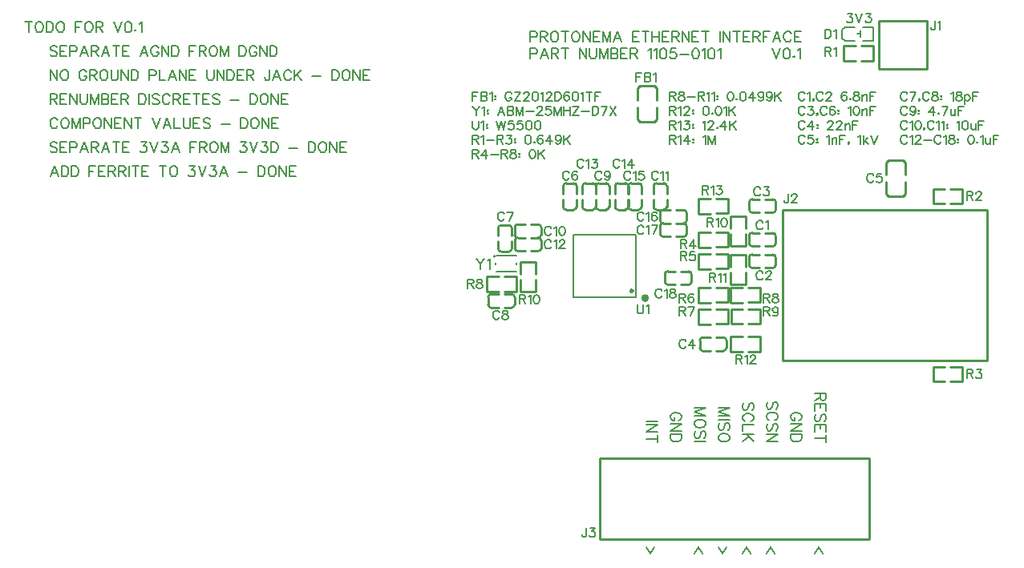
<source format=gto>
G04 Layer: TopSilkscreenLayer*
G04 Panelize: V-CUT, Column: 2, Row: 2, Board Size: 58.42mm x 58.42mm, Panelized Board Size: 118.84mm x 118.84mm*
G04 EasyEDA v6.5.34, 2023-09-08 22:56:44*
G04 913679b3e6e84f05a743068e7cf01868,5a6b42c53f6a479593ecc07194224c93,10*
G04 Gerber Generator version 0.2*
G04 Scale: 100 percent, Rotated: No, Reflected: No *
G04 Dimensions in millimeters *
G04 leading zeros omitted , absolute positions ,4 integer and 5 decimal *
%FSLAX45Y45*%
%MOMM*%

%ADD10C,0.1524*%
%ADD11C,0.2540*%
%ADD12C,0.1520*%
%ADD13C,0.1500*%
%ADD14C,0.2000*%
%ADD15C,0.4000*%
%ADD16C,0.1375*%
%ADD17C,0.0115*%

%LPD*%
D10*
X1353565Y354837D02*
G01*
X1353565Y282194D01*
X1348994Y268478D01*
X1344421Y263905D01*
X1335278Y259334D01*
X1326387Y259334D01*
X1317244Y263905D01*
X1312671Y268478D01*
X1308100Y282194D01*
X1308100Y291337D01*
X1392681Y354837D02*
G01*
X1442720Y354837D01*
X1415287Y318515D01*
X1429004Y318515D01*
X1438147Y313944D01*
X1442720Y309371D01*
X1447292Y295910D01*
X1447292Y286765D01*
X1442720Y273050D01*
X1433576Y263905D01*
X1419860Y259334D01*
X1406397Y259334D01*
X1392681Y263905D01*
X1388110Y268478D01*
X1383537Y277621D01*
X2070963Y155905D02*
G01*
X2030069Y83261D01*
X1989175Y155905D01*
X2578973Y83215D02*
G01*
X2538079Y156113D01*
X2497185Y83215D01*
X2832963Y155905D02*
G01*
X2792069Y83261D01*
X2751175Y155905D01*
X3086973Y83215D02*
G01*
X3046079Y156113D01*
X3005185Y83215D01*
X3340973Y83215D02*
G01*
X3300079Y156113D01*
X3259185Y83215D01*
X3848973Y83215D02*
G01*
X3808079Y156113D01*
X3767185Y83215D01*
X762000Y5601715D02*
G01*
X762000Y5492750D01*
X762000Y5601715D02*
G01*
X808736Y5601715D01*
X824229Y5596636D01*
X829563Y5591302D01*
X834644Y5580887D01*
X834644Y5565394D01*
X829563Y5554979D01*
X824229Y5549900D01*
X808736Y5544565D01*
X762000Y5544565D01*
X868934Y5601715D02*
G01*
X868934Y5492750D01*
X868934Y5601715D02*
G01*
X915670Y5601715D01*
X931418Y5596636D01*
X936497Y5591302D01*
X941831Y5580887D01*
X941831Y5570473D01*
X936497Y5560060D01*
X931418Y5554979D01*
X915670Y5549900D01*
X868934Y5549900D01*
X905510Y5549900D02*
G01*
X941831Y5492750D01*
X1007110Y5601715D02*
G01*
X996950Y5596636D01*
X986536Y5586221D01*
X981202Y5575807D01*
X976121Y5560060D01*
X976121Y5534152D01*
X981202Y5518657D01*
X986536Y5508244D01*
X996950Y5497829D01*
X1007110Y5492750D01*
X1027937Y5492750D01*
X1038352Y5497829D01*
X1048765Y5508244D01*
X1054100Y5518657D01*
X1059179Y5534152D01*
X1059179Y5560060D01*
X1054100Y5575807D01*
X1048765Y5586221D01*
X1038352Y5596636D01*
X1027937Y5601715D01*
X1007110Y5601715D01*
X1129792Y5601715D02*
G01*
X1129792Y5492750D01*
X1093470Y5601715D02*
G01*
X1166113Y5601715D01*
X1231645Y5601715D02*
G01*
X1221231Y5596636D01*
X1210818Y5586221D01*
X1205737Y5575807D01*
X1200404Y5560060D01*
X1200404Y5534152D01*
X1205737Y5518657D01*
X1210818Y5508244D01*
X1221231Y5497829D01*
X1231645Y5492750D01*
X1252473Y5492750D01*
X1262887Y5497829D01*
X1273302Y5508244D01*
X1278381Y5518657D01*
X1283715Y5534152D01*
X1283715Y5560060D01*
X1278381Y5575807D01*
X1273302Y5586221D01*
X1262887Y5596636D01*
X1252473Y5601715D01*
X1231645Y5601715D01*
X1318005Y5601715D02*
G01*
X1318005Y5492750D01*
X1318005Y5601715D02*
G01*
X1390650Y5492750D01*
X1390650Y5601715D02*
G01*
X1390650Y5492750D01*
X1424939Y5601715D02*
G01*
X1424939Y5492750D01*
X1424939Y5601715D02*
G01*
X1492504Y5601715D01*
X1424939Y5549900D02*
G01*
X1466595Y5549900D01*
X1424939Y5492750D02*
G01*
X1492504Y5492750D01*
X1526794Y5601715D02*
G01*
X1526794Y5492750D01*
X1526794Y5601715D02*
G01*
X1568450Y5492750D01*
X1609852Y5601715D02*
G01*
X1568450Y5492750D01*
X1609852Y5601715D02*
G01*
X1609852Y5492750D01*
X1685797Y5601715D02*
G01*
X1644142Y5492750D01*
X1685797Y5601715D02*
G01*
X1727200Y5492750D01*
X1659889Y5529071D02*
G01*
X1711705Y5529071D01*
X1841500Y5601715D02*
G01*
X1841500Y5492750D01*
X1841500Y5601715D02*
G01*
X1909063Y5601715D01*
X1841500Y5549900D02*
G01*
X1883155Y5549900D01*
X1841500Y5492750D02*
G01*
X1909063Y5492750D01*
X1979929Y5601715D02*
G01*
X1979929Y5492750D01*
X1943354Y5601715D02*
G01*
X2016252Y5601715D01*
X2050541Y5601715D02*
G01*
X2050541Y5492750D01*
X2123186Y5601715D02*
G01*
X2123186Y5492750D01*
X2050541Y5549900D02*
G01*
X2123186Y5549900D01*
X2157475Y5601715D02*
G01*
X2157475Y5492750D01*
X2157475Y5601715D02*
G01*
X2225040Y5601715D01*
X2157475Y5549900D02*
G01*
X2199131Y5549900D01*
X2157475Y5492750D02*
G01*
X2225040Y5492750D01*
X2259329Y5601715D02*
G01*
X2259329Y5492750D01*
X2259329Y5601715D02*
G01*
X2306065Y5601715D01*
X2321559Y5596636D01*
X2326893Y5591302D01*
X2331974Y5580887D01*
X2331974Y5570473D01*
X2326893Y5560060D01*
X2321559Y5554979D01*
X2306065Y5549900D01*
X2259329Y5549900D01*
X2295652Y5549900D02*
G01*
X2331974Y5492750D01*
X2366263Y5601715D02*
G01*
X2366263Y5492750D01*
X2366263Y5601715D02*
G01*
X2439161Y5492750D01*
X2439161Y5601715D02*
G01*
X2439161Y5492750D01*
X2473452Y5601715D02*
G01*
X2473452Y5492750D01*
X2473452Y5601715D02*
G01*
X2541015Y5601715D01*
X2473452Y5549900D02*
G01*
X2514854Y5549900D01*
X2473452Y5492750D02*
G01*
X2541015Y5492750D01*
X2611627Y5601715D02*
G01*
X2611627Y5492750D01*
X2575306Y5601715D02*
G01*
X2647950Y5601715D01*
X2762250Y5601715D02*
G01*
X2762250Y5492750D01*
X2796540Y5601715D02*
G01*
X2796540Y5492750D01*
X2796540Y5601715D02*
G01*
X2869184Y5492750D01*
X2869184Y5601715D02*
G01*
X2869184Y5492750D01*
X2940050Y5601715D02*
G01*
X2940050Y5492750D01*
X2903474Y5601715D02*
G01*
X2976372Y5601715D01*
X3010661Y5601715D02*
G01*
X3010661Y5492750D01*
X3010661Y5601715D02*
G01*
X3078225Y5601715D01*
X3010661Y5549900D02*
G01*
X3052063Y5549900D01*
X3010661Y5492750D02*
G01*
X3078225Y5492750D01*
X3112515Y5601715D02*
G01*
X3112515Y5492750D01*
X3112515Y5601715D02*
G01*
X3159252Y5601715D01*
X3174745Y5596636D01*
X3180079Y5591302D01*
X3185159Y5580887D01*
X3185159Y5570473D01*
X3180079Y5560060D01*
X3174745Y5554979D01*
X3159252Y5549900D01*
X3112515Y5549900D01*
X3148838Y5549900D02*
G01*
X3185159Y5492750D01*
X3219450Y5601715D02*
G01*
X3219450Y5492750D01*
X3219450Y5601715D02*
G01*
X3287013Y5601715D01*
X3219450Y5549900D02*
G01*
X3261106Y5549900D01*
X3362959Y5601715D02*
G01*
X3321304Y5492750D01*
X3362959Y5601715D02*
G01*
X3404361Y5492750D01*
X3336797Y5529071D02*
G01*
X3388868Y5529071D01*
X3516629Y5575807D02*
G01*
X3511550Y5586221D01*
X3501136Y5596636D01*
X3490722Y5601715D01*
X3469893Y5601715D01*
X3459479Y5596636D01*
X3449065Y5586221D01*
X3443986Y5575807D01*
X3438652Y5560060D01*
X3438652Y5534152D01*
X3443986Y5518657D01*
X3449065Y5508244D01*
X3459479Y5497829D01*
X3469893Y5492750D01*
X3490722Y5492750D01*
X3501136Y5497829D01*
X3511550Y5508244D01*
X3516629Y5518657D01*
X3550920Y5601715D02*
G01*
X3550920Y5492750D01*
X3550920Y5601715D02*
G01*
X3618484Y5601715D01*
X3550920Y5549900D02*
G01*
X3592575Y5549900D01*
X3550920Y5492750D02*
G01*
X3618484Y5492750D01*
X762000Y5423915D02*
G01*
X762000Y5314950D01*
X762000Y5423915D02*
G01*
X808736Y5423915D01*
X824229Y5418836D01*
X829563Y5413502D01*
X834644Y5403087D01*
X834644Y5387594D01*
X829563Y5377179D01*
X824229Y5372100D01*
X808736Y5366765D01*
X762000Y5366765D01*
X910589Y5423915D02*
G01*
X868934Y5314950D01*
X910589Y5423915D02*
G01*
X952245Y5314950D01*
X884681Y5351271D02*
G01*
X936497Y5351271D01*
X986536Y5423915D02*
G01*
X986536Y5314950D01*
X986536Y5423915D02*
G01*
X1033271Y5423915D01*
X1048765Y5418836D01*
X1054100Y5413502D01*
X1059179Y5403087D01*
X1059179Y5392673D01*
X1054100Y5382260D01*
X1048765Y5377179D01*
X1033271Y5372100D01*
X986536Y5372100D01*
X1022857Y5372100D02*
G01*
X1059179Y5314950D01*
X1129792Y5423915D02*
G01*
X1129792Y5314950D01*
X1093470Y5423915D02*
G01*
X1166113Y5423915D01*
X1280413Y5423915D02*
G01*
X1280413Y5314950D01*
X1280413Y5423915D02*
G01*
X1353312Y5314950D01*
X1353312Y5423915D02*
G01*
X1353312Y5314950D01*
X1387602Y5423915D02*
G01*
X1387602Y5345937D01*
X1392681Y5330444D01*
X1403095Y5320029D01*
X1418589Y5314950D01*
X1429004Y5314950D01*
X1444752Y5320029D01*
X1455165Y5330444D01*
X1460245Y5345937D01*
X1460245Y5423915D01*
X1494536Y5423915D02*
G01*
X1494536Y5314950D01*
X1494536Y5423915D02*
G01*
X1536192Y5314950D01*
X1577594Y5423915D02*
G01*
X1536192Y5314950D01*
X1577594Y5423915D02*
G01*
X1577594Y5314950D01*
X1611884Y5423915D02*
G01*
X1611884Y5314950D01*
X1611884Y5423915D02*
G01*
X1658620Y5423915D01*
X1674368Y5418836D01*
X1679447Y5413502D01*
X1684781Y5403087D01*
X1684781Y5392673D01*
X1679447Y5382260D01*
X1674368Y5377179D01*
X1658620Y5372100D01*
X1611884Y5372100D02*
G01*
X1658620Y5372100D01*
X1674368Y5366765D01*
X1679447Y5361686D01*
X1684781Y5351271D01*
X1684781Y5335523D01*
X1679447Y5325110D01*
X1674368Y5320029D01*
X1658620Y5314950D01*
X1611884Y5314950D01*
X1719071Y5423915D02*
G01*
X1719071Y5314950D01*
X1719071Y5423915D02*
G01*
X1786636Y5423915D01*
X1719071Y5372100D02*
G01*
X1760473Y5372100D01*
X1719071Y5314950D02*
G01*
X1786636Y5314950D01*
X1820926Y5423915D02*
G01*
X1820926Y5314950D01*
X1820926Y5423915D02*
G01*
X1867662Y5423915D01*
X1883155Y5418836D01*
X1888489Y5413502D01*
X1893570Y5403087D01*
X1893570Y5392673D01*
X1888489Y5382260D01*
X1883155Y5377179D01*
X1867662Y5372100D01*
X1820926Y5372100D01*
X1857247Y5372100D02*
G01*
X1893570Y5314950D01*
X2007870Y5403087D02*
G01*
X2018284Y5408421D01*
X2033777Y5423915D01*
X2033777Y5314950D01*
X2068068Y5403087D02*
G01*
X2078481Y5408421D01*
X2094229Y5423915D01*
X2094229Y5314950D01*
X2159508Y5423915D02*
G01*
X2144013Y5418836D01*
X2133600Y5403087D01*
X2128520Y5377179D01*
X2128520Y5361686D01*
X2133600Y5335523D01*
X2144013Y5320029D01*
X2159508Y5314950D01*
X2169922Y5314950D01*
X2185670Y5320029D01*
X2195829Y5335523D01*
X2201163Y5361686D01*
X2201163Y5377179D01*
X2195829Y5403087D01*
X2185670Y5418836D01*
X2169922Y5423915D01*
X2159508Y5423915D01*
X2297684Y5423915D02*
G01*
X2245868Y5423915D01*
X2240534Y5377179D01*
X2245868Y5382260D01*
X2261361Y5387594D01*
X2277109Y5387594D01*
X2292604Y5382260D01*
X2303018Y5372100D01*
X2308097Y5356352D01*
X2308097Y5345937D01*
X2303018Y5330444D01*
X2292604Y5320029D01*
X2277109Y5314950D01*
X2261361Y5314950D01*
X2245868Y5320029D01*
X2240534Y5325110D01*
X2235454Y5335523D01*
X2342388Y5361686D02*
G01*
X2435859Y5361686D01*
X2501391Y5423915D02*
G01*
X2485897Y5418836D01*
X2475484Y5403087D01*
X2470150Y5377179D01*
X2470150Y5361686D01*
X2475484Y5335523D01*
X2485897Y5320029D01*
X2501391Y5314950D01*
X2511806Y5314950D01*
X2527300Y5320029D01*
X2537713Y5335523D01*
X2543047Y5361686D01*
X2543047Y5377179D01*
X2537713Y5403087D01*
X2527300Y5418836D01*
X2511806Y5423915D01*
X2501391Y5423915D01*
X2577338Y5403087D02*
G01*
X2587752Y5408421D01*
X2603245Y5423915D01*
X2603245Y5314950D01*
X2668777Y5423915D02*
G01*
X2653029Y5418836D01*
X2642870Y5403087D01*
X2637536Y5377179D01*
X2637536Y5361686D01*
X2642870Y5335523D01*
X2653029Y5320029D01*
X2668777Y5314950D01*
X2679191Y5314950D01*
X2694686Y5320029D01*
X2705100Y5335523D01*
X2710179Y5361686D01*
X2710179Y5377179D01*
X2705100Y5403087D01*
X2694686Y5418836D01*
X2679191Y5423915D01*
X2668777Y5423915D01*
X2744470Y5403087D02*
G01*
X2754884Y5408421D01*
X2770631Y5423915D01*
X2770631Y5314950D01*
X3487165Y3885437D02*
G01*
X3487165Y3812794D01*
X3482593Y3799078D01*
X3478022Y3794505D01*
X3468877Y3789934D01*
X3459988Y3789934D01*
X3450843Y3794505D01*
X3446272Y3799078D01*
X3441700Y3812794D01*
X3441700Y3821937D01*
X3521709Y3862831D02*
G01*
X3521709Y3867404D01*
X3526281Y3876294D01*
X3530854Y3880865D01*
X3539997Y3885437D01*
X3558031Y3885437D01*
X3567175Y3880865D01*
X3571747Y3876294D01*
X3576320Y3867404D01*
X3576320Y3858260D01*
X3571747Y3849115D01*
X3562604Y3835400D01*
X3517138Y3789934D01*
X3580891Y3789934D01*
X4111243Y5790437D02*
G01*
X4161281Y5790437D01*
X4133850Y5754115D01*
X4147565Y5754115D01*
X4156709Y5749544D01*
X4161281Y5744971D01*
X4165854Y5731510D01*
X4165854Y5722365D01*
X4161281Y5708650D01*
X4152138Y5699505D01*
X4138422Y5694934D01*
X4124706Y5694934D01*
X4111243Y5699505D01*
X4106672Y5704078D01*
X4102100Y5713221D01*
X4195825Y5790437D02*
G01*
X4232147Y5694934D01*
X4268470Y5790437D02*
G01*
X4232147Y5694934D01*
X4307586Y5790437D02*
G01*
X4357624Y5790437D01*
X4330191Y5754115D01*
X4343908Y5754115D01*
X4353052Y5749544D01*
X4357624Y5744971D01*
X4362195Y5731510D01*
X4362195Y5722365D01*
X4357624Y5708650D01*
X4348479Y5699505D01*
X4334763Y5694934D01*
X4321302Y5694934D01*
X4307586Y5699505D01*
X4303013Y5704078D01*
X4298441Y5713221D01*
X5036565Y5714237D02*
G01*
X5036565Y5641594D01*
X5031993Y5627878D01*
X5027424Y5623305D01*
X5018277Y5618734D01*
X5009390Y5618734D01*
X5000243Y5623305D01*
X4995674Y5627878D01*
X4991105Y5641594D01*
X4991105Y5650737D01*
X5066540Y5696204D02*
G01*
X5075681Y5700776D01*
X5089397Y5714237D01*
X5089397Y5618734D01*
X3314700Y5423915D02*
G01*
X3356356Y5314950D01*
X3397758Y5423915D02*
G01*
X3356356Y5314950D01*
X3463290Y5423915D02*
G01*
X3447795Y5418836D01*
X3437381Y5403087D01*
X3432047Y5377179D01*
X3432047Y5361686D01*
X3437381Y5335523D01*
X3447795Y5320029D01*
X3463290Y5314950D01*
X3473704Y5314950D01*
X3489197Y5320029D01*
X3499611Y5335523D01*
X3504945Y5361686D01*
X3504945Y5377179D01*
X3499611Y5403087D01*
X3489197Y5418836D01*
X3473704Y5423915D01*
X3463290Y5423915D01*
X3544315Y5340857D02*
G01*
X3539236Y5335523D01*
X3544315Y5330444D01*
X3549650Y5335523D01*
X3544315Y5340857D01*
X3583940Y5403087D02*
G01*
X3594100Y5408421D01*
X3609847Y5423915D01*
X3609847Y5314950D01*
X-4232655Y5433821D02*
G01*
X-4243070Y5444236D01*
X-4258563Y5449315D01*
X-4279392Y5449315D01*
X-4294886Y5444236D01*
X-4305300Y5433821D01*
X-4305300Y5423407D01*
X-4300220Y5412994D01*
X-4294886Y5407660D01*
X-4284471Y5402579D01*
X-4253229Y5392165D01*
X-4243070Y5387086D01*
X-4237736Y5381752D01*
X-4232655Y5371337D01*
X-4232655Y5355844D01*
X-4243070Y5345429D01*
X-4258563Y5340350D01*
X-4279392Y5340350D01*
X-4294886Y5345429D01*
X-4305300Y5355844D01*
X-4198365Y5449315D02*
G01*
X-4198365Y5340350D01*
X-4198365Y5449315D02*
G01*
X-4130802Y5449315D01*
X-4198365Y5397500D02*
G01*
X-4156710Y5397500D01*
X-4198365Y5340350D02*
G01*
X-4130802Y5340350D01*
X-4096512Y5449315D02*
G01*
X-4096512Y5340350D01*
X-4096512Y5449315D02*
G01*
X-4049776Y5449315D01*
X-4034028Y5444236D01*
X-4028947Y5438902D01*
X-4023613Y5428487D01*
X-4023613Y5412994D01*
X-4028947Y5402579D01*
X-4034028Y5397500D01*
X-4049776Y5392165D01*
X-4096512Y5392165D01*
X-3947921Y5449315D02*
G01*
X-3989323Y5340350D01*
X-3947921Y5449315D02*
G01*
X-3906265Y5340350D01*
X-3973829Y5376671D02*
G01*
X-3921760Y5376671D01*
X-3871976Y5449315D02*
G01*
X-3871976Y5340350D01*
X-3871976Y5449315D02*
G01*
X-3825239Y5449315D01*
X-3809745Y5444236D01*
X-3804412Y5438902D01*
X-3799331Y5428487D01*
X-3799331Y5418073D01*
X-3804412Y5407660D01*
X-3809745Y5402579D01*
X-3825239Y5397500D01*
X-3871976Y5397500D01*
X-3835654Y5397500D02*
G01*
X-3799331Y5340350D01*
X-3723386Y5449315D02*
G01*
X-3765042Y5340350D01*
X-3723386Y5449315D02*
G01*
X-3681729Y5340350D01*
X-3749294Y5376671D02*
G01*
X-3697478Y5376671D01*
X-3611118Y5449315D02*
G01*
X-3611118Y5340350D01*
X-3647439Y5449315D02*
G01*
X-3574795Y5449315D01*
X-3540505Y5449315D02*
G01*
X-3540505Y5340350D01*
X-3540505Y5449315D02*
G01*
X-3472942Y5449315D01*
X-3540505Y5397500D02*
G01*
X-3498850Y5397500D01*
X-3540505Y5340350D02*
G01*
X-3472942Y5340350D01*
X-3317239Y5449315D02*
G01*
X-3358642Y5340350D01*
X-3317239Y5449315D02*
G01*
X-3275584Y5340350D01*
X-3343147Y5376671D02*
G01*
X-3291078Y5376671D01*
X-3163315Y5423407D02*
G01*
X-3168650Y5433821D01*
X-3178810Y5444236D01*
X-3189223Y5449315D01*
X-3210052Y5449315D01*
X-3220465Y5444236D01*
X-3230879Y5433821D01*
X-3235960Y5423407D01*
X-3241294Y5407660D01*
X-3241294Y5381752D01*
X-3235960Y5366257D01*
X-3230879Y5355844D01*
X-3220465Y5345429D01*
X-3210052Y5340350D01*
X-3189223Y5340350D01*
X-3178810Y5345429D01*
X-3168650Y5355844D01*
X-3163315Y5366257D01*
X-3163315Y5381752D01*
X-3189223Y5381752D02*
G01*
X-3163315Y5381752D01*
X-3129026Y5449315D02*
G01*
X-3129026Y5340350D01*
X-3129026Y5449315D02*
G01*
X-3056381Y5340350D01*
X-3056381Y5449315D02*
G01*
X-3056381Y5340350D01*
X-3022092Y5449315D02*
G01*
X-3022092Y5340350D01*
X-3022092Y5449315D02*
G01*
X-2985770Y5449315D01*
X-2970021Y5444236D01*
X-2959607Y5433821D01*
X-2954528Y5423407D01*
X-2949194Y5407660D01*
X-2949194Y5381752D01*
X-2954528Y5366257D01*
X-2959607Y5355844D01*
X-2970021Y5345429D01*
X-2985770Y5340350D01*
X-3022092Y5340350D01*
X-2834894Y5449315D02*
G01*
X-2834894Y5340350D01*
X-2834894Y5449315D02*
G01*
X-2767329Y5449315D01*
X-2834894Y5397500D02*
G01*
X-2793492Y5397500D01*
X-2733039Y5449315D02*
G01*
X-2733039Y5340350D01*
X-2733039Y5449315D02*
G01*
X-2686304Y5449315D01*
X-2670810Y5444236D01*
X-2665729Y5438902D01*
X-2660395Y5428487D01*
X-2660395Y5418073D01*
X-2665729Y5407660D01*
X-2670810Y5402579D01*
X-2686304Y5397500D01*
X-2733039Y5397500D01*
X-2696718Y5397500D02*
G01*
X-2660395Y5340350D01*
X-2594863Y5449315D02*
G01*
X-2605278Y5444236D01*
X-2615692Y5433821D01*
X-2621026Y5423407D01*
X-2626105Y5407660D01*
X-2626105Y5381752D01*
X-2621026Y5366257D01*
X-2615692Y5355844D01*
X-2605278Y5345429D01*
X-2594863Y5340350D01*
X-2574289Y5340350D01*
X-2563876Y5345429D01*
X-2553462Y5355844D01*
X-2548128Y5366257D01*
X-2543047Y5381752D01*
X-2543047Y5407660D01*
X-2548128Y5423407D01*
X-2553462Y5433821D01*
X-2563876Y5444236D01*
X-2574289Y5449315D01*
X-2594863Y5449315D01*
X-2508757Y5449315D02*
G01*
X-2508757Y5340350D01*
X-2508757Y5449315D02*
G01*
X-2467102Y5340350D01*
X-2425700Y5449315D02*
G01*
X-2467102Y5340350D01*
X-2425700Y5449315D02*
G01*
X-2425700Y5340350D01*
X-2311400Y5449315D02*
G01*
X-2311400Y5340350D01*
X-2311400Y5449315D02*
G01*
X-2274823Y5449315D01*
X-2259329Y5444236D01*
X-2248915Y5433821D01*
X-2243836Y5423407D01*
X-2238502Y5407660D01*
X-2238502Y5381752D01*
X-2243836Y5366257D01*
X-2248915Y5355844D01*
X-2259329Y5345429D01*
X-2274823Y5340350D01*
X-2311400Y5340350D01*
X-2126234Y5423407D02*
G01*
X-2131568Y5433821D01*
X-2141981Y5444236D01*
X-2152395Y5449315D01*
X-2172970Y5449315D01*
X-2183384Y5444236D01*
X-2193797Y5433821D01*
X-2199131Y5423407D01*
X-2204212Y5407660D01*
X-2204212Y5381752D01*
X-2199131Y5366257D01*
X-2193797Y5355844D01*
X-2183384Y5345429D01*
X-2172970Y5340350D01*
X-2152395Y5340350D01*
X-2141981Y5345429D01*
X-2131568Y5355844D01*
X-2126234Y5366257D01*
X-2126234Y5381752D01*
X-2152395Y5381752D02*
G01*
X-2126234Y5381752D01*
X-2091944Y5449315D02*
G01*
X-2091944Y5340350D01*
X-2091944Y5449315D02*
G01*
X-2019300Y5340350D01*
X-2019300Y5449315D02*
G01*
X-2019300Y5340350D01*
X-1985010Y5449315D02*
G01*
X-1985010Y5340350D01*
X-1985010Y5449315D02*
G01*
X-1948687Y5449315D01*
X-1932939Y5444236D01*
X-1922779Y5433821D01*
X-1917445Y5423407D01*
X-1912365Y5407660D01*
X-1912365Y5381752D01*
X-1917445Y5366257D01*
X-1922779Y5355844D01*
X-1932939Y5345429D01*
X-1948687Y5340350D01*
X-1985010Y5340350D01*
X-4305300Y5195315D02*
G01*
X-4305300Y5086350D01*
X-4305300Y5195315D02*
G01*
X-4232655Y5086350D01*
X-4232655Y5195315D02*
G01*
X-4232655Y5086350D01*
X-4167123Y5195315D02*
G01*
X-4177537Y5190236D01*
X-4187952Y5179821D01*
X-4193031Y5169407D01*
X-4198365Y5153660D01*
X-4198365Y5127752D01*
X-4193031Y5112257D01*
X-4187952Y5101844D01*
X-4177537Y5091429D01*
X-4167123Y5086350D01*
X-4146295Y5086350D01*
X-4135881Y5091429D01*
X-4125468Y5101844D01*
X-4120387Y5112257D01*
X-4115054Y5127752D01*
X-4115054Y5153660D01*
X-4120387Y5169407D01*
X-4125468Y5179821D01*
X-4135881Y5190236D01*
X-4146295Y5195315D01*
X-4167123Y5195315D01*
X-3923029Y5169407D02*
G01*
X-3928110Y5179821D01*
X-3938523Y5190236D01*
X-3948937Y5195315D01*
X-3969765Y5195315D01*
X-3980179Y5190236D01*
X-3990339Y5179821D01*
X-3995673Y5169407D01*
X-4000754Y5153660D01*
X-4000754Y5127752D01*
X-3995673Y5112257D01*
X-3990339Y5101844D01*
X-3980179Y5091429D01*
X-3969765Y5086350D01*
X-3948937Y5086350D01*
X-3938523Y5091429D01*
X-3928110Y5101844D01*
X-3923029Y5112257D01*
X-3923029Y5127752D01*
X-3948937Y5127752D02*
G01*
X-3923029Y5127752D01*
X-3888739Y5195315D02*
G01*
X-3888739Y5086350D01*
X-3888739Y5195315D02*
G01*
X-3841750Y5195315D01*
X-3826255Y5190236D01*
X-3821176Y5184902D01*
X-3815842Y5174487D01*
X-3815842Y5164073D01*
X-3821176Y5153660D01*
X-3826255Y5148579D01*
X-3841750Y5143500D01*
X-3888739Y5143500D01*
X-3852163Y5143500D02*
G01*
X-3815842Y5086350D01*
X-3750310Y5195315D02*
G01*
X-3760723Y5190236D01*
X-3771137Y5179821D01*
X-3776471Y5169407D01*
X-3781552Y5153660D01*
X-3781552Y5127752D01*
X-3776471Y5112257D01*
X-3771137Y5101844D01*
X-3760723Y5091429D01*
X-3750310Y5086350D01*
X-3729736Y5086350D01*
X-3719321Y5091429D01*
X-3708907Y5101844D01*
X-3703573Y5112257D01*
X-3698494Y5127752D01*
X-3698494Y5153660D01*
X-3703573Y5169407D01*
X-3708907Y5179821D01*
X-3719321Y5190236D01*
X-3729736Y5195315D01*
X-3750310Y5195315D01*
X-3664204Y5195315D02*
G01*
X-3664204Y5117337D01*
X-3658870Y5101844D01*
X-3648710Y5091429D01*
X-3632962Y5086350D01*
X-3622547Y5086350D01*
X-3607054Y5091429D01*
X-3596639Y5101844D01*
X-3591560Y5117337D01*
X-3591560Y5195315D01*
X-3557270Y5195315D02*
G01*
X-3557270Y5086350D01*
X-3557270Y5195315D02*
G01*
X-3484371Y5086350D01*
X-3484371Y5195315D02*
G01*
X-3484371Y5086350D01*
X-3450081Y5195315D02*
G01*
X-3450081Y5086350D01*
X-3450081Y5195315D02*
G01*
X-3413760Y5195315D01*
X-3398265Y5190236D01*
X-3387852Y5179821D01*
X-3382518Y5169407D01*
X-3377437Y5153660D01*
X-3377437Y5127752D01*
X-3382518Y5112257D01*
X-3387852Y5101844D01*
X-3398265Y5091429D01*
X-3413760Y5086350D01*
X-3450081Y5086350D01*
X-3263137Y5195315D02*
G01*
X-3263137Y5086350D01*
X-3263137Y5195315D02*
G01*
X-3216402Y5195315D01*
X-3200654Y5190236D01*
X-3195573Y5184902D01*
X-3190239Y5174487D01*
X-3190239Y5158994D01*
X-3195573Y5148579D01*
X-3200654Y5143500D01*
X-3216402Y5138165D01*
X-3263137Y5138165D01*
X-3155950Y5195315D02*
G01*
X-3155950Y5086350D01*
X-3155950Y5086350D02*
G01*
X-3093720Y5086350D01*
X-3017773Y5195315D02*
G01*
X-3059429Y5086350D01*
X-3017773Y5195315D02*
G01*
X-2976371Y5086350D01*
X-3043936Y5122671D02*
G01*
X-2991865Y5122671D01*
X-2942081Y5195315D02*
G01*
X-2942081Y5086350D01*
X-2942081Y5195315D02*
G01*
X-2869184Y5086350D01*
X-2869184Y5195315D02*
G01*
X-2869184Y5086350D01*
X-2834894Y5195315D02*
G01*
X-2834894Y5086350D01*
X-2834894Y5195315D02*
G01*
X-2767329Y5195315D01*
X-2834894Y5143500D02*
G01*
X-2793492Y5143500D01*
X-2834894Y5086350D02*
G01*
X-2767329Y5086350D01*
X-2653029Y5195315D02*
G01*
X-2653029Y5117337D01*
X-2647950Y5101844D01*
X-2637536Y5091429D01*
X-2622042Y5086350D01*
X-2611628Y5086350D01*
X-2595879Y5091429D01*
X-2585720Y5101844D01*
X-2580386Y5117337D01*
X-2580386Y5195315D01*
X-2546095Y5195315D02*
G01*
X-2546095Y5086350D01*
X-2546095Y5195315D02*
G01*
X-2473452Y5086350D01*
X-2473452Y5195315D02*
G01*
X-2473452Y5086350D01*
X-2439162Y5195315D02*
G01*
X-2439162Y5086350D01*
X-2439162Y5195315D02*
G01*
X-2402839Y5195315D01*
X-2387092Y5190236D01*
X-2376678Y5179821D01*
X-2371597Y5169407D01*
X-2366263Y5153660D01*
X-2366263Y5127752D01*
X-2371597Y5112257D01*
X-2376678Y5101844D01*
X-2387092Y5091429D01*
X-2402839Y5086350D01*
X-2439162Y5086350D01*
X-2331973Y5195315D02*
G01*
X-2331973Y5086350D01*
X-2331973Y5195315D02*
G01*
X-2264410Y5195315D01*
X-2331973Y5143500D02*
G01*
X-2290571Y5143500D01*
X-2331973Y5086350D02*
G01*
X-2264410Y5086350D01*
X-2230120Y5195315D02*
G01*
X-2230120Y5086350D01*
X-2230120Y5195315D02*
G01*
X-2183384Y5195315D01*
X-2167889Y5190236D01*
X-2162810Y5184902D01*
X-2157476Y5174487D01*
X-2157476Y5164073D01*
X-2162810Y5153660D01*
X-2167889Y5148579D01*
X-2183384Y5143500D01*
X-2230120Y5143500D01*
X-2193797Y5143500D02*
G01*
X-2157476Y5086350D01*
X-1991360Y5195315D02*
G01*
X-1991360Y5112257D01*
X-1996439Y5096510D01*
X-2001520Y5091429D01*
X-2011934Y5086350D01*
X-2022347Y5086350D01*
X-2032762Y5091429D01*
X-2038095Y5096510D01*
X-2043176Y5112257D01*
X-2043176Y5122671D01*
X-1915413Y5195315D02*
G01*
X-1957070Y5086350D01*
X-1915413Y5195315D02*
G01*
X-1873757Y5086350D01*
X-1941321Y5122671D02*
G01*
X-1889505Y5122671D01*
X-1761489Y5169407D02*
G01*
X-1766823Y5179821D01*
X-1777237Y5190236D01*
X-1787652Y5195315D01*
X-1808479Y5195315D01*
X-1818639Y5190236D01*
X-1829054Y5179821D01*
X-1834387Y5169407D01*
X-1839468Y5153660D01*
X-1839468Y5127752D01*
X-1834387Y5112257D01*
X-1829054Y5101844D01*
X-1818639Y5091429D01*
X-1808479Y5086350D01*
X-1787652Y5086350D01*
X-1777237Y5091429D01*
X-1766823Y5101844D01*
X-1761489Y5112257D01*
X-1727200Y5195315D02*
G01*
X-1727200Y5086350D01*
X-1654555Y5195315D02*
G01*
X-1727200Y5122671D01*
X-1701292Y5148579D02*
G01*
X-1654555Y5086350D01*
X-1540255Y5133086D02*
G01*
X-1446784Y5133086D01*
X-1332484Y5195315D02*
G01*
X-1332484Y5086350D01*
X-1332484Y5195315D02*
G01*
X-1296162Y5195315D01*
X-1280413Y5190236D01*
X-1270000Y5179821D01*
X-1264920Y5169407D01*
X-1259839Y5153660D01*
X-1259839Y5127752D01*
X-1264920Y5112257D01*
X-1270000Y5101844D01*
X-1280413Y5091429D01*
X-1296162Y5086350D01*
X-1332484Y5086350D01*
X-1194307Y5195315D02*
G01*
X-1204721Y5190236D01*
X-1215136Y5179821D01*
X-1220215Y5169407D01*
X-1225550Y5153660D01*
X-1225550Y5127752D01*
X-1220215Y5112257D01*
X-1215136Y5101844D01*
X-1204721Y5091429D01*
X-1194307Y5086350D01*
X-1173479Y5086350D01*
X-1163065Y5091429D01*
X-1152652Y5101844D01*
X-1147571Y5112257D01*
X-1142237Y5127752D01*
X-1142237Y5153660D01*
X-1147571Y5169407D01*
X-1152652Y5179821D01*
X-1163065Y5190236D01*
X-1173479Y5195315D01*
X-1194307Y5195315D01*
X-1107947Y5195315D02*
G01*
X-1107947Y5086350D01*
X-1107947Y5195315D02*
G01*
X-1035304Y5086350D01*
X-1035304Y5195315D02*
G01*
X-1035304Y5086350D01*
X-1001013Y5195315D02*
G01*
X-1001013Y5086350D01*
X-1001013Y5195315D02*
G01*
X-933450Y5195315D01*
X-1001013Y5143500D02*
G01*
X-959357Y5143500D01*
X-1001013Y5086350D02*
G01*
X-933450Y5086350D01*
X-4535678Y5703315D02*
G01*
X-4535678Y5594350D01*
X-4572000Y5703315D02*
G01*
X-4499355Y5703315D01*
X-4433823Y5703315D02*
G01*
X-4444237Y5698236D01*
X-4454652Y5687821D01*
X-4459731Y5677407D01*
X-4465065Y5661660D01*
X-4465065Y5635752D01*
X-4459731Y5620257D01*
X-4454652Y5609844D01*
X-4444237Y5599429D01*
X-4433823Y5594350D01*
X-4412995Y5594350D01*
X-4402581Y5599429D01*
X-4392168Y5609844D01*
X-4387087Y5620257D01*
X-4381754Y5635752D01*
X-4381754Y5661660D01*
X-4387087Y5677407D01*
X-4392168Y5687821D01*
X-4402581Y5698236D01*
X-4412995Y5703315D01*
X-4433823Y5703315D01*
X-4347463Y5703315D02*
G01*
X-4347463Y5594350D01*
X-4347463Y5703315D02*
G01*
X-4311142Y5703315D01*
X-4295647Y5698236D01*
X-4285234Y5687821D01*
X-4279900Y5677407D01*
X-4274820Y5661660D01*
X-4274820Y5635752D01*
X-4279900Y5620257D01*
X-4285234Y5609844D01*
X-4295647Y5599429D01*
X-4311142Y5594350D01*
X-4347463Y5594350D01*
X-4209287Y5703315D02*
G01*
X-4219702Y5698236D01*
X-4230115Y5687821D01*
X-4235450Y5677407D01*
X-4240529Y5661660D01*
X-4240529Y5635752D01*
X-4235450Y5620257D01*
X-4230115Y5609844D01*
X-4219702Y5599429D01*
X-4209287Y5594350D01*
X-4188460Y5594350D01*
X-4178300Y5599429D01*
X-4167886Y5609844D01*
X-4162552Y5620257D01*
X-4157471Y5635752D01*
X-4157471Y5661660D01*
X-4162552Y5677407D01*
X-4167886Y5687821D01*
X-4178300Y5698236D01*
X-4188460Y5703315D01*
X-4209287Y5703315D01*
X-4043171Y5703315D02*
G01*
X-4043171Y5594350D01*
X-4043171Y5703315D02*
G01*
X-3975607Y5703315D01*
X-4043171Y5651500D02*
G01*
X-4001515Y5651500D01*
X-3910076Y5703315D02*
G01*
X-3920489Y5698236D01*
X-3930904Y5687821D01*
X-3935984Y5677407D01*
X-3941318Y5661660D01*
X-3941318Y5635752D01*
X-3935984Y5620257D01*
X-3930904Y5609844D01*
X-3920489Y5599429D01*
X-3910076Y5594350D01*
X-3889247Y5594350D01*
X-3878834Y5599429D01*
X-3868420Y5609844D01*
X-3863339Y5620257D01*
X-3858260Y5635752D01*
X-3858260Y5661660D01*
X-3863339Y5677407D01*
X-3868420Y5687821D01*
X-3878834Y5698236D01*
X-3889247Y5703315D01*
X-3910076Y5703315D01*
X-3823970Y5703315D02*
G01*
X-3823970Y5594350D01*
X-3823970Y5703315D02*
G01*
X-3776979Y5703315D01*
X-3761486Y5698236D01*
X-3756405Y5692902D01*
X-3751071Y5682487D01*
X-3751071Y5672073D01*
X-3756405Y5661660D01*
X-3761486Y5656579D01*
X-3776979Y5651500D01*
X-3823970Y5651500D01*
X-3787394Y5651500D02*
G01*
X-3751071Y5594350D01*
X-3636771Y5703315D02*
G01*
X-3595370Y5594350D01*
X-3553713Y5703315D02*
G01*
X-3595370Y5594350D01*
X-3488181Y5703315D02*
G01*
X-3503929Y5698236D01*
X-3514089Y5682487D01*
X-3519423Y5656579D01*
X-3519423Y5641086D01*
X-3514089Y5614923D01*
X-3503929Y5599429D01*
X-3488181Y5594350D01*
X-3477768Y5594350D01*
X-3462273Y5599429D01*
X-3451860Y5614923D01*
X-3446779Y5641086D01*
X-3446779Y5656579D01*
X-3451860Y5682487D01*
X-3462273Y5698236D01*
X-3477768Y5703315D01*
X-3488181Y5703315D01*
X-3407155Y5620257D02*
G01*
X-3412489Y5614923D01*
X-3407155Y5609844D01*
X-3402076Y5614923D01*
X-3407155Y5620257D01*
X-3367786Y5682487D02*
G01*
X-3357371Y5687821D01*
X-3341623Y5703315D01*
X-3341623Y5594350D01*
X2102358Y1485900D02*
G01*
X1987804Y1485900D01*
X2102358Y1449831D02*
G01*
X1987804Y1449831D01*
X2102358Y1449831D02*
G01*
X1987804Y1373631D01*
X2102358Y1373631D02*
G01*
X1987804Y1373631D01*
X2102358Y1299463D02*
G01*
X1987804Y1299463D01*
X2102358Y1337563D02*
G01*
X2102358Y1261110D01*
X2328925Y1493012D02*
G01*
X2339847Y1498345D01*
X2350770Y1509268D01*
X2356358Y1520189D01*
X2356358Y1542034D01*
X2350770Y1552955D01*
X2339847Y1563878D01*
X2328925Y1569465D01*
X2312670Y1574800D01*
X2285491Y1574800D01*
X2268981Y1569465D01*
X2258059Y1563878D01*
X2247138Y1552955D01*
X2241804Y1542034D01*
X2241804Y1520189D01*
X2247138Y1509268D01*
X2258059Y1498345D01*
X2268981Y1493012D01*
X2285491Y1493012D01*
X2285491Y1520189D02*
G01*
X2285491Y1493012D01*
X2356358Y1456944D02*
G01*
X2241804Y1456944D01*
X2356358Y1456944D02*
G01*
X2241804Y1380744D01*
X2356358Y1380744D02*
G01*
X2241804Y1380744D01*
X2356358Y1344676D02*
G01*
X2241804Y1344676D01*
X2356358Y1344676D02*
G01*
X2356358Y1306321D01*
X2350770Y1290065D01*
X2339847Y1279144D01*
X2328925Y1273810D01*
X2312670Y1268221D01*
X2285491Y1268221D01*
X2268981Y1273810D01*
X2258059Y1279144D01*
X2247138Y1290065D01*
X2241804Y1306321D01*
X2241804Y1344676D01*
X2610358Y1625600D02*
G01*
X2495804Y1625600D01*
X2610358Y1625600D02*
G01*
X2495804Y1581912D01*
X2610358Y1538223D02*
G01*
X2495804Y1581912D01*
X2610358Y1538223D02*
G01*
X2495804Y1538223D01*
X2610358Y1469644D02*
G01*
X2604770Y1480565D01*
X2593847Y1491487D01*
X2582925Y1496821D01*
X2566670Y1502410D01*
X2539491Y1502410D01*
X2522981Y1496821D01*
X2512059Y1491487D01*
X2501138Y1480565D01*
X2495804Y1469644D01*
X2495804Y1447800D01*
X2501138Y1436878D01*
X2512059Y1425955D01*
X2522981Y1420621D01*
X2539491Y1415034D01*
X2566670Y1415034D01*
X2582925Y1420621D01*
X2593847Y1425955D01*
X2604770Y1436878D01*
X2610358Y1447800D01*
X2610358Y1469644D01*
X2593847Y1302765D02*
G01*
X2604770Y1313687D01*
X2610358Y1329944D01*
X2610358Y1351787D01*
X2604770Y1368044D01*
X2593847Y1378965D01*
X2582925Y1378965D01*
X2572004Y1373631D01*
X2566670Y1368044D01*
X2561081Y1357121D01*
X2550413Y1324610D01*
X2544825Y1313687D01*
X2539491Y1308100D01*
X2528570Y1302765D01*
X2512059Y1302765D01*
X2501138Y1313687D01*
X2495804Y1329944D01*
X2495804Y1351787D01*
X2501138Y1368044D01*
X2512059Y1378965D01*
X2610358Y1266697D02*
G01*
X2495804Y1266697D01*
X2864358Y1625600D02*
G01*
X2749804Y1625600D01*
X2864358Y1625600D02*
G01*
X2749804Y1581912D01*
X2864358Y1538223D02*
G01*
X2749804Y1581912D01*
X2864358Y1538223D02*
G01*
X2749804Y1538223D01*
X2864358Y1502410D02*
G01*
X2749804Y1502410D01*
X2847847Y1389887D02*
G01*
X2858770Y1400810D01*
X2864358Y1417320D01*
X2864358Y1439163D01*
X2858770Y1455420D01*
X2847847Y1466342D01*
X2836925Y1466342D01*
X2826004Y1460754D01*
X2820670Y1455420D01*
X2815081Y1444497D01*
X2804413Y1411731D01*
X2798825Y1400810D01*
X2793491Y1395476D01*
X2782570Y1389887D01*
X2766059Y1389887D01*
X2755138Y1400810D01*
X2749804Y1417320D01*
X2749804Y1439163D01*
X2755138Y1455420D01*
X2766059Y1466342D01*
X2864358Y1321307D02*
G01*
X2858770Y1332229D01*
X2847847Y1343152D01*
X2836925Y1348486D01*
X2820670Y1354073D01*
X2793491Y1354073D01*
X2776981Y1348486D01*
X2766059Y1343152D01*
X2755138Y1332229D01*
X2749804Y1321307D01*
X2749804Y1299463D01*
X2755138Y1288542D01*
X2766059Y1277620D01*
X2776981Y1272031D01*
X2793491Y1266697D01*
X2820670Y1266697D01*
X2836925Y1272031D01*
X2847847Y1277620D01*
X2858770Y1288542D01*
X2864358Y1299463D01*
X2864358Y1321307D01*
X3101847Y1599945D02*
G01*
X3112770Y1610868D01*
X3118358Y1627378D01*
X3118358Y1649221D01*
X3112770Y1665478D01*
X3101847Y1676400D01*
X3090925Y1676400D01*
X3080004Y1671065D01*
X3074670Y1665478D01*
X3069081Y1654555D01*
X3058413Y1621789D01*
X3052825Y1610868D01*
X3047491Y1605534D01*
X3036570Y1599945D01*
X3020059Y1599945D01*
X3009138Y1610868D01*
X3003804Y1627378D01*
X3003804Y1649221D01*
X3009138Y1665478D01*
X3020059Y1676400D01*
X3090925Y1482344D02*
G01*
X3101847Y1487678D01*
X3112770Y1498600D01*
X3118358Y1509521D01*
X3118358Y1531365D01*
X3112770Y1542287D01*
X3101847Y1553210D01*
X3090925Y1558544D01*
X3074670Y1564131D01*
X3047491Y1564131D01*
X3030981Y1558544D01*
X3020059Y1553210D01*
X3009138Y1542287D01*
X3003804Y1531365D01*
X3003804Y1509521D01*
X3009138Y1498600D01*
X3020059Y1487678D01*
X3030981Y1482344D01*
X3118358Y1446276D02*
G01*
X3003804Y1446276D01*
X3003804Y1446276D02*
G01*
X3003804Y1380744D01*
X3118358Y1344676D02*
G01*
X3003804Y1344676D01*
X3118358Y1268476D02*
G01*
X3041904Y1344676D01*
X3069081Y1317497D02*
G01*
X3003804Y1268476D01*
X3355847Y1612645D02*
G01*
X3366770Y1623568D01*
X3372358Y1640078D01*
X3372358Y1661921D01*
X3366770Y1678178D01*
X3355847Y1689100D01*
X3344925Y1689100D01*
X3334004Y1683765D01*
X3328670Y1678178D01*
X3323081Y1667255D01*
X3312413Y1634489D01*
X3306825Y1623568D01*
X3301491Y1618234D01*
X3290570Y1612645D01*
X3274059Y1612645D01*
X3263138Y1623568D01*
X3257804Y1640078D01*
X3257804Y1661921D01*
X3263138Y1678178D01*
X3274059Y1689100D01*
X3344925Y1495044D02*
G01*
X3355847Y1500378D01*
X3366770Y1511300D01*
X3372358Y1522221D01*
X3372358Y1544065D01*
X3366770Y1554987D01*
X3355847Y1565910D01*
X3344925Y1571244D01*
X3328670Y1576831D01*
X3301491Y1576831D01*
X3284981Y1571244D01*
X3274059Y1565910D01*
X3263138Y1554987D01*
X3257804Y1544065D01*
X3257804Y1522221D01*
X3263138Y1511300D01*
X3274059Y1500378D01*
X3284981Y1495044D01*
X3355847Y1382521D02*
G01*
X3366770Y1393444D01*
X3372358Y1409954D01*
X3372358Y1431544D01*
X3366770Y1448054D01*
X3355847Y1458976D01*
X3344925Y1458976D01*
X3334004Y1453387D01*
X3328670Y1448054D01*
X3323081Y1437131D01*
X3312413Y1404365D01*
X3306825Y1393444D01*
X3301491Y1388110D01*
X3290570Y1382521D01*
X3274059Y1382521D01*
X3263138Y1393444D01*
X3257804Y1409954D01*
X3257804Y1431544D01*
X3263138Y1448054D01*
X3274059Y1458976D01*
X3372358Y1346454D02*
G01*
X3257804Y1346454D01*
X3372358Y1346454D02*
G01*
X3257804Y1270254D01*
X3372358Y1270254D02*
G01*
X3257804Y1270254D01*
X3880358Y1778000D02*
G01*
X3765804Y1778000D01*
X3880358Y1778000D02*
G01*
X3880358Y1728978D01*
X3874770Y1712468D01*
X3869436Y1707134D01*
X3858513Y1701545D01*
X3847591Y1701545D01*
X3836670Y1707134D01*
X3831081Y1712468D01*
X3825747Y1728978D01*
X3825747Y1778000D01*
X3825747Y1739900D02*
G01*
X3765804Y1701545D01*
X3880358Y1665731D02*
G01*
X3765804Y1665731D01*
X3880358Y1665731D02*
G01*
X3880358Y1594612D01*
X3825747Y1665731D02*
G01*
X3825747Y1622044D01*
X3765804Y1665731D02*
G01*
X3765804Y1594612D01*
X3863847Y1482344D02*
G01*
X3874770Y1493265D01*
X3880358Y1509521D01*
X3880358Y1531365D01*
X3874770Y1547876D01*
X3863847Y1558797D01*
X3852925Y1558797D01*
X3842004Y1553210D01*
X3836670Y1547876D01*
X3831081Y1536954D01*
X3820413Y1504187D01*
X3814825Y1493265D01*
X3809491Y1487931D01*
X3798570Y1482344D01*
X3782059Y1482344D01*
X3771138Y1493265D01*
X3765804Y1509521D01*
X3765804Y1531365D01*
X3771138Y1547876D01*
X3782059Y1558797D01*
X3880358Y1446276D02*
G01*
X3765804Y1446276D01*
X3880358Y1446276D02*
G01*
X3880358Y1375410D01*
X3825747Y1446276D02*
G01*
X3825747Y1402842D01*
X3765804Y1446276D02*
G01*
X3765804Y1375410D01*
X3880358Y1301242D02*
G01*
X3765804Y1301242D01*
X3880358Y1339342D02*
G01*
X3880358Y1263142D01*
X3598925Y1493012D02*
G01*
X3609847Y1498345D01*
X3620770Y1509268D01*
X3626358Y1520189D01*
X3626358Y1542034D01*
X3620770Y1552955D01*
X3609847Y1563878D01*
X3598925Y1569465D01*
X3582670Y1574800D01*
X3555491Y1574800D01*
X3538981Y1569465D01*
X3528059Y1563878D01*
X3517138Y1552955D01*
X3511804Y1542034D01*
X3511804Y1520189D01*
X3517138Y1509268D01*
X3528059Y1498345D01*
X3538981Y1493012D01*
X3555491Y1493012D01*
X3555491Y1520189D02*
G01*
X3555491Y1493012D01*
X3626358Y1456944D02*
G01*
X3511804Y1456944D01*
X3626358Y1456944D02*
G01*
X3511804Y1380744D01*
X3626358Y1380744D02*
G01*
X3511804Y1380744D01*
X3626358Y1344676D02*
G01*
X3511804Y1344676D01*
X3626358Y1344676D02*
G01*
X3626358Y1306321D01*
X3620770Y1290065D01*
X3609847Y1279144D01*
X3598925Y1273810D01*
X3582670Y1268221D01*
X3555491Y1268221D01*
X3538981Y1273810D01*
X3528059Y1279144D01*
X3517138Y1290065D01*
X3511804Y1306321D01*
X3511804Y1344676D01*
X-4305300Y4941315D02*
G01*
X-4305300Y4832350D01*
X-4305300Y4941315D02*
G01*
X-4258563Y4941315D01*
X-4243070Y4936236D01*
X-4237736Y4930902D01*
X-4232655Y4920487D01*
X-4232655Y4910073D01*
X-4237736Y4899660D01*
X-4243070Y4894579D01*
X-4258563Y4889500D01*
X-4305300Y4889500D01*
X-4268978Y4889500D02*
G01*
X-4232655Y4832350D01*
X-4198365Y4941315D02*
G01*
X-4198365Y4832350D01*
X-4198365Y4941315D02*
G01*
X-4130802Y4941315D01*
X-4198365Y4889500D02*
G01*
X-4156710Y4889500D01*
X-4198365Y4832350D02*
G01*
X-4130802Y4832350D01*
X-4096512Y4941315D02*
G01*
X-4096512Y4832350D01*
X-4096512Y4941315D02*
G01*
X-4023613Y4832350D01*
X-4023613Y4941315D02*
G01*
X-4023613Y4832350D01*
X-3989323Y4941315D02*
G01*
X-3989323Y4863337D01*
X-3984244Y4847844D01*
X-3973829Y4837429D01*
X-3958336Y4832350D01*
X-3947921Y4832350D01*
X-3932173Y4837429D01*
X-3921760Y4847844D01*
X-3916679Y4863337D01*
X-3916679Y4941315D01*
X-3882389Y4941315D02*
G01*
X-3882389Y4832350D01*
X-3882389Y4941315D02*
G01*
X-3840734Y4832350D01*
X-3799331Y4941315D02*
G01*
X-3840734Y4832350D01*
X-3799331Y4941315D02*
G01*
X-3799331Y4832350D01*
X-3765042Y4941315D02*
G01*
X-3765042Y4832350D01*
X-3765042Y4941315D02*
G01*
X-3718305Y4941315D01*
X-3702557Y4936236D01*
X-3697478Y4930902D01*
X-3692144Y4920487D01*
X-3692144Y4910073D01*
X-3697478Y4899660D01*
X-3702557Y4894579D01*
X-3718305Y4889500D01*
X-3765042Y4889500D02*
G01*
X-3718305Y4889500D01*
X-3702557Y4884165D01*
X-3697478Y4879086D01*
X-3692144Y4868671D01*
X-3692144Y4852923D01*
X-3697478Y4842510D01*
X-3702557Y4837429D01*
X-3718305Y4832350D01*
X-3765042Y4832350D01*
X-3657854Y4941315D02*
G01*
X-3657854Y4832350D01*
X-3657854Y4941315D02*
G01*
X-3590289Y4941315D01*
X-3657854Y4889500D02*
G01*
X-3616452Y4889500D01*
X-3657854Y4832350D02*
G01*
X-3590289Y4832350D01*
X-3556000Y4941315D02*
G01*
X-3556000Y4832350D01*
X-3556000Y4941315D02*
G01*
X-3509263Y4941315D01*
X-3493770Y4936236D01*
X-3488689Y4930902D01*
X-3483355Y4920487D01*
X-3483355Y4910073D01*
X-3488689Y4899660D01*
X-3493770Y4894579D01*
X-3509263Y4889500D01*
X-3556000Y4889500D01*
X-3519678Y4889500D02*
G01*
X-3483355Y4832350D01*
X-3369055Y4941315D02*
G01*
X-3369055Y4832350D01*
X-3369055Y4941315D02*
G01*
X-3332734Y4941315D01*
X-3317239Y4936236D01*
X-3306826Y4925821D01*
X-3301492Y4915407D01*
X-3296412Y4899660D01*
X-3296412Y4873752D01*
X-3301492Y4858257D01*
X-3306826Y4847844D01*
X-3317239Y4837429D01*
X-3332734Y4832350D01*
X-3369055Y4832350D01*
X-3262121Y4941315D02*
G01*
X-3262121Y4832350D01*
X-3154934Y4925821D02*
G01*
X-3165347Y4936236D01*
X-3181095Y4941315D01*
X-3201670Y4941315D01*
X-3217418Y4936236D01*
X-3227831Y4925821D01*
X-3227831Y4915407D01*
X-3222497Y4904994D01*
X-3217418Y4899660D01*
X-3207004Y4894579D01*
X-3175762Y4884165D01*
X-3165347Y4879086D01*
X-3160268Y4873752D01*
X-3154934Y4863337D01*
X-3154934Y4847844D01*
X-3165347Y4837429D01*
X-3181095Y4832350D01*
X-3201670Y4832350D01*
X-3217418Y4837429D01*
X-3227831Y4847844D01*
X-3042920Y4915407D02*
G01*
X-3048000Y4925821D01*
X-3058413Y4936236D01*
X-3068828Y4941315D01*
X-3089655Y4941315D01*
X-3100070Y4936236D01*
X-3110229Y4925821D01*
X-3115563Y4915407D01*
X-3120644Y4899660D01*
X-3120644Y4873752D01*
X-3115563Y4858257D01*
X-3110229Y4847844D01*
X-3100070Y4837429D01*
X-3089655Y4832350D01*
X-3068828Y4832350D01*
X-3058413Y4837429D01*
X-3048000Y4847844D01*
X-3042920Y4858257D01*
X-3008629Y4941315D02*
G01*
X-3008629Y4832350D01*
X-3008629Y4941315D02*
G01*
X-2961639Y4941315D01*
X-2946145Y4936236D01*
X-2941065Y4930902D01*
X-2935731Y4920487D01*
X-2935731Y4910073D01*
X-2941065Y4899660D01*
X-2946145Y4894579D01*
X-2961639Y4889500D01*
X-3008629Y4889500D01*
X-2972054Y4889500D02*
G01*
X-2935731Y4832350D01*
X-2901442Y4941315D02*
G01*
X-2901442Y4832350D01*
X-2901442Y4941315D02*
G01*
X-2833878Y4941315D01*
X-2901442Y4889500D02*
G01*
X-2860039Y4889500D01*
X-2901442Y4832350D02*
G01*
X-2833878Y4832350D01*
X-2763265Y4941315D02*
G01*
X-2763265Y4832350D01*
X-2799587Y4941315D02*
G01*
X-2726944Y4941315D01*
X-2692654Y4941315D02*
G01*
X-2692654Y4832350D01*
X-2692654Y4941315D02*
G01*
X-2625089Y4941315D01*
X-2692654Y4889500D02*
G01*
X-2650997Y4889500D01*
X-2692654Y4832350D02*
G01*
X-2625089Y4832350D01*
X-2518155Y4925821D02*
G01*
X-2528570Y4936236D01*
X-2544063Y4941315D01*
X-2564892Y4941315D01*
X-2580386Y4936236D01*
X-2590800Y4925821D01*
X-2590800Y4915407D01*
X-2585720Y4904994D01*
X-2580386Y4899660D01*
X-2569971Y4894579D01*
X-2538729Y4884165D01*
X-2528570Y4879086D01*
X-2523236Y4873752D01*
X-2518155Y4863337D01*
X-2518155Y4847844D01*
X-2528570Y4837429D01*
X-2544063Y4832350D01*
X-2564892Y4832350D01*
X-2580386Y4837429D01*
X-2590800Y4847844D01*
X-2403855Y4879086D02*
G01*
X-2310129Y4879086D01*
X-2195829Y4941315D02*
G01*
X-2195829Y4832350D01*
X-2195829Y4941315D02*
G01*
X-2159507Y4941315D01*
X-2144013Y4936236D01*
X-2133600Y4925821D01*
X-2128520Y4915407D01*
X-2123186Y4899660D01*
X-2123186Y4873752D01*
X-2128520Y4858257D01*
X-2133600Y4847844D01*
X-2144013Y4837429D01*
X-2159507Y4832350D01*
X-2195829Y4832350D01*
X-2057654Y4941315D02*
G01*
X-2068068Y4936236D01*
X-2078481Y4925821D01*
X-2083815Y4915407D01*
X-2088895Y4899660D01*
X-2088895Y4873752D01*
X-2083815Y4858257D01*
X-2078481Y4847844D01*
X-2068068Y4837429D01*
X-2057654Y4832350D01*
X-2037079Y4832350D01*
X-2026665Y4837429D01*
X-2016252Y4847844D01*
X-2010918Y4858257D01*
X-2005837Y4873752D01*
X-2005837Y4899660D01*
X-2010918Y4915407D01*
X-2016252Y4925821D01*
X-2026665Y4936236D01*
X-2037079Y4941315D01*
X-2057654Y4941315D01*
X-1971547Y4941315D02*
G01*
X-1971547Y4832350D01*
X-1971547Y4941315D02*
G01*
X-1898650Y4832350D01*
X-1898650Y4941315D02*
G01*
X-1898650Y4832350D01*
X-1864360Y4941315D02*
G01*
X-1864360Y4832350D01*
X-1864360Y4941315D02*
G01*
X-1797050Y4941315D01*
X-1864360Y4889500D02*
G01*
X-1822957Y4889500D01*
X-1864360Y4832350D02*
G01*
X-1797050Y4832350D01*
X-4227321Y4661407D02*
G01*
X-4232655Y4671821D01*
X-4243070Y4682236D01*
X-4253229Y4687315D01*
X-4274057Y4687315D01*
X-4284471Y4682236D01*
X-4294886Y4671821D01*
X-4300220Y4661407D01*
X-4305300Y4645660D01*
X-4305300Y4619752D01*
X-4300220Y4604257D01*
X-4294886Y4593844D01*
X-4284471Y4583429D01*
X-4274057Y4578350D01*
X-4253229Y4578350D01*
X-4243070Y4583429D01*
X-4232655Y4593844D01*
X-4227321Y4604257D01*
X-4161789Y4687315D02*
G01*
X-4172204Y4682236D01*
X-4182618Y4671821D01*
X-4187952Y4661407D01*
X-4193031Y4645660D01*
X-4193031Y4619752D01*
X-4187952Y4604257D01*
X-4182618Y4593844D01*
X-4172204Y4583429D01*
X-4161789Y4578350D01*
X-4141215Y4578350D01*
X-4130802Y4583429D01*
X-4120387Y4593844D01*
X-4115054Y4604257D01*
X-4109973Y4619752D01*
X-4109973Y4645660D01*
X-4115054Y4661407D01*
X-4120387Y4671821D01*
X-4130802Y4682236D01*
X-4141215Y4687315D01*
X-4161789Y4687315D01*
X-4075684Y4687315D02*
G01*
X-4075684Y4578350D01*
X-4075684Y4687315D02*
G01*
X-4034028Y4578350D01*
X-3992626Y4687315D02*
G01*
X-4034028Y4578350D01*
X-3992626Y4687315D02*
G01*
X-3992626Y4578350D01*
X-3958336Y4687315D02*
G01*
X-3958336Y4578350D01*
X-3958336Y4687315D02*
G01*
X-3911600Y4687315D01*
X-3895852Y4682236D01*
X-3890771Y4676902D01*
X-3885437Y4666487D01*
X-3885437Y4650994D01*
X-3890771Y4640579D01*
X-3895852Y4635500D01*
X-3911600Y4630165D01*
X-3958336Y4630165D01*
X-3820160Y4687315D02*
G01*
X-3830320Y4682236D01*
X-3840734Y4671821D01*
X-3846068Y4661407D01*
X-3851147Y4645660D01*
X-3851147Y4619752D01*
X-3846068Y4604257D01*
X-3840734Y4593844D01*
X-3830320Y4583429D01*
X-3820160Y4578350D01*
X-3799331Y4578350D01*
X-3788918Y4583429D01*
X-3778504Y4593844D01*
X-3773170Y4604257D01*
X-3768089Y4619752D01*
X-3768089Y4645660D01*
X-3773170Y4661407D01*
X-3778504Y4671821D01*
X-3788918Y4682236D01*
X-3799331Y4687315D01*
X-3820160Y4687315D01*
X-3733800Y4687315D02*
G01*
X-3733800Y4578350D01*
X-3733800Y4687315D02*
G01*
X-3661155Y4578350D01*
X-3661155Y4687315D02*
G01*
X-3661155Y4578350D01*
X-3626865Y4687315D02*
G01*
X-3626865Y4578350D01*
X-3626865Y4687315D02*
G01*
X-3559302Y4687315D01*
X-3626865Y4635500D02*
G01*
X-3585210Y4635500D01*
X-3626865Y4578350D02*
G01*
X-3559302Y4578350D01*
X-3525012Y4687315D02*
G01*
X-3525012Y4578350D01*
X-3525012Y4687315D02*
G01*
X-3452113Y4578350D01*
X-3452113Y4687315D02*
G01*
X-3452113Y4578350D01*
X-3381502Y4687315D02*
G01*
X-3381502Y4578350D01*
X-3417823Y4687315D02*
G01*
X-3345179Y4687315D01*
X-3230879Y4687315D02*
G01*
X-3189223Y4578350D01*
X-3147821Y4687315D02*
G01*
X-3189223Y4578350D01*
X-3071876Y4687315D02*
G01*
X-3113531Y4578350D01*
X-3071876Y4687315D02*
G01*
X-3030220Y4578350D01*
X-3097784Y4614671D02*
G01*
X-3045968Y4614671D01*
X-2995929Y4687315D02*
G01*
X-2995929Y4578350D01*
X-2995929Y4578350D02*
G01*
X-2933700Y4578350D01*
X-2899410Y4687315D02*
G01*
X-2899410Y4609337D01*
X-2894329Y4593844D01*
X-2883915Y4583429D01*
X-2868168Y4578350D01*
X-2857754Y4578350D01*
X-2842260Y4583429D01*
X-2831845Y4593844D01*
X-2826765Y4609337D01*
X-2826765Y4687315D01*
X-2792476Y4687315D02*
G01*
X-2792476Y4578350D01*
X-2792476Y4687315D02*
G01*
X-2724912Y4687315D01*
X-2792476Y4635500D02*
G01*
X-2750820Y4635500D01*
X-2792476Y4578350D02*
G01*
X-2724912Y4578350D01*
X-2617723Y4671821D02*
G01*
X-2628137Y4682236D01*
X-2643886Y4687315D01*
X-2664460Y4687315D01*
X-2680207Y4682236D01*
X-2690621Y4671821D01*
X-2690621Y4661407D01*
X-2685287Y4650994D01*
X-2680207Y4645660D01*
X-2669794Y4640579D01*
X-2638552Y4630165D01*
X-2628137Y4625086D01*
X-2623057Y4619752D01*
X-2617723Y4609337D01*
X-2617723Y4593844D01*
X-2628137Y4583429D01*
X-2643886Y4578350D01*
X-2664460Y4578350D01*
X-2680207Y4583429D01*
X-2690621Y4593844D01*
X-2503423Y4625086D02*
G01*
X-2409952Y4625086D01*
X-2295652Y4687315D02*
G01*
X-2295652Y4578350D01*
X-2295652Y4687315D02*
G01*
X-2259329Y4687315D01*
X-2243836Y4682236D01*
X-2233421Y4671821D01*
X-2228087Y4661407D01*
X-2223007Y4645660D01*
X-2223007Y4619752D01*
X-2228087Y4604257D01*
X-2233421Y4593844D01*
X-2243836Y4583429D01*
X-2259329Y4578350D01*
X-2295652Y4578350D01*
X-2157476Y4687315D02*
G01*
X-2167889Y4682236D01*
X-2178304Y4671821D01*
X-2183384Y4661407D01*
X-2188718Y4645660D01*
X-2188718Y4619752D01*
X-2183384Y4604257D01*
X-2178304Y4593844D01*
X-2167889Y4583429D01*
X-2157476Y4578350D01*
X-2136647Y4578350D01*
X-2126234Y4583429D01*
X-2115820Y4593844D01*
X-2110739Y4604257D01*
X-2105660Y4619752D01*
X-2105660Y4645660D01*
X-2110739Y4661407D01*
X-2115820Y4671821D01*
X-2126234Y4682236D01*
X-2136647Y4687315D01*
X-2157476Y4687315D01*
X-2071370Y4687315D02*
G01*
X-2071370Y4578350D01*
X-2071370Y4687315D02*
G01*
X-1998471Y4578350D01*
X-1998471Y4687315D02*
G01*
X-1998471Y4578350D01*
X-1964181Y4687315D02*
G01*
X-1964181Y4578350D01*
X-1964181Y4687315D02*
G01*
X-1896618Y4687315D01*
X-1964181Y4635500D02*
G01*
X-1922779Y4635500D01*
X-1964181Y4578350D02*
G01*
X-1896618Y4578350D01*
X-4232655Y4417821D02*
G01*
X-4243070Y4428236D01*
X-4258563Y4433315D01*
X-4279392Y4433315D01*
X-4294886Y4428236D01*
X-4305300Y4417821D01*
X-4305300Y4407407D01*
X-4300220Y4396994D01*
X-4294886Y4391660D01*
X-4284471Y4386579D01*
X-4253229Y4376165D01*
X-4243070Y4371086D01*
X-4237736Y4365752D01*
X-4232655Y4355337D01*
X-4232655Y4339844D01*
X-4243070Y4329429D01*
X-4258563Y4324350D01*
X-4279392Y4324350D01*
X-4294886Y4329429D01*
X-4305300Y4339844D01*
X-4198365Y4433315D02*
G01*
X-4198365Y4324350D01*
X-4198365Y4433315D02*
G01*
X-4130802Y4433315D01*
X-4198365Y4381500D02*
G01*
X-4156710Y4381500D01*
X-4198365Y4324350D02*
G01*
X-4130802Y4324350D01*
X-4096512Y4433315D02*
G01*
X-4096512Y4324350D01*
X-4096512Y4433315D02*
G01*
X-4049776Y4433315D01*
X-4034028Y4428236D01*
X-4028947Y4422902D01*
X-4023613Y4412487D01*
X-4023613Y4396994D01*
X-4028947Y4386579D01*
X-4034028Y4381500D01*
X-4049776Y4376165D01*
X-4096512Y4376165D01*
X-3947921Y4433315D02*
G01*
X-3989323Y4324350D01*
X-3947921Y4433315D02*
G01*
X-3906265Y4324350D01*
X-3973829Y4360671D02*
G01*
X-3921760Y4360671D01*
X-3871976Y4433315D02*
G01*
X-3871976Y4324350D01*
X-3871976Y4433315D02*
G01*
X-3825239Y4433315D01*
X-3809745Y4428236D01*
X-3804412Y4422902D01*
X-3799331Y4412487D01*
X-3799331Y4402073D01*
X-3804412Y4391660D01*
X-3809745Y4386579D01*
X-3825239Y4381500D01*
X-3871976Y4381500D01*
X-3835654Y4381500D02*
G01*
X-3799331Y4324350D01*
X-3723386Y4433315D02*
G01*
X-3765042Y4324350D01*
X-3723386Y4433315D02*
G01*
X-3681729Y4324350D01*
X-3749294Y4360671D02*
G01*
X-3697478Y4360671D01*
X-3611118Y4433315D02*
G01*
X-3611118Y4324350D01*
X-3647439Y4433315D02*
G01*
X-3574795Y4433315D01*
X-3540505Y4433315D02*
G01*
X-3540505Y4324350D01*
X-3540505Y4433315D02*
G01*
X-3472942Y4433315D01*
X-3540505Y4381500D02*
G01*
X-3498850Y4381500D01*
X-3540505Y4324350D02*
G01*
X-3472942Y4324350D01*
X-3348228Y4433315D02*
G01*
X-3291078Y4433315D01*
X-3322320Y4391660D01*
X-3306826Y4391660D01*
X-3296412Y4386579D01*
X-3291078Y4381500D01*
X-3285997Y4365752D01*
X-3285997Y4355337D01*
X-3291078Y4339844D01*
X-3301492Y4329429D01*
X-3317239Y4324350D01*
X-3332734Y4324350D01*
X-3348228Y4329429D01*
X-3353562Y4334510D01*
X-3358642Y4344923D01*
X-3251707Y4433315D02*
G01*
X-3210052Y4324350D01*
X-3168650Y4433315D02*
G01*
X-3210052Y4324350D01*
X-3123945Y4433315D02*
G01*
X-3066795Y4433315D01*
X-3097784Y4391660D01*
X-3082289Y4391660D01*
X-3071876Y4386579D01*
X-3066795Y4381500D01*
X-3061462Y4365752D01*
X-3061462Y4355337D01*
X-3066795Y4339844D01*
X-3077210Y4329429D01*
X-3092704Y4324350D01*
X-3108197Y4324350D01*
X-3123945Y4329429D01*
X-3129026Y4334510D01*
X-3134360Y4344923D01*
X-2985770Y4433315D02*
G01*
X-3027171Y4324350D01*
X-2985770Y4433315D02*
G01*
X-2944113Y4324350D01*
X-3011678Y4360671D02*
G01*
X-2959607Y4360671D01*
X-2829813Y4433315D02*
G01*
X-2829813Y4324350D01*
X-2829813Y4433315D02*
G01*
X-2762250Y4433315D01*
X-2829813Y4381500D02*
G01*
X-2788157Y4381500D01*
X-2727960Y4433315D02*
G01*
X-2727960Y4324350D01*
X-2727960Y4433315D02*
G01*
X-2681223Y4433315D01*
X-2665729Y4428236D01*
X-2660395Y4422902D01*
X-2655315Y4412487D01*
X-2655315Y4402073D01*
X-2660395Y4391660D01*
X-2665729Y4386579D01*
X-2681223Y4381500D01*
X-2727960Y4381500D01*
X-2691637Y4381500D02*
G01*
X-2655315Y4324350D01*
X-2589784Y4433315D02*
G01*
X-2600197Y4428236D01*
X-2610612Y4417821D01*
X-2615692Y4407407D01*
X-2621026Y4391660D01*
X-2621026Y4365752D01*
X-2615692Y4350257D01*
X-2610612Y4339844D01*
X-2600197Y4329429D01*
X-2589784Y4324350D01*
X-2568955Y4324350D01*
X-2558542Y4329429D01*
X-2548128Y4339844D01*
X-2543047Y4350257D01*
X-2537713Y4365752D01*
X-2537713Y4391660D01*
X-2543047Y4407407D01*
X-2548128Y4417821D01*
X-2558542Y4428236D01*
X-2568955Y4433315D01*
X-2589784Y4433315D01*
X-2503423Y4433315D02*
G01*
X-2503423Y4324350D01*
X-2503423Y4433315D02*
G01*
X-2462021Y4324350D01*
X-2420365Y4433315D02*
G01*
X-2462021Y4324350D01*
X-2420365Y4433315D02*
G01*
X-2420365Y4324350D01*
X-2295652Y4433315D02*
G01*
X-2238502Y4433315D01*
X-2269744Y4391660D01*
X-2254250Y4391660D01*
X-2243836Y4386579D01*
X-2238502Y4381500D01*
X-2233421Y4365752D01*
X-2233421Y4355337D01*
X-2238502Y4339844D01*
X-2248915Y4329429D01*
X-2264410Y4324350D01*
X-2280157Y4324350D01*
X-2295652Y4329429D01*
X-2300986Y4334510D01*
X-2306065Y4344923D01*
X-2199131Y4433315D02*
G01*
X-2157476Y4324350D01*
X-2115820Y4433315D02*
G01*
X-2157476Y4324350D01*
X-2071370Y4433315D02*
G01*
X-2014220Y4433315D01*
X-2045207Y4391660D01*
X-2029713Y4391660D01*
X-2019300Y4386579D01*
X-2014220Y4381500D01*
X-2008886Y4365752D01*
X-2008886Y4355337D01*
X-2014220Y4339844D01*
X-2024379Y4329429D01*
X-2040128Y4324350D01*
X-2055621Y4324350D01*
X-2071370Y4329429D01*
X-2076450Y4334510D01*
X-2081529Y4344923D01*
X-1974595Y4433315D02*
G01*
X-1974595Y4324350D01*
X-1974595Y4433315D02*
G01*
X-1938273Y4433315D01*
X-1922779Y4428236D01*
X-1912365Y4417821D01*
X-1907031Y4407407D01*
X-1901952Y4391660D01*
X-1901952Y4365752D01*
X-1907031Y4350257D01*
X-1912365Y4339844D01*
X-1922779Y4329429D01*
X-1938273Y4324350D01*
X-1974595Y4324350D01*
X-1787652Y4371086D02*
G01*
X-1694179Y4371086D01*
X-1579879Y4433315D02*
G01*
X-1579879Y4324350D01*
X-1579879Y4433315D02*
G01*
X-1543304Y4433315D01*
X-1527810Y4428236D01*
X-1517395Y4417821D01*
X-1512315Y4407407D01*
X-1506981Y4391660D01*
X-1506981Y4365752D01*
X-1512315Y4350257D01*
X-1517395Y4339844D01*
X-1527810Y4329429D01*
X-1543304Y4324350D01*
X-1579879Y4324350D01*
X-1441450Y4433315D02*
G01*
X-1451863Y4428236D01*
X-1462278Y4417821D01*
X-1467612Y4407407D01*
X-1472692Y4391660D01*
X-1472692Y4365752D01*
X-1467612Y4350257D01*
X-1462278Y4339844D01*
X-1451863Y4329429D01*
X-1441450Y4324350D01*
X-1420876Y4324350D01*
X-1410462Y4329429D01*
X-1400047Y4339844D01*
X-1394713Y4350257D01*
X-1389634Y4365752D01*
X-1389634Y4391660D01*
X-1394713Y4407407D01*
X-1400047Y4417821D01*
X-1410462Y4428236D01*
X-1420876Y4433315D01*
X-1441450Y4433315D01*
X-1355344Y4433315D02*
G01*
X-1355344Y4324350D01*
X-1355344Y4433315D02*
G01*
X-1282700Y4324350D01*
X-1282700Y4433315D02*
G01*
X-1282700Y4324350D01*
X-1248410Y4433315D02*
G01*
X-1248410Y4324350D01*
X-1248410Y4433315D02*
G01*
X-1180845Y4433315D01*
X-1248410Y4381500D02*
G01*
X-1206754Y4381500D01*
X-1248410Y4324350D02*
G01*
X-1180845Y4324350D01*
X-4263644Y4179315D02*
G01*
X-4305300Y4070350D01*
X-4263644Y4179315D02*
G01*
X-4222242Y4070350D01*
X-4289805Y4106671D02*
G01*
X-4237736Y4106671D01*
X-4187952Y4179315D02*
G01*
X-4187952Y4070350D01*
X-4187952Y4179315D02*
G01*
X-4151629Y4179315D01*
X-4135881Y4174236D01*
X-4125468Y4163821D01*
X-4120387Y4153407D01*
X-4115054Y4137660D01*
X-4115054Y4111752D01*
X-4120387Y4096257D01*
X-4125468Y4085844D01*
X-4135881Y4075429D01*
X-4151629Y4070350D01*
X-4187952Y4070350D01*
X-4080763Y4179315D02*
G01*
X-4080763Y4070350D01*
X-4080763Y4179315D02*
G01*
X-4044442Y4179315D01*
X-4028947Y4174236D01*
X-4018534Y4163821D01*
X-4013200Y4153407D01*
X-4008120Y4137660D01*
X-4008120Y4111752D01*
X-4013200Y4096257D01*
X-4018534Y4085844D01*
X-4028947Y4075429D01*
X-4044442Y4070350D01*
X-4080763Y4070350D01*
X-3893820Y4179315D02*
G01*
X-3893820Y4070350D01*
X-3893820Y4179315D02*
G01*
X-3826255Y4179315D01*
X-3893820Y4127500D02*
G01*
X-3852163Y4127500D01*
X-3791965Y4179315D02*
G01*
X-3791965Y4070350D01*
X-3791965Y4179315D02*
G01*
X-3724402Y4179315D01*
X-3791965Y4127500D02*
G01*
X-3750310Y4127500D01*
X-3791965Y4070350D02*
G01*
X-3724402Y4070350D01*
X-3690112Y4179315D02*
G01*
X-3690112Y4070350D01*
X-3690112Y4179315D02*
G01*
X-3643376Y4179315D01*
X-3627881Y4174236D01*
X-3622547Y4168902D01*
X-3617468Y4158487D01*
X-3617468Y4148073D01*
X-3622547Y4137660D01*
X-3627881Y4132579D01*
X-3643376Y4127500D01*
X-3690112Y4127500D01*
X-3653789Y4127500D02*
G01*
X-3617468Y4070350D01*
X-3583178Y4179315D02*
G01*
X-3583178Y4070350D01*
X-3583178Y4179315D02*
G01*
X-3536442Y4179315D01*
X-3520694Y4174236D01*
X-3515613Y4168902D01*
X-3510279Y4158487D01*
X-3510279Y4148073D01*
X-3515613Y4137660D01*
X-3520694Y4132579D01*
X-3536442Y4127500D01*
X-3583178Y4127500D01*
X-3546855Y4127500D02*
G01*
X-3510279Y4070350D01*
X-3475989Y4179315D02*
G01*
X-3475989Y4070350D01*
X-3405378Y4179315D02*
G01*
X-3405378Y4070350D01*
X-3441700Y4179315D02*
G01*
X-3369055Y4179315D01*
X-3334765Y4179315D02*
G01*
X-3334765Y4070350D01*
X-3334765Y4179315D02*
G01*
X-3267202Y4179315D01*
X-3334765Y4127500D02*
G01*
X-3293110Y4127500D01*
X-3334765Y4070350D02*
G01*
X-3267202Y4070350D01*
X-3116579Y4179315D02*
G01*
X-3116579Y4070350D01*
X-3152902Y4179315D02*
G01*
X-3080257Y4179315D01*
X-3014726Y4179315D02*
G01*
X-3025139Y4174236D01*
X-3035554Y4163821D01*
X-3040634Y4153407D01*
X-3045968Y4137660D01*
X-3045968Y4111752D01*
X-3040634Y4096257D01*
X-3035554Y4085844D01*
X-3025139Y4075429D01*
X-3014726Y4070350D01*
X-2993897Y4070350D01*
X-2983484Y4075429D01*
X-2973070Y4085844D01*
X-2967989Y4096257D01*
X-2962910Y4111752D01*
X-2962910Y4137660D01*
X-2967989Y4153407D01*
X-2973070Y4163821D01*
X-2983484Y4174236D01*
X-2993897Y4179315D01*
X-3014726Y4179315D01*
X-2838195Y4179315D02*
G01*
X-2781045Y4179315D01*
X-2812034Y4137660D01*
X-2796539Y4137660D01*
X-2786126Y4132579D01*
X-2781045Y4127500D01*
X-2775712Y4111752D01*
X-2775712Y4101337D01*
X-2781045Y4085844D01*
X-2791460Y4075429D01*
X-2806954Y4070350D01*
X-2822447Y4070350D01*
X-2838195Y4075429D01*
X-2843276Y4080510D01*
X-2848610Y4090923D01*
X-2741421Y4179315D02*
G01*
X-2700020Y4070350D01*
X-2658363Y4179315D02*
G01*
X-2700020Y4070350D01*
X-2613660Y4179315D02*
G01*
X-2556510Y4179315D01*
X-2587752Y4137660D01*
X-2572004Y4137660D01*
X-2561589Y4132579D01*
X-2556510Y4127500D01*
X-2551429Y4111752D01*
X-2551429Y4101337D01*
X-2556510Y4085844D01*
X-2566923Y4075429D01*
X-2582418Y4070350D01*
X-2598165Y4070350D01*
X-2613660Y4075429D01*
X-2618739Y4080510D01*
X-2624073Y4090923D01*
X-2475484Y4179315D02*
G01*
X-2517139Y4070350D01*
X-2475484Y4179315D02*
G01*
X-2433828Y4070350D01*
X-2501392Y4106671D02*
G01*
X-2449576Y4106671D01*
X-2319528Y4117086D02*
G01*
X-2226055Y4117086D01*
X-2111755Y4179315D02*
G01*
X-2111755Y4070350D01*
X-2111755Y4179315D02*
G01*
X-2075434Y4179315D01*
X-2059939Y4174236D01*
X-2049526Y4163821D01*
X-2044192Y4153407D01*
X-2039112Y4137660D01*
X-2039112Y4111752D01*
X-2044192Y4096257D01*
X-2049526Y4085844D01*
X-2059939Y4075429D01*
X-2075434Y4070350D01*
X-2111755Y4070350D01*
X-1973579Y4179315D02*
G01*
X-1983994Y4174236D01*
X-1994407Y4163821D01*
X-1999487Y4153407D01*
X-2004821Y4137660D01*
X-2004821Y4111752D01*
X-1999487Y4096257D01*
X-1994407Y4085844D01*
X-1983994Y4075429D01*
X-1973579Y4070350D01*
X-1952752Y4070350D01*
X-1942337Y4075429D01*
X-1931923Y4085844D01*
X-1926844Y4096257D01*
X-1921510Y4111752D01*
X-1921510Y4137660D01*
X-1926844Y4153407D01*
X-1931923Y4163821D01*
X-1942337Y4174236D01*
X-1952752Y4179315D01*
X-1973579Y4179315D01*
X-1887220Y4179315D02*
G01*
X-1887220Y4070350D01*
X-1887220Y4179315D02*
G01*
X-1814576Y4070350D01*
X-1814576Y4179315D02*
G01*
X-1814576Y4070350D01*
X-1780286Y4179315D02*
G01*
X-1780286Y4070350D01*
X-1780286Y4179315D02*
G01*
X-1712721Y4179315D01*
X-1780286Y4127500D02*
G01*
X-1738629Y4127500D01*
X-1780286Y4070350D02*
G01*
X-1712721Y4070350D01*
X3662276Y4942331D02*
G01*
X3657704Y4951476D01*
X3648560Y4960365D01*
X3639670Y4964937D01*
X3621382Y4964937D01*
X3612238Y4960365D01*
X3603094Y4951476D01*
X3598522Y4942331D01*
X3594204Y4928615D01*
X3594204Y4906010D01*
X3598522Y4892294D01*
X3603094Y4883150D01*
X3612238Y4874005D01*
X3621382Y4869434D01*
X3639670Y4869434D01*
X3648560Y4874005D01*
X3657704Y4883150D01*
X3662276Y4892294D01*
X3692248Y4946904D02*
G01*
X3701392Y4951476D01*
X3715108Y4964937D01*
X3715108Y4869434D01*
X3754224Y4887721D02*
G01*
X3749652Y4883150D01*
X3745080Y4887721D01*
X3749652Y4892294D01*
X3754224Y4887721D01*
X3754224Y4878578D01*
X3745080Y4869434D01*
X3852268Y4942331D02*
G01*
X3847696Y4951476D01*
X3838552Y4960365D01*
X3829662Y4964937D01*
X3811374Y4964937D01*
X3802230Y4960365D01*
X3793086Y4951476D01*
X3788768Y4942331D01*
X3784196Y4928615D01*
X3784196Y4906010D01*
X3788768Y4892294D01*
X3793086Y4883150D01*
X3802230Y4874005D01*
X3811374Y4869434D01*
X3829662Y4869434D01*
X3838552Y4874005D01*
X3847696Y4883150D01*
X3852268Y4892294D01*
X3886812Y4942331D02*
G01*
X3886812Y4946904D01*
X3891384Y4955794D01*
X3895956Y4960365D01*
X3905100Y4964937D01*
X3923134Y4964937D01*
X3932278Y4960365D01*
X3936850Y4955794D01*
X3941422Y4946904D01*
X3941422Y4937760D01*
X3936850Y4928615D01*
X3927706Y4914900D01*
X3882240Y4869434D01*
X3945994Y4869434D01*
X4100426Y4951476D02*
G01*
X4095854Y4960365D01*
X4082392Y4964937D01*
X4073248Y4964937D01*
X4059532Y4960365D01*
X4050388Y4946904D01*
X4045816Y4924044D01*
X4045816Y4901437D01*
X4050388Y4883150D01*
X4059532Y4874005D01*
X4073248Y4869434D01*
X4077820Y4869434D01*
X4091282Y4874005D01*
X4100426Y4883150D01*
X4104998Y4896865D01*
X4104998Y4901437D01*
X4100426Y4914900D01*
X4091282Y4924044D01*
X4077820Y4928615D01*
X4073248Y4928615D01*
X4059532Y4924044D01*
X4050388Y4914900D01*
X4045816Y4901437D01*
X4139542Y4892294D02*
G01*
X4134970Y4887721D01*
X4139542Y4883150D01*
X4144114Y4887721D01*
X4139542Y4892294D01*
X4196946Y4964937D02*
G01*
X4183230Y4960365D01*
X4178658Y4951476D01*
X4178658Y4942331D01*
X4183230Y4933187D01*
X4192374Y4928615D01*
X4210408Y4924044D01*
X4224124Y4919471D01*
X4233268Y4910581D01*
X4237840Y4901437D01*
X4237840Y4887721D01*
X4233268Y4878578D01*
X4228696Y4874005D01*
X4214980Y4869434D01*
X4196946Y4869434D01*
X4183230Y4874005D01*
X4178658Y4878578D01*
X4174086Y4887721D01*
X4174086Y4901437D01*
X4178658Y4910581D01*
X4187802Y4919471D01*
X4201264Y4924044D01*
X4219552Y4928615D01*
X4228696Y4933187D01*
X4233268Y4942331D01*
X4233268Y4951476D01*
X4228696Y4960365D01*
X4214980Y4964937D01*
X4196946Y4964937D01*
X4267812Y4933187D02*
G01*
X4267812Y4869434D01*
X4267812Y4914900D02*
G01*
X4281274Y4928615D01*
X4290418Y4933187D01*
X4304134Y4933187D01*
X4313278Y4928615D01*
X4317850Y4914900D01*
X4317850Y4869434D01*
X4347822Y4964937D02*
G01*
X4347822Y4869434D01*
X4347822Y4964937D02*
G01*
X4406750Y4964937D01*
X4347822Y4919471D02*
G01*
X4384144Y4919471D01*
X3662172Y4789931D02*
G01*
X3657854Y4799076D01*
X3648709Y4807965D01*
X3639565Y4812537D01*
X3621277Y4812537D01*
X3612388Y4807965D01*
X3603243Y4799076D01*
X3598672Y4789931D01*
X3594100Y4776215D01*
X3594100Y4753610D01*
X3598672Y4739894D01*
X3603243Y4730750D01*
X3612388Y4721605D01*
X3621277Y4717034D01*
X3639565Y4717034D01*
X3648709Y4721605D01*
X3657854Y4730750D01*
X3662172Y4739894D01*
X3701288Y4812537D02*
G01*
X3751325Y4812537D01*
X3724147Y4776215D01*
X3737609Y4776215D01*
X3746754Y4771644D01*
X3751325Y4767071D01*
X3755897Y4753610D01*
X3755897Y4744465D01*
X3751325Y4730750D01*
X3742181Y4721605D01*
X3728720Y4717034D01*
X3715004Y4717034D01*
X3701288Y4721605D01*
X3696715Y4726178D01*
X3692397Y4735321D01*
X3795013Y4735321D02*
G01*
X3790441Y4730750D01*
X3785870Y4735321D01*
X3790441Y4739894D01*
X3795013Y4735321D01*
X3795013Y4726178D01*
X3785870Y4717034D01*
X3893311Y4789931D02*
G01*
X3888740Y4799076D01*
X3879595Y4807965D01*
X3870452Y4812537D01*
X3852163Y4812537D01*
X3843274Y4807965D01*
X3834129Y4799076D01*
X3829558Y4789931D01*
X3824986Y4776215D01*
X3824986Y4753610D01*
X3829558Y4739894D01*
X3834129Y4730750D01*
X3843274Y4721605D01*
X3852163Y4717034D01*
X3870452Y4717034D01*
X3879595Y4721605D01*
X3888740Y4730750D01*
X3893311Y4739894D01*
X3977640Y4799076D02*
G01*
X3973068Y4807965D01*
X3959606Y4812537D01*
X3950461Y4812537D01*
X3936745Y4807965D01*
X3927856Y4794504D01*
X3923284Y4771644D01*
X3923284Y4749037D01*
X3927856Y4730750D01*
X3936745Y4721605D01*
X3950461Y4717034D01*
X3955034Y4717034D01*
X3968750Y4721605D01*
X3977640Y4730750D01*
X3982211Y4744465D01*
X3982211Y4749037D01*
X3977640Y4762500D01*
X3968750Y4771644D01*
X3955034Y4776215D01*
X3950461Y4776215D01*
X3936745Y4771644D01*
X3927856Y4762500D01*
X3923284Y4749037D01*
X4016756Y4771644D02*
G01*
X4012184Y4767071D01*
X4016756Y4762500D01*
X4021327Y4767071D01*
X4016756Y4771644D01*
X4016756Y4739894D02*
G01*
X4012184Y4735321D01*
X4016756Y4730750D01*
X4021327Y4735321D01*
X4016756Y4739894D01*
X4121404Y4794504D02*
G01*
X4130547Y4799076D01*
X4144009Y4812537D01*
X4144009Y4717034D01*
X4201413Y4812537D02*
G01*
X4187697Y4807965D01*
X4178554Y4794504D01*
X4173981Y4771644D01*
X4173981Y4758181D01*
X4178554Y4735321D01*
X4187697Y4721605D01*
X4201413Y4717034D01*
X4210558Y4717034D01*
X4224020Y4721605D01*
X4233163Y4735321D01*
X4237736Y4758181D01*
X4237736Y4771644D01*
X4233163Y4794504D01*
X4224020Y4807965D01*
X4210558Y4812537D01*
X4201413Y4812537D01*
X4267708Y4780787D02*
G01*
X4267708Y4717034D01*
X4267708Y4762500D02*
G01*
X4281424Y4776215D01*
X4290568Y4780787D01*
X4304029Y4780787D01*
X4313174Y4776215D01*
X4317745Y4762500D01*
X4317745Y4717034D01*
X4347718Y4812537D02*
G01*
X4347718Y4717034D01*
X4347718Y4812537D02*
G01*
X4406900Y4812537D01*
X4347718Y4767071D02*
G01*
X4384040Y4767071D01*
X3662172Y4637531D02*
G01*
X3657854Y4646676D01*
X3648709Y4655565D01*
X3639565Y4660137D01*
X3621277Y4660137D01*
X3612388Y4655565D01*
X3603243Y4646676D01*
X3598672Y4637531D01*
X3594100Y4623815D01*
X3594100Y4601210D01*
X3598672Y4587494D01*
X3603243Y4578350D01*
X3612388Y4569205D01*
X3621277Y4564634D01*
X3639565Y4564634D01*
X3648709Y4569205D01*
X3657854Y4578350D01*
X3662172Y4587494D01*
X3737609Y4660137D02*
G01*
X3692397Y4596637D01*
X3760470Y4596637D01*
X3737609Y4660137D02*
G01*
X3737609Y4564634D01*
X3795013Y4619244D02*
G01*
X3790441Y4614671D01*
X3795013Y4610100D01*
X3799586Y4614671D01*
X3795013Y4619244D01*
X3795013Y4587494D02*
G01*
X3790441Y4582921D01*
X3795013Y4578350D01*
X3799586Y4582921D01*
X3795013Y4587494D01*
X3903979Y4637531D02*
G01*
X3903979Y4642104D01*
X3908552Y4650994D01*
X3913124Y4655565D01*
X3922268Y4660137D01*
X3940556Y4660137D01*
X3949445Y4655565D01*
X3954018Y4650994D01*
X3958590Y4642104D01*
X3958590Y4632960D01*
X3954018Y4623815D01*
X3945127Y4610100D01*
X3899661Y4564634D01*
X3963161Y4564634D01*
X3997706Y4637531D02*
G01*
X3997706Y4642104D01*
X4002277Y4650994D01*
X4006850Y4655565D01*
X4015993Y4660137D01*
X4034027Y4660137D01*
X4043172Y4655565D01*
X4047743Y4650994D01*
X4052315Y4642104D01*
X4052315Y4632960D01*
X4047743Y4623815D01*
X4038600Y4610100D01*
X3993134Y4564634D01*
X4056888Y4564634D01*
X4086859Y4628387D02*
G01*
X4086859Y4564634D01*
X4086859Y4610100D02*
G01*
X4100575Y4623815D01*
X4109465Y4628387D01*
X4123181Y4628387D01*
X4132325Y4623815D01*
X4136897Y4610100D01*
X4136897Y4564634D01*
X4166870Y4660137D02*
G01*
X4166870Y4564634D01*
X4166870Y4660137D02*
G01*
X4225797Y4660137D01*
X4166870Y4614671D02*
G01*
X4203191Y4614671D01*
X3662172Y4485131D02*
G01*
X3657854Y4494276D01*
X3648709Y4503165D01*
X3639565Y4507737D01*
X3621277Y4507737D01*
X3612388Y4503165D01*
X3603243Y4494276D01*
X3598672Y4485131D01*
X3594100Y4471415D01*
X3594100Y4448810D01*
X3598672Y4435094D01*
X3603243Y4425950D01*
X3612388Y4416805D01*
X3621277Y4412234D01*
X3639565Y4412234D01*
X3648709Y4416805D01*
X3657854Y4425950D01*
X3662172Y4435094D01*
X3746754Y4507737D02*
G01*
X3701288Y4507737D01*
X3696715Y4466844D01*
X3701288Y4471415D01*
X3715004Y4475987D01*
X3728720Y4475987D01*
X3742181Y4471415D01*
X3751325Y4462271D01*
X3755897Y4448810D01*
X3755897Y4439665D01*
X3751325Y4425950D01*
X3742181Y4416805D01*
X3728720Y4412234D01*
X3715004Y4412234D01*
X3701288Y4416805D01*
X3696715Y4421378D01*
X3692397Y4430521D01*
X3790441Y4466844D02*
G01*
X3785870Y4462271D01*
X3790441Y4457700D01*
X3795013Y4462271D01*
X3790441Y4466844D01*
X3790441Y4435094D02*
G01*
X3785870Y4430521D01*
X3790441Y4425950D01*
X3795013Y4430521D01*
X3790441Y4435094D01*
X3895090Y4489704D02*
G01*
X3903979Y4494276D01*
X3917695Y4507737D01*
X3917695Y4412234D01*
X3947668Y4475987D02*
G01*
X3947668Y4412234D01*
X3947668Y4457700D02*
G01*
X3961384Y4471415D01*
X3970527Y4475987D01*
X3983990Y4475987D01*
X3993134Y4471415D01*
X3997706Y4457700D01*
X3997706Y4412234D01*
X4027677Y4507737D02*
G01*
X4027677Y4412234D01*
X4027677Y4507737D02*
G01*
X4086859Y4507737D01*
X4027677Y4462271D02*
G01*
X4064000Y4462271D01*
X4125975Y4430521D02*
G01*
X4121404Y4425950D01*
X4116831Y4430521D01*
X4121404Y4435094D01*
X4125975Y4430521D01*
X4125975Y4421378D01*
X4116831Y4412234D01*
X4225797Y4489704D02*
G01*
X4234941Y4494276D01*
X4248658Y4507737D01*
X4248658Y4412234D01*
X4278629Y4507737D02*
G01*
X4278629Y4412234D01*
X4324095Y4475987D02*
G01*
X4278629Y4430521D01*
X4296918Y4448810D02*
G01*
X4328668Y4412234D01*
X4358640Y4507737D02*
G01*
X4394961Y4412234D01*
X4431284Y4507737D02*
G01*
X4394961Y4412234D01*
X4741672Y4789931D02*
G01*
X4737354Y4799076D01*
X4728209Y4807965D01*
X4719065Y4812537D01*
X4700777Y4812537D01*
X4691888Y4807965D01*
X4682743Y4799076D01*
X4678172Y4789931D01*
X4673600Y4776215D01*
X4673600Y4753610D01*
X4678172Y4739894D01*
X4682743Y4730750D01*
X4691888Y4721605D01*
X4700777Y4717034D01*
X4719065Y4717034D01*
X4728209Y4721605D01*
X4737354Y4730750D01*
X4741672Y4739894D01*
X4830825Y4780787D02*
G01*
X4826254Y4767071D01*
X4817109Y4758181D01*
X4803647Y4753610D01*
X4799075Y4753610D01*
X4785359Y4758181D01*
X4776215Y4767071D01*
X4771897Y4780787D01*
X4771897Y4785360D01*
X4776215Y4799076D01*
X4785359Y4807965D01*
X4799075Y4812537D01*
X4803647Y4812537D01*
X4817109Y4807965D01*
X4826254Y4799076D01*
X4830825Y4780787D01*
X4830825Y4758181D01*
X4826254Y4735321D01*
X4817109Y4721605D01*
X4803647Y4717034D01*
X4794504Y4717034D01*
X4780788Y4721605D01*
X4776215Y4730750D01*
X4865370Y4771644D02*
G01*
X4860797Y4767071D01*
X4865370Y4762500D01*
X4869941Y4767071D01*
X4865370Y4771644D01*
X4865370Y4739894D02*
G01*
X4860797Y4735321D01*
X4865370Y4730750D01*
X4869941Y4735321D01*
X4865370Y4739894D01*
X5015484Y4812537D02*
G01*
X4970018Y4749037D01*
X5038090Y4749037D01*
X5015484Y4812537D02*
G01*
X5015484Y4717034D01*
X5072634Y4739894D02*
G01*
X5068061Y4735321D01*
X5072634Y4730750D01*
X5077206Y4735321D01*
X5072634Y4739894D01*
X5170931Y4812537D02*
G01*
X5125465Y4717034D01*
X5107177Y4812537D02*
G01*
X5170931Y4812537D01*
X5200904Y4780787D02*
G01*
X5200904Y4735321D01*
X5205475Y4721605D01*
X5214620Y4717034D01*
X5228081Y4717034D01*
X5237225Y4721605D01*
X5250941Y4735321D01*
X5250941Y4780787D02*
G01*
X5250941Y4717034D01*
X5280913Y4812537D02*
G01*
X5280913Y4717034D01*
X5280913Y4812537D02*
G01*
X5339841Y4812537D01*
X5280913Y4767071D02*
G01*
X5317236Y4767071D01*
X4741672Y4942331D02*
G01*
X4737354Y4951476D01*
X4728209Y4960365D01*
X4719065Y4964937D01*
X4700777Y4964937D01*
X4691888Y4960365D01*
X4682743Y4951476D01*
X4678172Y4942331D01*
X4673600Y4928615D01*
X4673600Y4906010D01*
X4678172Y4892294D01*
X4682743Y4883150D01*
X4691888Y4874005D01*
X4700777Y4869434D01*
X4719065Y4869434D01*
X4728209Y4874005D01*
X4737354Y4883150D01*
X4741672Y4892294D01*
X4835397Y4964937D02*
G01*
X4789931Y4869434D01*
X4771897Y4964937D02*
G01*
X4835397Y4964937D01*
X4874513Y4887721D02*
G01*
X4869941Y4883150D01*
X4865370Y4887721D01*
X4869941Y4892294D01*
X4874513Y4887721D01*
X4874513Y4878578D01*
X4865370Y4869434D01*
X4972811Y4942331D02*
G01*
X4968240Y4951476D01*
X4959095Y4960365D01*
X4949952Y4964937D01*
X4931663Y4964937D01*
X4922774Y4960365D01*
X4913629Y4951476D01*
X4909058Y4942331D01*
X4904486Y4928615D01*
X4904486Y4906010D01*
X4909058Y4892294D01*
X4913629Y4883150D01*
X4922774Y4874005D01*
X4931663Y4869434D01*
X4949952Y4869434D01*
X4959095Y4874005D01*
X4968240Y4883150D01*
X4972811Y4892294D01*
X5025390Y4964937D02*
G01*
X5011674Y4960365D01*
X5007356Y4951476D01*
X5007356Y4942331D01*
X5011674Y4933187D01*
X5020818Y4928615D01*
X5039106Y4924044D01*
X5052568Y4919471D01*
X5061711Y4910581D01*
X5066284Y4901437D01*
X5066284Y4887721D01*
X5061711Y4878578D01*
X5057140Y4874005D01*
X5043677Y4869434D01*
X5025390Y4869434D01*
X5011674Y4874005D01*
X5007356Y4878578D01*
X5002784Y4887721D01*
X5002784Y4901437D01*
X5007356Y4910581D01*
X5016245Y4919471D01*
X5029961Y4924044D01*
X5048250Y4928615D01*
X5057140Y4933187D01*
X5061711Y4942331D01*
X5061711Y4951476D01*
X5057140Y4960365D01*
X5043677Y4964937D01*
X5025390Y4964937D01*
X5100827Y4924044D02*
G01*
X5096256Y4919471D01*
X5100827Y4914900D01*
X5105400Y4919471D01*
X5100827Y4924044D01*
X5100827Y4892294D02*
G01*
X5096256Y4887721D01*
X5100827Y4883150D01*
X5105400Y4887721D01*
X5100827Y4892294D01*
X5205475Y4946904D02*
G01*
X5214620Y4951476D01*
X5228081Y4964937D01*
X5228081Y4869434D01*
X5280913Y4964937D02*
G01*
X5267197Y4960365D01*
X5262625Y4951476D01*
X5262625Y4942331D01*
X5267197Y4933187D01*
X5276341Y4928615D01*
X5294629Y4924044D01*
X5308091Y4919471D01*
X5317236Y4910581D01*
X5321808Y4901437D01*
X5321808Y4887721D01*
X5317236Y4878578D01*
X5312663Y4874005D01*
X5298947Y4869434D01*
X5280913Y4869434D01*
X5267197Y4874005D01*
X5262625Y4878578D01*
X5258054Y4887721D01*
X5258054Y4901437D01*
X5262625Y4910581D01*
X5271770Y4919471D01*
X5285486Y4924044D01*
X5303520Y4928615D01*
X5312663Y4933187D01*
X5317236Y4942331D01*
X5317236Y4951476D01*
X5312663Y4960365D01*
X5298947Y4964937D01*
X5280913Y4964937D01*
X5351779Y4933187D02*
G01*
X5351779Y4837684D01*
X5351779Y4919471D02*
G01*
X5360924Y4928615D01*
X5370068Y4933187D01*
X5383529Y4933187D01*
X5392674Y4928615D01*
X5401818Y4919471D01*
X5406390Y4906010D01*
X5406390Y4896865D01*
X5401818Y4883150D01*
X5392674Y4874005D01*
X5383529Y4869434D01*
X5370068Y4869434D01*
X5360924Y4874005D01*
X5351779Y4883150D01*
X5436361Y4964937D02*
G01*
X5436361Y4869434D01*
X5436361Y4964937D02*
G01*
X5495290Y4964937D01*
X5436361Y4919471D02*
G01*
X5472684Y4919471D01*
X4741672Y4637531D02*
G01*
X4737354Y4646676D01*
X4728209Y4655565D01*
X4719065Y4660137D01*
X4700777Y4660137D01*
X4691888Y4655565D01*
X4682743Y4646676D01*
X4678172Y4637531D01*
X4673600Y4623815D01*
X4673600Y4601210D01*
X4678172Y4587494D01*
X4682743Y4578350D01*
X4691888Y4569205D01*
X4700777Y4564634D01*
X4719065Y4564634D01*
X4728209Y4569205D01*
X4737354Y4578350D01*
X4741672Y4587494D01*
X4771897Y4642104D02*
G01*
X4780788Y4646676D01*
X4794504Y4660137D01*
X4794504Y4564634D01*
X4851908Y4660137D02*
G01*
X4838191Y4655565D01*
X4829047Y4642104D01*
X4824475Y4619244D01*
X4824475Y4605781D01*
X4829047Y4582921D01*
X4838191Y4569205D01*
X4851908Y4564634D01*
X4860797Y4564634D01*
X4874513Y4569205D01*
X4883658Y4582921D01*
X4888229Y4605781D01*
X4888229Y4619244D01*
X4883658Y4642104D01*
X4874513Y4655565D01*
X4860797Y4660137D01*
X4851908Y4660137D01*
X4927345Y4582921D02*
G01*
X4922774Y4578350D01*
X4918202Y4582921D01*
X4922774Y4587494D01*
X4927345Y4582921D01*
X4927345Y4573778D01*
X4918202Y4564634D01*
X5025390Y4637531D02*
G01*
X5020818Y4646676D01*
X5011674Y4655565D01*
X5002784Y4660137D01*
X4984495Y4660137D01*
X4975352Y4655565D01*
X4966208Y4646676D01*
X4961890Y4637531D01*
X4957318Y4623815D01*
X4957318Y4601210D01*
X4961890Y4587494D01*
X4966208Y4578350D01*
X4975352Y4569205D01*
X4984495Y4564634D01*
X5002784Y4564634D01*
X5011674Y4569205D01*
X5020818Y4578350D01*
X5025390Y4587494D01*
X5055361Y4642104D02*
G01*
X5064506Y4646676D01*
X5078222Y4660137D01*
X5078222Y4564634D01*
X5108193Y4642104D02*
G01*
X5117338Y4646676D01*
X5130800Y4660137D01*
X5130800Y4564634D01*
X5165343Y4619244D02*
G01*
X5160772Y4614671D01*
X5165343Y4610100D01*
X5169915Y4614671D01*
X5165343Y4619244D01*
X5165343Y4587494D02*
G01*
X5160772Y4582921D01*
X5165343Y4578350D01*
X5169915Y4582921D01*
X5165343Y4587494D01*
X5269991Y4642104D02*
G01*
X5279136Y4646676D01*
X5292597Y4660137D01*
X5292597Y4564634D01*
X5350002Y4660137D02*
G01*
X5336286Y4655565D01*
X5327141Y4642104D01*
X5322570Y4619244D01*
X5322570Y4605781D01*
X5327141Y4582921D01*
X5336286Y4569205D01*
X5350002Y4564634D01*
X5359145Y4564634D01*
X5372608Y4569205D01*
X5381752Y4582921D01*
X5386324Y4605781D01*
X5386324Y4619244D01*
X5381752Y4642104D01*
X5372608Y4655565D01*
X5359145Y4660137D01*
X5350002Y4660137D01*
X5416295Y4628387D02*
G01*
X5416295Y4582921D01*
X5420868Y4569205D01*
X5430011Y4564634D01*
X5443474Y4564634D01*
X5452618Y4569205D01*
X5466334Y4582921D01*
X5466334Y4628387D02*
G01*
X5466334Y4564634D01*
X5496306Y4660137D02*
G01*
X5496306Y4564634D01*
X5496306Y4660137D02*
G01*
X5555488Y4660137D01*
X5496306Y4614671D02*
G01*
X5532627Y4614671D01*
X4741672Y4485131D02*
G01*
X4737354Y4494276D01*
X4728209Y4503165D01*
X4719065Y4507737D01*
X4700777Y4507737D01*
X4691888Y4503165D01*
X4682743Y4494276D01*
X4678172Y4485131D01*
X4673600Y4471415D01*
X4673600Y4448810D01*
X4678172Y4435094D01*
X4682743Y4425950D01*
X4691888Y4416805D01*
X4700777Y4412234D01*
X4719065Y4412234D01*
X4728209Y4416805D01*
X4737354Y4425950D01*
X4741672Y4435094D01*
X4771897Y4489704D02*
G01*
X4780788Y4494276D01*
X4794504Y4507737D01*
X4794504Y4412234D01*
X4829047Y4485131D02*
G01*
X4829047Y4489704D01*
X4833620Y4498594D01*
X4838191Y4503165D01*
X4847336Y4507737D01*
X4865370Y4507737D01*
X4874513Y4503165D01*
X4879086Y4498594D01*
X4883658Y4489704D01*
X4883658Y4480560D01*
X4879086Y4471415D01*
X4869941Y4457700D01*
X4824475Y4412234D01*
X4888229Y4412234D01*
X4918202Y4453381D02*
G01*
X4999990Y4453381D01*
X5098034Y4485131D02*
G01*
X5093715Y4494276D01*
X5084572Y4503165D01*
X5075427Y4507737D01*
X5057140Y4507737D01*
X5048250Y4503165D01*
X5039106Y4494276D01*
X5034534Y4485131D01*
X5029961Y4471415D01*
X5029961Y4448810D01*
X5034534Y4435094D01*
X5039106Y4425950D01*
X5048250Y4416805D01*
X5057140Y4412234D01*
X5075427Y4412234D01*
X5084572Y4416805D01*
X5093715Y4425950D01*
X5098034Y4435094D01*
X5128259Y4489704D02*
G01*
X5137150Y4494276D01*
X5150865Y4507737D01*
X5150865Y4412234D01*
X5203697Y4507737D02*
G01*
X5189981Y4503165D01*
X5185409Y4494276D01*
X5185409Y4485131D01*
X5189981Y4475987D01*
X5199125Y4471415D01*
X5217159Y4466844D01*
X5230875Y4462271D01*
X5240020Y4453381D01*
X5244591Y4444237D01*
X5244591Y4430521D01*
X5240020Y4421378D01*
X5235447Y4416805D01*
X5221731Y4412234D01*
X5203697Y4412234D01*
X5189981Y4416805D01*
X5185409Y4421378D01*
X5180838Y4430521D01*
X5180838Y4444237D01*
X5185409Y4453381D01*
X5194554Y4462271D01*
X5208270Y4466844D01*
X5226304Y4471415D01*
X5235447Y4475987D01*
X5240020Y4485131D01*
X5240020Y4494276D01*
X5235447Y4503165D01*
X5221731Y4507737D01*
X5203697Y4507737D01*
X5279136Y4466844D02*
G01*
X5274563Y4462271D01*
X5279136Y4457700D01*
X5283708Y4462271D01*
X5279136Y4466844D01*
X5279136Y4435094D02*
G01*
X5274563Y4430521D01*
X5279136Y4425950D01*
X5283708Y4430521D01*
X5279136Y4435094D01*
X5410961Y4507737D02*
G01*
X5397245Y4503165D01*
X5388102Y4489704D01*
X5383529Y4466844D01*
X5383529Y4453381D01*
X5388102Y4430521D01*
X5397245Y4416805D01*
X5410961Y4412234D01*
X5419852Y4412234D01*
X5433568Y4416805D01*
X5442711Y4430521D01*
X5447284Y4453381D01*
X5447284Y4466844D01*
X5442711Y4489704D01*
X5433568Y4503165D01*
X5419852Y4507737D01*
X5410961Y4507737D01*
X5481827Y4435094D02*
G01*
X5477256Y4430521D01*
X5481827Y4425950D01*
X5486400Y4430521D01*
X5481827Y4435094D01*
X5516372Y4489704D02*
G01*
X5525515Y4494276D01*
X5538977Y4507737D01*
X5538977Y4412234D01*
X5568950Y4475987D02*
G01*
X5568950Y4430521D01*
X5573522Y4416805D01*
X5582665Y4412234D01*
X5596381Y4412234D01*
X5605525Y4416805D01*
X5618988Y4430521D01*
X5618988Y4475987D02*
G01*
X5618988Y4412234D01*
X5648959Y4507737D02*
G01*
X5648959Y4412234D01*
X5648959Y4507737D02*
G01*
X5708141Y4507737D01*
X5648959Y4462271D02*
G01*
X5685536Y4462271D01*
X152295Y4812537D02*
G01*
X188871Y4767071D01*
X188871Y4717034D01*
X225193Y4812537D02*
G01*
X188871Y4767071D01*
X255165Y4794504D02*
G01*
X264309Y4799076D01*
X277771Y4812537D01*
X277771Y4717034D01*
X312315Y4771644D02*
G01*
X307743Y4767071D01*
X312315Y4762500D01*
X316887Y4767071D01*
X312315Y4771644D01*
X312315Y4739894D02*
G01*
X307743Y4735321D01*
X312315Y4730750D01*
X316887Y4735321D01*
X312315Y4739894D01*
X453285Y4812537D02*
G01*
X416963Y4717034D01*
X453285Y4812537D02*
G01*
X489607Y4717034D01*
X430679Y4749037D02*
G01*
X476145Y4749037D01*
X519579Y4812537D02*
G01*
X519579Y4717034D01*
X519579Y4812537D02*
G01*
X560473Y4812537D01*
X574189Y4807965D01*
X578761Y4803394D01*
X583333Y4794504D01*
X583333Y4785360D01*
X578761Y4776215D01*
X574189Y4771644D01*
X560473Y4767071D01*
X519579Y4767071D02*
G01*
X560473Y4767071D01*
X574189Y4762500D01*
X578761Y4758181D01*
X583333Y4749037D01*
X583333Y4735321D01*
X578761Y4726178D01*
X574189Y4721605D01*
X560473Y4717034D01*
X519579Y4717034D01*
X613305Y4812537D02*
G01*
X613305Y4717034D01*
X613305Y4812537D02*
G01*
X649627Y4717034D01*
X685949Y4812537D02*
G01*
X649627Y4717034D01*
X685949Y4812537D02*
G01*
X685949Y4717034D01*
X715921Y4758181D02*
G01*
X797963Y4758181D01*
X832507Y4789931D02*
G01*
X832507Y4794504D01*
X836825Y4803394D01*
X841397Y4807965D01*
X850541Y4812537D01*
X868829Y4812537D01*
X877973Y4807965D01*
X882291Y4803394D01*
X886863Y4794504D01*
X886863Y4785360D01*
X882291Y4776215D01*
X873401Y4762500D01*
X827935Y4717034D01*
X891435Y4717034D01*
X976017Y4812537D02*
G01*
X930551Y4812537D01*
X925979Y4771644D01*
X930551Y4776215D01*
X944267Y4780787D01*
X957729Y4780787D01*
X971445Y4776215D01*
X980589Y4767071D01*
X985161Y4753610D01*
X985161Y4744465D01*
X980589Y4730750D01*
X971445Y4721605D01*
X957729Y4717034D01*
X944267Y4717034D01*
X930551Y4721605D01*
X925979Y4726178D01*
X921407Y4735321D01*
X1015133Y4812537D02*
G01*
X1015133Y4717034D01*
X1015133Y4812537D02*
G01*
X1051455Y4717034D01*
X1087777Y4812537D02*
G01*
X1051455Y4717034D01*
X1087777Y4812537D02*
G01*
X1087777Y4717034D01*
X1117749Y4812537D02*
G01*
X1117749Y4717034D01*
X1181503Y4812537D02*
G01*
X1181503Y4717034D01*
X1117749Y4767071D02*
G01*
X1181503Y4767071D01*
X1275229Y4812537D02*
G01*
X1211475Y4717034D01*
X1211475Y4812537D02*
G01*
X1275229Y4812537D01*
X1211475Y4717034D02*
G01*
X1275229Y4717034D01*
X1305201Y4758181D02*
G01*
X1386989Y4758181D01*
X1416961Y4812537D02*
G01*
X1416961Y4717034D01*
X1416961Y4812537D02*
G01*
X1448711Y4812537D01*
X1462427Y4807965D01*
X1471571Y4799076D01*
X1476143Y4789931D01*
X1480461Y4776215D01*
X1480461Y4753610D01*
X1476143Y4739894D01*
X1471571Y4730750D01*
X1462427Y4721605D01*
X1448711Y4717034D01*
X1416961Y4717034D01*
X1574187Y4812537D02*
G01*
X1528721Y4717034D01*
X1510687Y4812537D02*
G01*
X1574187Y4812537D01*
X1604159Y4812537D02*
G01*
X1667913Y4717034D01*
X1667913Y4812537D02*
G01*
X1604159Y4717034D01*
X152295Y4964937D02*
G01*
X152295Y4869434D01*
X152295Y4964937D02*
G01*
X211477Y4964937D01*
X152295Y4919471D02*
G01*
X188871Y4919471D01*
X241449Y4964937D02*
G01*
X241449Y4869434D01*
X241449Y4964937D02*
G01*
X282343Y4964937D01*
X296059Y4960365D01*
X300631Y4955794D01*
X305203Y4946904D01*
X305203Y4937760D01*
X300631Y4928615D01*
X296059Y4924044D01*
X282343Y4919471D01*
X241449Y4919471D02*
G01*
X282343Y4919471D01*
X296059Y4914900D01*
X300631Y4910581D01*
X305203Y4901437D01*
X305203Y4887721D01*
X300631Y4878578D01*
X296059Y4874005D01*
X282343Y4869434D01*
X241449Y4869434D01*
X335175Y4946904D02*
G01*
X344319Y4951476D01*
X357781Y4964937D01*
X357781Y4869434D01*
X392325Y4924044D02*
G01*
X387753Y4919471D01*
X392325Y4914900D01*
X396897Y4919471D01*
X392325Y4924044D01*
X392325Y4892294D02*
G01*
X387753Y4887721D01*
X392325Y4883150D01*
X396897Y4887721D01*
X392325Y4892294D01*
X565045Y4942331D02*
G01*
X560473Y4951476D01*
X551583Y4960365D01*
X542439Y4964937D01*
X524151Y4964937D01*
X515007Y4960365D01*
X506117Y4951476D01*
X501545Y4942331D01*
X496973Y4928615D01*
X496973Y4906010D01*
X501545Y4892294D01*
X506117Y4883150D01*
X515007Y4874005D01*
X524151Y4869434D01*
X542439Y4869434D01*
X551583Y4874005D01*
X560473Y4883150D01*
X565045Y4892294D01*
X565045Y4906010D01*
X542439Y4906010D02*
G01*
X565045Y4906010D01*
X658771Y4964937D02*
G01*
X595017Y4869434D01*
X595017Y4964937D02*
G01*
X658771Y4964937D01*
X595017Y4869434D02*
G01*
X658771Y4869434D01*
X693315Y4942331D02*
G01*
X693315Y4946904D01*
X697887Y4955794D01*
X702459Y4960365D01*
X711603Y4964937D01*
X729637Y4964937D01*
X738781Y4960365D01*
X743353Y4955794D01*
X747925Y4946904D01*
X747925Y4937760D01*
X743353Y4928615D01*
X734209Y4914900D01*
X688743Y4869434D01*
X752497Y4869434D01*
X809647Y4964937D02*
G01*
X795931Y4960365D01*
X787041Y4946904D01*
X782469Y4924044D01*
X782469Y4910581D01*
X787041Y4887721D01*
X795931Y4874005D01*
X809647Y4869434D01*
X818791Y4869434D01*
X832507Y4874005D01*
X841397Y4887721D01*
X845969Y4910581D01*
X845969Y4924044D01*
X841397Y4946904D01*
X832507Y4960365D01*
X818791Y4964937D01*
X809647Y4964937D01*
X875941Y4946904D02*
G01*
X885085Y4951476D01*
X898801Y4964937D01*
X898801Y4869434D01*
X933345Y4942331D02*
G01*
X933345Y4946904D01*
X937917Y4955794D01*
X942489Y4960365D01*
X951379Y4964937D01*
X969667Y4964937D01*
X978811Y4960365D01*
X983383Y4955794D01*
X987955Y4946904D01*
X987955Y4937760D01*
X983383Y4928615D01*
X974239Y4914900D01*
X928773Y4869434D01*
X992273Y4869434D01*
X1022499Y4964937D02*
G01*
X1022499Y4869434D01*
X1022499Y4964937D02*
G01*
X1054249Y4964937D01*
X1067965Y4960365D01*
X1076855Y4951476D01*
X1081427Y4942331D01*
X1085999Y4928615D01*
X1085999Y4906010D01*
X1081427Y4892294D01*
X1076855Y4883150D01*
X1067965Y4874005D01*
X1054249Y4869434D01*
X1022499Y4869434D01*
X1170581Y4951476D02*
G01*
X1166009Y4960365D01*
X1152293Y4964937D01*
X1143403Y4964937D01*
X1129687Y4960365D01*
X1120543Y4946904D01*
X1115971Y4924044D01*
X1115971Y4901437D01*
X1120543Y4883150D01*
X1129687Y4874005D01*
X1143403Y4869434D01*
X1147975Y4869434D01*
X1161437Y4874005D01*
X1170581Y4883150D01*
X1175153Y4896865D01*
X1175153Y4901437D01*
X1170581Y4914900D01*
X1161437Y4924044D01*
X1147975Y4928615D01*
X1143403Y4928615D01*
X1129687Y4924044D01*
X1120543Y4914900D01*
X1115971Y4901437D01*
X1232303Y4964937D02*
G01*
X1218841Y4960365D01*
X1209697Y4946904D01*
X1205125Y4924044D01*
X1205125Y4910581D01*
X1209697Y4887721D01*
X1218841Y4874005D01*
X1232303Y4869434D01*
X1241447Y4869434D01*
X1255163Y4874005D01*
X1264307Y4887721D01*
X1268879Y4910581D01*
X1268879Y4924044D01*
X1264307Y4946904D01*
X1255163Y4960365D01*
X1241447Y4964937D01*
X1232303Y4964937D01*
X1298851Y4946904D02*
G01*
X1307741Y4951476D01*
X1321457Y4964937D01*
X1321457Y4869434D01*
X1383179Y4964937D02*
G01*
X1383179Y4869434D01*
X1351429Y4964937D02*
G01*
X1415183Y4964937D01*
X1445155Y4964937D02*
G01*
X1445155Y4869434D01*
X1445155Y4964937D02*
G01*
X1504337Y4964937D01*
X1445155Y4919471D02*
G01*
X1481477Y4919471D01*
X2235200Y4507737D02*
G01*
X2235200Y4412234D01*
X2235200Y4507737D02*
G01*
X2276093Y4507737D01*
X2289809Y4503165D01*
X2294381Y4498594D01*
X2298954Y4489704D01*
X2298954Y4480560D01*
X2294381Y4471415D01*
X2289809Y4466844D01*
X2276093Y4462271D01*
X2235200Y4462271D01*
X2266950Y4462271D02*
G01*
X2298954Y4412234D01*
X2328925Y4489704D02*
G01*
X2337815Y4494276D01*
X2351531Y4507737D01*
X2351531Y4412234D01*
X2426970Y4507737D02*
G01*
X2381504Y4444237D01*
X2449829Y4444237D01*
X2426970Y4507737D02*
G01*
X2426970Y4412234D01*
X2484374Y4466844D02*
G01*
X2479802Y4462271D01*
X2484374Y4457700D01*
X2488945Y4462271D01*
X2484374Y4466844D01*
X2484374Y4435094D02*
G01*
X2479802Y4430521D01*
X2484374Y4425950D01*
X2488945Y4430521D01*
X2484374Y4435094D01*
X2588768Y4489704D02*
G01*
X2597911Y4494276D01*
X2611627Y4507737D01*
X2611627Y4412234D01*
X2641600Y4507737D02*
G01*
X2641600Y4412234D01*
X2641600Y4507737D02*
G01*
X2677922Y4412234D01*
X2714243Y4507737D02*
G01*
X2677922Y4412234D01*
X2714243Y4507737D02*
G01*
X2714243Y4412234D01*
X2235200Y4660137D02*
G01*
X2235200Y4564634D01*
X2235200Y4660137D02*
G01*
X2276093Y4660137D01*
X2289809Y4655565D01*
X2294381Y4650994D01*
X2298954Y4642104D01*
X2298954Y4632960D01*
X2294381Y4623815D01*
X2289809Y4619244D01*
X2276093Y4614671D01*
X2235200Y4614671D01*
X2266950Y4614671D02*
G01*
X2298954Y4564634D01*
X2328925Y4642104D02*
G01*
X2337815Y4646676D01*
X2351531Y4660137D01*
X2351531Y4564634D01*
X2390647Y4660137D02*
G01*
X2440686Y4660137D01*
X2413508Y4623815D01*
X2426970Y4623815D01*
X2436113Y4619244D01*
X2440686Y4614671D01*
X2445258Y4601210D01*
X2445258Y4592065D01*
X2440686Y4578350D01*
X2431541Y4569205D01*
X2417825Y4564634D01*
X2404363Y4564634D01*
X2390647Y4569205D01*
X2386075Y4573778D01*
X2381504Y4582921D01*
X2479802Y4619244D02*
G01*
X2475229Y4614671D01*
X2479802Y4610100D01*
X2484374Y4614671D01*
X2479802Y4619244D01*
X2479802Y4587494D02*
G01*
X2475229Y4582921D01*
X2479802Y4578350D01*
X2484374Y4582921D01*
X2479802Y4587494D01*
X2584195Y4642104D02*
G01*
X2593340Y4646676D01*
X2607056Y4660137D01*
X2607056Y4564634D01*
X2641600Y4637531D02*
G01*
X2641600Y4642104D01*
X2646172Y4650994D01*
X2650743Y4655565D01*
X2659634Y4660137D01*
X2677922Y4660137D01*
X2687065Y4655565D01*
X2691638Y4650994D01*
X2696209Y4642104D01*
X2696209Y4632960D01*
X2691638Y4623815D01*
X2682493Y4610100D01*
X2637027Y4564634D01*
X2700527Y4564634D01*
X2735325Y4587494D02*
G01*
X2730754Y4582921D01*
X2735325Y4578350D01*
X2739643Y4582921D01*
X2735325Y4587494D01*
X2815081Y4660137D02*
G01*
X2769870Y4596637D01*
X2837941Y4596637D01*
X2815081Y4660137D02*
G01*
X2815081Y4564634D01*
X2867913Y4660137D02*
G01*
X2867913Y4564634D01*
X2931668Y4660137D02*
G01*
X2867913Y4596637D01*
X2890774Y4619244D02*
G01*
X2931668Y4564634D01*
X2235200Y4812537D02*
G01*
X2235200Y4717034D01*
X2235200Y4812537D02*
G01*
X2276093Y4812537D01*
X2289809Y4807965D01*
X2294381Y4803394D01*
X2298954Y4794504D01*
X2298954Y4785360D01*
X2294381Y4776215D01*
X2289809Y4771644D01*
X2276093Y4767071D01*
X2235200Y4767071D01*
X2266950Y4767071D02*
G01*
X2298954Y4717034D01*
X2328925Y4794504D02*
G01*
X2337815Y4799076D01*
X2351531Y4812537D01*
X2351531Y4717034D01*
X2386075Y4789931D02*
G01*
X2386075Y4794504D01*
X2390647Y4803394D01*
X2395220Y4807965D01*
X2404363Y4812537D01*
X2422397Y4812537D01*
X2431541Y4807965D01*
X2436113Y4803394D01*
X2440686Y4794504D01*
X2440686Y4785360D01*
X2436113Y4776215D01*
X2426970Y4762500D01*
X2381504Y4717034D01*
X2445258Y4717034D01*
X2479802Y4771644D02*
G01*
X2475229Y4767071D01*
X2479802Y4762500D01*
X2484374Y4767071D01*
X2479802Y4771644D01*
X2479802Y4739894D02*
G01*
X2475229Y4735321D01*
X2479802Y4730750D01*
X2484374Y4735321D01*
X2479802Y4739894D01*
X2611627Y4812537D02*
G01*
X2597911Y4807965D01*
X2588768Y4794504D01*
X2584195Y4771644D01*
X2584195Y4758181D01*
X2588768Y4735321D01*
X2597911Y4721605D01*
X2611627Y4717034D01*
X2620772Y4717034D01*
X2634234Y4721605D01*
X2643377Y4735321D01*
X2647950Y4758181D01*
X2647950Y4771644D01*
X2643377Y4794504D01*
X2634234Y4807965D01*
X2620772Y4812537D01*
X2611627Y4812537D01*
X2682493Y4739894D02*
G01*
X2677922Y4735321D01*
X2682493Y4730750D01*
X2687065Y4735321D01*
X2682493Y4739894D01*
X2744215Y4812537D02*
G01*
X2730754Y4807965D01*
X2721609Y4794504D01*
X2717038Y4771644D01*
X2717038Y4758181D01*
X2721609Y4735321D01*
X2730754Y4721605D01*
X2744215Y4717034D01*
X2753359Y4717034D01*
X2767075Y4721605D01*
X2776220Y4735321D01*
X2780538Y4758181D01*
X2780538Y4771644D01*
X2776220Y4794504D01*
X2767075Y4807965D01*
X2753359Y4812537D01*
X2744215Y4812537D01*
X2810763Y4794504D02*
G01*
X2819654Y4799076D01*
X2833370Y4812537D01*
X2833370Y4717034D01*
X2863341Y4812537D02*
G01*
X2863341Y4717034D01*
X2927095Y4812537D02*
G01*
X2863341Y4749037D01*
X2886202Y4771644D02*
G01*
X2927095Y4717034D01*
X2235200Y4964937D02*
G01*
X2235200Y4869434D01*
X2235200Y4964937D02*
G01*
X2276093Y4964937D01*
X2289809Y4960365D01*
X2294381Y4955794D01*
X2298954Y4946904D01*
X2298954Y4937760D01*
X2294381Y4928615D01*
X2289809Y4924044D01*
X2276093Y4919471D01*
X2235200Y4919471D01*
X2266950Y4919471D02*
G01*
X2298954Y4869434D01*
X2351531Y4964937D02*
G01*
X2337815Y4960365D01*
X2333497Y4951476D01*
X2333497Y4942331D01*
X2337815Y4933187D01*
X2346959Y4928615D01*
X2365247Y4924044D01*
X2378709Y4919471D01*
X2387854Y4910581D01*
X2392425Y4901437D01*
X2392425Y4887721D01*
X2387854Y4878578D01*
X2383281Y4874005D01*
X2369820Y4869434D01*
X2351531Y4869434D01*
X2337815Y4874005D01*
X2333497Y4878578D01*
X2328925Y4887721D01*
X2328925Y4901437D01*
X2333497Y4910581D01*
X2342388Y4919471D01*
X2356104Y4924044D01*
X2374391Y4928615D01*
X2383281Y4933187D01*
X2387854Y4942331D01*
X2387854Y4951476D01*
X2383281Y4960365D01*
X2369820Y4964937D01*
X2351531Y4964937D01*
X2422397Y4910581D02*
G01*
X2504186Y4910581D01*
X2534411Y4964937D02*
G01*
X2534411Y4869434D01*
X2534411Y4964937D02*
G01*
X2575306Y4964937D01*
X2588768Y4960365D01*
X2593340Y4955794D01*
X2597911Y4946904D01*
X2597911Y4937760D01*
X2593340Y4928615D01*
X2588768Y4924044D01*
X2575306Y4919471D01*
X2534411Y4919471D01*
X2566161Y4919471D02*
G01*
X2597911Y4869434D01*
X2627884Y4946904D02*
G01*
X2637027Y4951476D01*
X2650743Y4964937D01*
X2650743Y4869434D01*
X2680715Y4946904D02*
G01*
X2689859Y4951476D01*
X2703322Y4964937D01*
X2703322Y4869434D01*
X2737865Y4924044D02*
G01*
X2733293Y4919471D01*
X2737865Y4914900D01*
X2742438Y4919471D01*
X2737865Y4924044D01*
X2737865Y4892294D02*
G01*
X2733293Y4887721D01*
X2737865Y4883150D01*
X2742438Y4887721D01*
X2737865Y4892294D01*
X2869691Y4964937D02*
G01*
X2856229Y4960365D01*
X2847086Y4946904D01*
X2842513Y4924044D01*
X2842513Y4910581D01*
X2847086Y4887721D01*
X2856229Y4874005D01*
X2869691Y4869434D01*
X2878836Y4869434D01*
X2892552Y4874005D01*
X2901441Y4887721D01*
X2906013Y4910581D01*
X2906013Y4924044D01*
X2901441Y4946904D01*
X2892552Y4960365D01*
X2878836Y4964937D01*
X2869691Y4964937D01*
X2940558Y4892294D02*
G01*
X2935986Y4887721D01*
X2940558Y4883150D01*
X2945129Y4887721D01*
X2940558Y4892294D01*
X3002534Y4964937D02*
G01*
X2988818Y4960365D01*
X2979674Y4946904D01*
X2975102Y4924044D01*
X2975102Y4910581D01*
X2979674Y4887721D01*
X2988818Y4874005D01*
X3002534Y4869434D01*
X3011677Y4869434D01*
X3025140Y4874005D01*
X3034284Y4887721D01*
X3038856Y4910581D01*
X3038856Y4924044D01*
X3034284Y4946904D01*
X3025140Y4960365D01*
X3011677Y4964937D01*
X3002534Y4964937D01*
X3114293Y4964937D02*
G01*
X3068827Y4901437D01*
X3136900Y4901437D01*
X3114293Y4964937D02*
G01*
X3114293Y4869434D01*
X3226054Y4933187D02*
G01*
X3221481Y4919471D01*
X3212591Y4910581D01*
X3198875Y4906010D01*
X3194304Y4906010D01*
X3180588Y4910581D01*
X3171443Y4919471D01*
X3167125Y4933187D01*
X3167125Y4937760D01*
X3171443Y4951476D01*
X3180588Y4960365D01*
X3194304Y4964937D01*
X3198875Y4964937D01*
X3212591Y4960365D01*
X3221481Y4951476D01*
X3226054Y4933187D01*
X3226054Y4910581D01*
X3221481Y4887721D01*
X3212591Y4874005D01*
X3198875Y4869434D01*
X3189731Y4869434D01*
X3176015Y4874005D01*
X3171443Y4883150D01*
X3315208Y4933187D02*
G01*
X3310636Y4919471D01*
X3301491Y4910581D01*
X3288029Y4906010D01*
X3283458Y4906010D01*
X3269741Y4910581D01*
X3260597Y4919471D01*
X3256025Y4933187D01*
X3256025Y4937760D01*
X3260597Y4951476D01*
X3269741Y4960365D01*
X3283458Y4964937D01*
X3288029Y4964937D01*
X3301491Y4960365D01*
X3310636Y4951476D01*
X3315208Y4933187D01*
X3315208Y4910581D01*
X3310636Y4887721D01*
X3301491Y4874005D01*
X3288029Y4869434D01*
X3278886Y4869434D01*
X3265170Y4874005D01*
X3260597Y4883150D01*
X3345179Y4964937D02*
G01*
X3345179Y4869434D01*
X3408934Y4964937D02*
G01*
X3345179Y4901437D01*
X3368040Y4924044D02*
G01*
X3408934Y4869434D01*
X152400Y4355337D02*
G01*
X152400Y4259834D01*
X152400Y4355337D02*
G01*
X193294Y4355337D01*
X207010Y4350765D01*
X211581Y4346194D01*
X216154Y4337304D01*
X216154Y4328160D01*
X211581Y4319015D01*
X207010Y4314444D01*
X193294Y4309871D01*
X152400Y4309871D01*
X184150Y4309871D02*
G01*
X216154Y4259834D01*
X291592Y4355337D02*
G01*
X246126Y4291837D01*
X314197Y4291837D01*
X291592Y4355337D02*
G01*
X291592Y4259834D01*
X344170Y4300981D02*
G01*
X425957Y4300981D01*
X455929Y4355337D02*
G01*
X455929Y4259834D01*
X455929Y4355337D02*
G01*
X496823Y4355337D01*
X510539Y4350765D01*
X515112Y4346194D01*
X519684Y4337304D01*
X519684Y4328160D01*
X515112Y4319015D01*
X510539Y4314444D01*
X496823Y4309871D01*
X455929Y4309871D01*
X487934Y4309871D02*
G01*
X519684Y4259834D01*
X572515Y4355337D02*
G01*
X558800Y4350765D01*
X554228Y4341876D01*
X554228Y4332731D01*
X558800Y4323587D01*
X567944Y4319015D01*
X585978Y4314444D01*
X599694Y4309871D01*
X608837Y4300981D01*
X613410Y4291837D01*
X613410Y4278121D01*
X608837Y4268978D01*
X604265Y4264405D01*
X590550Y4259834D01*
X572515Y4259834D01*
X558800Y4264405D01*
X554228Y4268978D01*
X549655Y4278121D01*
X549655Y4291837D01*
X554228Y4300981D01*
X563371Y4309871D01*
X576834Y4314444D01*
X595121Y4319015D01*
X604265Y4323587D01*
X608837Y4332731D01*
X608837Y4341876D01*
X604265Y4350765D01*
X590550Y4355337D01*
X572515Y4355337D01*
X647954Y4314444D02*
G01*
X643381Y4309871D01*
X647954Y4305300D01*
X652526Y4309871D01*
X647954Y4314444D01*
X647954Y4282694D02*
G01*
X643381Y4278121D01*
X647954Y4273550D01*
X652526Y4278121D01*
X647954Y4282694D01*
X779779Y4355337D02*
G01*
X766063Y4350765D01*
X756920Y4337304D01*
X752347Y4314444D01*
X752347Y4300981D01*
X756920Y4278121D01*
X766063Y4264405D01*
X779779Y4259834D01*
X788670Y4259834D01*
X802386Y4264405D01*
X811529Y4278121D01*
X816102Y4300981D01*
X816102Y4314444D01*
X811529Y4337304D01*
X802386Y4350765D01*
X788670Y4355337D01*
X779779Y4355337D01*
X846073Y4355337D02*
G01*
X846073Y4259834D01*
X909573Y4355337D02*
G01*
X846073Y4291837D01*
X868679Y4314444D02*
G01*
X909573Y4259834D01*
X152400Y4660137D02*
G01*
X152400Y4592065D01*
X156971Y4578350D01*
X166115Y4569205D01*
X179578Y4564634D01*
X188721Y4564634D01*
X202437Y4569205D01*
X211581Y4578350D01*
X216154Y4592065D01*
X216154Y4660137D01*
X246126Y4642104D02*
G01*
X255015Y4646676D01*
X268731Y4660137D01*
X268731Y4564634D01*
X303276Y4619244D02*
G01*
X298704Y4614671D01*
X303276Y4610100D01*
X307847Y4614671D01*
X303276Y4619244D01*
X303276Y4587494D02*
G01*
X298704Y4582921D01*
X303276Y4578350D01*
X307847Y4582921D01*
X303276Y4587494D01*
X407923Y4660137D02*
G01*
X430529Y4564634D01*
X453389Y4660137D02*
G01*
X430529Y4564634D01*
X453389Y4660137D02*
G01*
X475995Y4564634D01*
X498855Y4660137D02*
G01*
X475995Y4564634D01*
X583184Y4660137D02*
G01*
X537971Y4660137D01*
X533400Y4619244D01*
X537971Y4623815D01*
X551434Y4628387D01*
X565150Y4628387D01*
X578865Y4623815D01*
X587755Y4614671D01*
X592328Y4601210D01*
X592328Y4592065D01*
X587755Y4578350D01*
X578865Y4569205D01*
X565150Y4564634D01*
X551434Y4564634D01*
X537971Y4569205D01*
X533400Y4573778D01*
X528828Y4582921D01*
X676910Y4660137D02*
G01*
X631444Y4660137D01*
X626871Y4619244D01*
X631444Y4623815D01*
X645160Y4628387D01*
X658876Y4628387D01*
X672337Y4623815D01*
X681481Y4614671D01*
X686054Y4601210D01*
X686054Y4592065D01*
X681481Y4578350D01*
X672337Y4569205D01*
X658876Y4564634D01*
X645160Y4564634D01*
X631444Y4569205D01*
X626871Y4573778D01*
X622300Y4582921D01*
X743204Y4660137D02*
G01*
X729742Y4655565D01*
X720597Y4642104D01*
X716026Y4619244D01*
X716026Y4605781D01*
X720597Y4582921D01*
X729742Y4569205D01*
X743204Y4564634D01*
X752347Y4564634D01*
X766063Y4569205D01*
X775207Y4582921D01*
X779779Y4605781D01*
X779779Y4619244D01*
X775207Y4642104D01*
X766063Y4655565D01*
X752347Y4660137D01*
X743204Y4660137D01*
X836929Y4660137D02*
G01*
X823213Y4655565D01*
X814323Y4642104D01*
X809752Y4619244D01*
X809752Y4605781D01*
X814323Y4582921D01*
X823213Y4569205D01*
X836929Y4564634D01*
X846073Y4564634D01*
X859789Y4569205D01*
X868679Y4582921D01*
X873252Y4605781D01*
X873252Y4619244D01*
X868679Y4642104D01*
X859789Y4655565D01*
X846073Y4660137D01*
X836929Y4660137D01*
X152295Y4507737D02*
G01*
X152295Y4412234D01*
X152295Y4507737D02*
G01*
X193189Y4507737D01*
X206905Y4503165D01*
X211477Y4498594D01*
X216049Y4489704D01*
X216049Y4480560D01*
X211477Y4471415D01*
X206905Y4466844D01*
X193189Y4462271D01*
X152295Y4462271D01*
X184299Y4462271D02*
G01*
X216049Y4412234D01*
X246021Y4489704D02*
G01*
X255165Y4494276D01*
X268881Y4507737D01*
X268881Y4412234D01*
X298853Y4453381D02*
G01*
X380641Y4453381D01*
X410613Y4507737D02*
G01*
X410613Y4412234D01*
X410613Y4507737D02*
G01*
X451507Y4507737D01*
X465223Y4503165D01*
X469795Y4498594D01*
X474113Y4489704D01*
X474113Y4480560D01*
X469795Y4471415D01*
X465223Y4466844D01*
X451507Y4462271D01*
X410613Y4462271D01*
X442363Y4462271D02*
G01*
X474113Y4412234D01*
X513229Y4507737D02*
G01*
X563267Y4507737D01*
X536089Y4471415D01*
X549551Y4471415D01*
X558695Y4466844D01*
X563267Y4462271D01*
X567839Y4448810D01*
X567839Y4439665D01*
X563267Y4425950D01*
X554123Y4416805D01*
X540661Y4412234D01*
X526945Y4412234D01*
X513229Y4416805D01*
X508657Y4421378D01*
X504339Y4430521D01*
X602383Y4466844D02*
G01*
X597811Y4462271D01*
X602383Y4457700D01*
X606955Y4462271D01*
X602383Y4466844D01*
X602383Y4435094D02*
G01*
X597811Y4430521D01*
X602383Y4425950D01*
X606955Y4430521D01*
X602383Y4435094D01*
X734209Y4507737D02*
G01*
X720493Y4503165D01*
X711603Y4489704D01*
X707031Y4466844D01*
X707031Y4453381D01*
X711603Y4430521D01*
X720493Y4416805D01*
X734209Y4412234D01*
X743353Y4412234D01*
X757069Y4416805D01*
X765959Y4430521D01*
X770531Y4453381D01*
X770531Y4466844D01*
X765959Y4489704D01*
X757069Y4503165D01*
X743353Y4507737D01*
X734209Y4507737D01*
X805075Y4435094D02*
G01*
X800503Y4430521D01*
X805075Y4425950D01*
X809647Y4430521D01*
X805075Y4435094D01*
X894229Y4494276D02*
G01*
X889657Y4503165D01*
X875941Y4507737D01*
X867051Y4507737D01*
X853335Y4503165D01*
X844191Y4489704D01*
X839619Y4466844D01*
X839619Y4444237D01*
X844191Y4425950D01*
X853335Y4416805D01*
X867051Y4412234D01*
X871369Y4412234D01*
X885085Y4416805D01*
X894229Y4425950D01*
X898801Y4439665D01*
X898801Y4444237D01*
X894229Y4457700D01*
X885085Y4466844D01*
X871369Y4471415D01*
X867051Y4471415D01*
X853335Y4466844D01*
X844191Y4457700D01*
X839619Y4444237D01*
X974239Y4507737D02*
G01*
X928773Y4444237D01*
X996845Y4444237D01*
X974239Y4507737D02*
G01*
X974239Y4412234D01*
X1085999Y4475987D02*
G01*
X1081427Y4462271D01*
X1072283Y4453381D01*
X1058821Y4448810D01*
X1054249Y4448810D01*
X1040533Y4453381D01*
X1031389Y4462271D01*
X1026817Y4475987D01*
X1026817Y4480560D01*
X1031389Y4494276D01*
X1040533Y4503165D01*
X1054249Y4507737D01*
X1058821Y4507737D01*
X1072283Y4503165D01*
X1081427Y4494276D01*
X1085999Y4475987D01*
X1085999Y4453381D01*
X1081427Y4430521D01*
X1072283Y4416805D01*
X1058821Y4412234D01*
X1049677Y4412234D01*
X1035961Y4416805D01*
X1031389Y4425950D01*
X1115971Y4507737D02*
G01*
X1115971Y4412234D01*
X1179725Y4507737D02*
G01*
X1115971Y4444237D01*
X1138831Y4466844D02*
G01*
X1179725Y4412234D01*
X2112772Y4104131D02*
G01*
X2108454Y4113276D01*
X2099309Y4122165D01*
X2090165Y4126737D01*
X2071877Y4126737D01*
X2062988Y4122165D01*
X2053843Y4113276D01*
X2049272Y4104131D01*
X2044700Y4090415D01*
X2044700Y4067810D01*
X2049272Y4054094D01*
X2053843Y4044950D01*
X2062988Y4035805D01*
X2071877Y4031234D01*
X2090165Y4031234D01*
X2099309Y4035805D01*
X2108454Y4044950D01*
X2112772Y4054094D01*
X2142997Y4108704D02*
G01*
X2151888Y4113276D01*
X2165604Y4126737D01*
X2165604Y4031234D01*
X2195575Y4108704D02*
G01*
X2204720Y4113276D01*
X2218436Y4126737D01*
X2218436Y4031234D01*
X4386072Y4078731D02*
G01*
X4381754Y4087876D01*
X4372609Y4096765D01*
X4363465Y4101337D01*
X4345177Y4101337D01*
X4336288Y4096765D01*
X4327143Y4087876D01*
X4322572Y4078731D01*
X4318000Y4065015D01*
X4318000Y4042410D01*
X4322572Y4028694D01*
X4327143Y4019550D01*
X4336288Y4010405D01*
X4345177Y4005834D01*
X4363465Y4005834D01*
X4372609Y4010405D01*
X4381754Y4019550D01*
X4386072Y4028694D01*
X4470654Y4101337D02*
G01*
X4425188Y4101337D01*
X4420615Y4060444D01*
X4425188Y4065015D01*
X4438904Y4069587D01*
X4452620Y4069587D01*
X4466081Y4065015D01*
X4475225Y4055871D01*
X4479797Y4042410D01*
X4479797Y4033265D01*
X4475225Y4019550D01*
X4466081Y4010405D01*
X4452620Y4005834D01*
X4438904Y4005834D01*
X4425188Y4010405D01*
X4420615Y4014978D01*
X4416297Y4024121D01*
X1879600Y5168137D02*
G01*
X1879600Y5072634D01*
X1879600Y5168137D02*
G01*
X1938781Y5168137D01*
X1879600Y5122671D02*
G01*
X1915921Y5122671D01*
X1968754Y5168137D02*
G01*
X1968754Y5072634D01*
X1968754Y5168137D02*
G01*
X2009647Y5168137D01*
X2023109Y5163565D01*
X2027681Y5158994D01*
X2032254Y5150104D01*
X2032254Y5140960D01*
X2027681Y5131815D01*
X2023109Y5127244D01*
X2009647Y5122671D01*
X1968754Y5122671D02*
G01*
X2009647Y5122671D01*
X2023109Y5118100D01*
X2027681Y5113781D01*
X2032254Y5104637D01*
X2032254Y5090921D01*
X2027681Y5081778D01*
X2023109Y5077205D01*
X2009647Y5072634D01*
X1968754Y5072634D01*
X2062225Y5150104D02*
G01*
X2071370Y5154676D01*
X2085086Y5168137D01*
X2085086Y5072634D01*
X5372100Y3910837D02*
G01*
X5372100Y3815334D01*
X5372100Y3910837D02*
G01*
X5412993Y3910837D01*
X5426709Y3906265D01*
X5431281Y3901694D01*
X5435854Y3892804D01*
X5435854Y3883660D01*
X5431281Y3874515D01*
X5426709Y3869944D01*
X5412993Y3865371D01*
X5372100Y3865371D01*
X5403850Y3865371D02*
G01*
X5435854Y3815334D01*
X5470397Y3888231D02*
G01*
X5470397Y3892804D01*
X5474715Y3901694D01*
X5479288Y3906265D01*
X5488431Y3910837D01*
X5506720Y3910837D01*
X5515609Y3906265D01*
X5520181Y3901694D01*
X5524754Y3892804D01*
X5524754Y3883660D01*
X5520181Y3874515D01*
X5511291Y3860800D01*
X5465825Y3815334D01*
X5529325Y3815334D01*
X5372100Y2031237D02*
G01*
X5372100Y1935734D01*
X5372100Y2031237D02*
G01*
X5412993Y2031237D01*
X5426709Y2026665D01*
X5431281Y2022094D01*
X5435854Y2013204D01*
X5435854Y2004060D01*
X5431281Y1994915D01*
X5426709Y1990344D01*
X5412993Y1985771D01*
X5372100Y1985771D01*
X5403850Y1985771D02*
G01*
X5435854Y1935734D01*
X5474715Y2031237D02*
G01*
X5524754Y2031237D01*
X5497575Y1994915D01*
X5511291Y1994915D01*
X5520181Y1990344D01*
X5524754Y1985771D01*
X5529325Y1972310D01*
X5529325Y1963165D01*
X5524754Y1949450D01*
X5515609Y1940305D01*
X5502147Y1935734D01*
X5488431Y1935734D01*
X5474715Y1940305D01*
X5470397Y1944878D01*
X5465825Y1954021D01*
X190500Y3201415D02*
G01*
X232155Y3149600D01*
X232155Y3092450D01*
X273557Y3201415D02*
G01*
X232155Y3149600D01*
X307847Y3180587D02*
G01*
X318262Y3185921D01*
X334010Y3201415D01*
X334010Y3092450D01*
X1820671Y4104131D02*
G01*
X1816354Y4113276D01*
X1807210Y4122165D01*
X1798065Y4126737D01*
X1779778Y4126737D01*
X1770887Y4122165D01*
X1761744Y4113276D01*
X1757171Y4104131D01*
X1752600Y4090415D01*
X1752600Y4067810D01*
X1757171Y4054094D01*
X1761744Y4044950D01*
X1770887Y4035805D01*
X1779778Y4031234D01*
X1798065Y4031234D01*
X1807210Y4035805D01*
X1816354Y4044950D01*
X1820671Y4054094D01*
X1850897Y4108704D02*
G01*
X1859787Y4113276D01*
X1873504Y4126737D01*
X1873504Y4031234D01*
X1958086Y4126737D02*
G01*
X1912620Y4126737D01*
X1908047Y4085844D01*
X1912620Y4090415D01*
X1926336Y4094987D01*
X1939797Y4094987D01*
X1953513Y4090415D01*
X1962658Y4081271D01*
X1967229Y4067810D01*
X1967229Y4058665D01*
X1962658Y4044950D01*
X1953513Y4035805D01*
X1939797Y4031234D01*
X1926336Y4031234D01*
X1912620Y4035805D01*
X1908047Y4040378D01*
X1903476Y4049521D01*
X1706371Y4231131D02*
G01*
X1702054Y4240276D01*
X1692910Y4249165D01*
X1683765Y4253737D01*
X1665478Y4253737D01*
X1656587Y4249165D01*
X1647444Y4240276D01*
X1642871Y4231131D01*
X1638300Y4217415D01*
X1638300Y4194810D01*
X1642871Y4181094D01*
X1647444Y4171950D01*
X1656587Y4162805D01*
X1665478Y4158234D01*
X1683765Y4158234D01*
X1692910Y4162805D01*
X1702054Y4171950D01*
X1706371Y4181094D01*
X1736597Y4235704D02*
G01*
X1745487Y4240276D01*
X1759204Y4253737D01*
X1759204Y4158234D01*
X1834642Y4253737D02*
G01*
X1789176Y4190237D01*
X1857502Y4190237D01*
X1834642Y4253737D02*
G01*
X1834642Y4158234D01*
X1515871Y4104131D02*
G01*
X1511554Y4113276D01*
X1502410Y4122165D01*
X1493265Y4126737D01*
X1474978Y4126737D01*
X1466087Y4122165D01*
X1456944Y4113276D01*
X1452371Y4104131D01*
X1447800Y4090415D01*
X1447800Y4067810D01*
X1452371Y4054094D01*
X1456944Y4044950D01*
X1466087Y4035805D01*
X1474978Y4031234D01*
X1493265Y4031234D01*
X1502410Y4035805D01*
X1511554Y4044950D01*
X1515871Y4054094D01*
X1605026Y4094987D02*
G01*
X1600454Y4081271D01*
X1591310Y4072381D01*
X1577847Y4067810D01*
X1573276Y4067810D01*
X1559560Y4072381D01*
X1550415Y4081271D01*
X1546097Y4094987D01*
X1546097Y4099560D01*
X1550415Y4113276D01*
X1559560Y4122165D01*
X1573276Y4126737D01*
X1577847Y4126737D01*
X1591310Y4122165D01*
X1600454Y4113276D01*
X1605026Y4094987D01*
X1605026Y4072381D01*
X1600454Y4049521D01*
X1591310Y4035805D01*
X1577847Y4031234D01*
X1568704Y4031234D01*
X1554987Y4035805D01*
X1550415Y4044950D01*
X1325371Y4231131D02*
G01*
X1321054Y4240276D01*
X1311910Y4249165D01*
X1302765Y4253737D01*
X1284478Y4253737D01*
X1275587Y4249165D01*
X1266444Y4240276D01*
X1261871Y4231131D01*
X1257300Y4217415D01*
X1257300Y4194810D01*
X1261871Y4181094D01*
X1266444Y4171950D01*
X1275587Y4162805D01*
X1284478Y4158234D01*
X1302765Y4158234D01*
X1311910Y4162805D01*
X1321054Y4171950D01*
X1325371Y4181094D01*
X1355597Y4235704D02*
G01*
X1364487Y4240276D01*
X1378204Y4253737D01*
X1378204Y4158234D01*
X1417320Y4253737D02*
G01*
X1467357Y4253737D01*
X1439926Y4217415D01*
X1453642Y4217415D01*
X1462786Y4212844D01*
X1467357Y4208271D01*
X1471929Y4194810D01*
X1471929Y4185665D01*
X1467357Y4171950D01*
X1458213Y4162805D01*
X1444497Y4158234D01*
X1431036Y4158234D01*
X1417320Y4162805D01*
X1412747Y4167378D01*
X1408176Y4176521D01*
X1172971Y4104131D02*
G01*
X1168654Y4113276D01*
X1159510Y4122165D01*
X1150365Y4126737D01*
X1132078Y4126737D01*
X1123187Y4122165D01*
X1114044Y4113276D01*
X1109471Y4104131D01*
X1104900Y4090415D01*
X1104900Y4067810D01*
X1109471Y4054094D01*
X1114044Y4044950D01*
X1123187Y4035805D01*
X1132078Y4031234D01*
X1150365Y4031234D01*
X1159510Y4035805D01*
X1168654Y4044950D01*
X1172971Y4054094D01*
X1257554Y4113276D02*
G01*
X1252981Y4122165D01*
X1239520Y4126737D01*
X1230376Y4126737D01*
X1216660Y4122165D01*
X1207515Y4108704D01*
X1203197Y4085844D01*
X1203197Y4063237D01*
X1207515Y4044950D01*
X1216660Y4035805D01*
X1230376Y4031234D01*
X1234947Y4031234D01*
X1248410Y4035805D01*
X1257554Y4044950D01*
X1262126Y4058665D01*
X1262126Y4063237D01*
X1257554Y4076700D01*
X1248410Y4085844D01*
X1234947Y4090415D01*
X1230376Y4090415D01*
X1216660Y4085844D01*
X1207515Y4076700D01*
X1203197Y4063237D01*
X982471Y3519931D02*
G01*
X978154Y3529076D01*
X969010Y3537965D01*
X959865Y3542537D01*
X941578Y3542537D01*
X932687Y3537965D01*
X923544Y3529076D01*
X918971Y3519931D01*
X914400Y3506215D01*
X914400Y3483610D01*
X918971Y3469894D01*
X923544Y3460750D01*
X932687Y3451605D01*
X941578Y3447034D01*
X959865Y3447034D01*
X969010Y3451605D01*
X978154Y3460750D01*
X982471Y3469894D01*
X1012697Y3524504D02*
G01*
X1021587Y3529076D01*
X1035304Y3542537D01*
X1035304Y3447034D01*
X1092707Y3542537D02*
G01*
X1078992Y3537965D01*
X1069847Y3524504D01*
X1065276Y3501644D01*
X1065276Y3488181D01*
X1069847Y3465321D01*
X1078992Y3451605D01*
X1092707Y3447034D01*
X1101597Y3447034D01*
X1115313Y3451605D01*
X1124457Y3465321D01*
X1129029Y3488181D01*
X1129029Y3501644D01*
X1124457Y3524504D01*
X1115313Y3537965D01*
X1101597Y3542537D01*
X1092707Y3542537D01*
X982471Y3380231D02*
G01*
X978154Y3389376D01*
X969010Y3398265D01*
X959865Y3402837D01*
X941578Y3402837D01*
X932687Y3398265D01*
X923544Y3389376D01*
X918971Y3380231D01*
X914400Y3366515D01*
X914400Y3343910D01*
X918971Y3330194D01*
X923544Y3321050D01*
X932687Y3311905D01*
X941578Y3307334D01*
X959865Y3307334D01*
X969010Y3311905D01*
X978154Y3321050D01*
X982471Y3330194D01*
X1012697Y3384804D02*
G01*
X1021587Y3389376D01*
X1035304Y3402837D01*
X1035304Y3307334D01*
X1069847Y3380231D02*
G01*
X1069847Y3384804D01*
X1074420Y3393694D01*
X1078992Y3398265D01*
X1088136Y3402837D01*
X1106170Y3402837D01*
X1115313Y3398265D01*
X1119886Y3393694D01*
X1124457Y3384804D01*
X1124457Y3375660D01*
X1119886Y3366515D01*
X1110742Y3352800D01*
X1065276Y3307334D01*
X1129029Y3307334D01*
X647700Y2818637D02*
G01*
X647700Y2723134D01*
X647700Y2818637D02*
G01*
X688594Y2818637D01*
X702310Y2814065D01*
X706881Y2809494D01*
X711454Y2800604D01*
X711454Y2791460D01*
X706881Y2782315D01*
X702310Y2777744D01*
X688594Y2773171D01*
X647700Y2773171D01*
X679450Y2773171D02*
G01*
X711454Y2723134D01*
X741426Y2800604D02*
G01*
X750315Y2805176D01*
X764031Y2818637D01*
X764031Y2723134D01*
X821436Y2818637D02*
G01*
X807720Y2814065D01*
X798576Y2800604D01*
X794004Y2777744D01*
X794004Y2764281D01*
X798576Y2741421D01*
X807720Y2727705D01*
X821436Y2723134D01*
X830326Y2723134D01*
X844042Y2727705D01*
X853186Y2741421D01*
X857757Y2764281D01*
X857757Y2777744D01*
X853186Y2800604D01*
X844042Y2814065D01*
X830326Y2818637D01*
X821436Y2818637D01*
X436371Y2630931D02*
G01*
X432054Y2640076D01*
X422910Y2648965D01*
X413765Y2653537D01*
X395478Y2653537D01*
X386587Y2648965D01*
X377444Y2640076D01*
X372871Y2630931D01*
X368300Y2617215D01*
X368300Y2594610D01*
X372871Y2580894D01*
X377444Y2571750D01*
X386587Y2562605D01*
X395478Y2558034D01*
X413765Y2558034D01*
X422910Y2562605D01*
X432054Y2571750D01*
X436371Y2580894D01*
X489204Y2653537D02*
G01*
X475487Y2648965D01*
X470915Y2640076D01*
X470915Y2630931D01*
X475487Y2621787D01*
X484631Y2617215D01*
X502920Y2612644D01*
X516381Y2608071D01*
X525526Y2599181D01*
X530097Y2590037D01*
X530097Y2576321D01*
X525526Y2567178D01*
X520954Y2562605D01*
X507492Y2558034D01*
X489204Y2558034D01*
X475487Y2562605D01*
X470915Y2567178D01*
X466597Y2576321D01*
X466597Y2590037D01*
X470915Y2599181D01*
X480060Y2608071D01*
X493776Y2612644D01*
X511810Y2617215D01*
X520954Y2621787D01*
X525526Y2630931D01*
X525526Y2640076D01*
X520954Y2648965D01*
X507492Y2653537D01*
X489204Y2653537D01*
X101600Y2983737D02*
G01*
X101600Y2888234D01*
X101600Y2983737D02*
G01*
X142494Y2983737D01*
X156210Y2979165D01*
X160781Y2974594D01*
X165354Y2965704D01*
X165354Y2956560D01*
X160781Y2947415D01*
X156210Y2942844D01*
X142494Y2938271D01*
X101600Y2938271D01*
X133350Y2938271D02*
G01*
X165354Y2888234D01*
X217931Y2983737D02*
G01*
X204215Y2979165D01*
X199897Y2970276D01*
X199897Y2961131D01*
X204215Y2951987D01*
X213360Y2947415D01*
X231647Y2942844D01*
X245110Y2938271D01*
X254254Y2929381D01*
X258826Y2920237D01*
X258826Y2906521D01*
X254254Y2897378D01*
X249681Y2892805D01*
X236220Y2888234D01*
X217931Y2888234D01*
X204215Y2892805D01*
X199897Y2897378D01*
X195326Y2906521D01*
X195326Y2920237D01*
X199897Y2929381D01*
X208787Y2938271D01*
X222504Y2942844D01*
X240792Y2947415D01*
X249681Y2951987D01*
X254254Y2961131D01*
X254254Y2970276D01*
X249681Y2979165D01*
X236220Y2983737D01*
X217931Y2983737D01*
X487171Y3672331D02*
G01*
X482854Y3681476D01*
X473710Y3690365D01*
X464565Y3694937D01*
X446278Y3694937D01*
X437387Y3690365D01*
X428244Y3681476D01*
X423671Y3672331D01*
X419100Y3658615D01*
X419100Y3636010D01*
X423671Y3622294D01*
X428244Y3613150D01*
X437387Y3604005D01*
X446278Y3599434D01*
X464565Y3599434D01*
X473710Y3604005D01*
X482854Y3613150D01*
X487171Y3622294D01*
X580897Y3694937D02*
G01*
X535431Y3599434D01*
X517397Y3694937D02*
G01*
X580897Y3694937D01*
X1960372Y3532631D02*
G01*
X1956054Y3541776D01*
X1946909Y3550665D01*
X1937765Y3555237D01*
X1919478Y3555237D01*
X1910587Y3550665D01*
X1901444Y3541776D01*
X1896871Y3532631D01*
X1892300Y3518915D01*
X1892300Y3496310D01*
X1896871Y3482594D01*
X1901444Y3473450D01*
X1910587Y3464305D01*
X1919478Y3459734D01*
X1937765Y3459734D01*
X1946909Y3464305D01*
X1956054Y3473450D01*
X1960372Y3482594D01*
X1990597Y3537204D02*
G01*
X1999488Y3541776D01*
X2013204Y3555237D01*
X2013204Y3459734D01*
X2106929Y3555237D02*
G01*
X2061463Y3459734D01*
X2043175Y3555237D02*
G01*
X2106929Y3555237D01*
X2578100Y3974337D02*
G01*
X2578100Y3878834D01*
X2578100Y3974337D02*
G01*
X2618993Y3974337D01*
X2632709Y3969765D01*
X2637281Y3965194D01*
X2641854Y3956304D01*
X2641854Y3947160D01*
X2637281Y3938015D01*
X2632709Y3933444D01*
X2618993Y3928871D01*
X2578100Y3928871D01*
X2609850Y3928871D02*
G01*
X2641854Y3878834D01*
X2671825Y3956304D02*
G01*
X2680715Y3960876D01*
X2694431Y3974337D01*
X2694431Y3878834D01*
X2733547Y3974337D02*
G01*
X2783586Y3974337D01*
X2756408Y3938015D01*
X2769870Y3938015D01*
X2779013Y3933444D01*
X2783586Y3928871D01*
X2788158Y3915410D01*
X2788158Y3906265D01*
X2783586Y3892550D01*
X2774441Y3883405D01*
X2760725Y3878834D01*
X2747263Y3878834D01*
X2733547Y3883405D01*
X2728975Y3887978D01*
X2724404Y3897121D01*
X1960372Y3672331D02*
G01*
X1956054Y3681476D01*
X1946909Y3690365D01*
X1937765Y3694937D01*
X1919478Y3694937D01*
X1910587Y3690365D01*
X1901444Y3681476D01*
X1896871Y3672331D01*
X1892300Y3658615D01*
X1892300Y3636010D01*
X1896871Y3622294D01*
X1901444Y3613150D01*
X1910587Y3604005D01*
X1919478Y3599434D01*
X1937765Y3599434D01*
X1946909Y3604005D01*
X1956054Y3613150D01*
X1960372Y3622294D01*
X1990597Y3676904D02*
G01*
X1999488Y3681476D01*
X2013204Y3694937D01*
X2013204Y3599434D01*
X2097786Y3681476D02*
G01*
X2093213Y3690365D01*
X2079497Y3694937D01*
X2070608Y3694937D01*
X2056891Y3690365D01*
X2047747Y3676904D01*
X2043175Y3654044D01*
X2043175Y3631437D01*
X2047747Y3613150D01*
X2056891Y3604005D01*
X2070608Y3599434D01*
X2074925Y3599434D01*
X2088641Y3604005D01*
X2097786Y3613150D01*
X2102358Y3626865D01*
X2102358Y3631437D01*
X2097786Y3644900D01*
X2088641Y3654044D01*
X2074925Y3658615D01*
X2070608Y3658615D01*
X2056891Y3654044D01*
X2047747Y3644900D01*
X2043175Y3631437D01*
X2349500Y3275837D02*
G01*
X2349500Y3180334D01*
X2349500Y3275837D02*
G01*
X2390393Y3275837D01*
X2404109Y3271265D01*
X2408681Y3266694D01*
X2413254Y3257804D01*
X2413254Y3248660D01*
X2408681Y3239515D01*
X2404109Y3234944D01*
X2390393Y3230371D01*
X2349500Y3230371D01*
X2381250Y3230371D02*
G01*
X2413254Y3180334D01*
X2497581Y3275837D02*
G01*
X2452115Y3275837D01*
X2447797Y3234944D01*
X2452115Y3239515D01*
X2465831Y3244087D01*
X2479547Y3244087D01*
X2493009Y3239515D01*
X2502154Y3230371D01*
X2506725Y3216910D01*
X2506725Y3207765D01*
X2502154Y3194050D01*
X2493009Y3184905D01*
X2479547Y3180334D01*
X2465831Y3180334D01*
X2452115Y3184905D01*
X2447797Y3189478D01*
X2443225Y3198621D01*
X2349500Y3402837D02*
G01*
X2349500Y3307334D01*
X2349500Y3402837D02*
G01*
X2390393Y3402837D01*
X2404109Y3398265D01*
X2408681Y3393694D01*
X2413254Y3384804D01*
X2413254Y3375660D01*
X2408681Y3366515D01*
X2404109Y3361944D01*
X2390393Y3357371D01*
X2349500Y3357371D01*
X2381250Y3357371D02*
G01*
X2413254Y3307334D01*
X2488691Y3402837D02*
G01*
X2443225Y3339337D01*
X2511297Y3339337D01*
X2488691Y3402837D02*
G01*
X2488691Y3307334D01*
X2150872Y2859531D02*
G01*
X2146554Y2868676D01*
X2137409Y2877565D01*
X2128265Y2882137D01*
X2109977Y2882137D01*
X2101088Y2877565D01*
X2091943Y2868676D01*
X2087372Y2859531D01*
X2082800Y2845815D01*
X2082800Y2823210D01*
X2087372Y2809494D01*
X2091943Y2800350D01*
X2101088Y2791205D01*
X2109977Y2786634D01*
X2128265Y2786634D01*
X2137409Y2791205D01*
X2146554Y2800350D01*
X2150872Y2809494D01*
X2181097Y2864104D02*
G01*
X2189988Y2868676D01*
X2203704Y2882137D01*
X2203704Y2786634D01*
X2256536Y2882137D02*
G01*
X2242820Y2877565D01*
X2238247Y2868676D01*
X2238247Y2859531D01*
X2242820Y2850387D01*
X2251963Y2845815D01*
X2269997Y2841244D01*
X2283713Y2836671D01*
X2292858Y2827781D01*
X2297429Y2818637D01*
X2297429Y2804921D01*
X2292858Y2795778D01*
X2288286Y2791205D01*
X2274570Y2786634D01*
X2256536Y2786634D01*
X2242820Y2791205D01*
X2238247Y2795778D01*
X2233675Y2804921D01*
X2233675Y2818637D01*
X2238247Y2827781D01*
X2247391Y2836671D01*
X2261108Y2841244D01*
X2279141Y2845815D01*
X2288286Y2850387D01*
X2292858Y2859531D01*
X2292858Y2868676D01*
X2288286Y2877565D01*
X2274570Y2882137D01*
X2256536Y2882137D01*
X3873500Y5434837D02*
G01*
X3873500Y5339334D01*
X3873500Y5434837D02*
G01*
X3914393Y5434837D01*
X3928109Y5430265D01*
X3932681Y5425694D01*
X3937254Y5416804D01*
X3937254Y5407660D01*
X3932681Y5398515D01*
X3928109Y5393944D01*
X3914393Y5389371D01*
X3873500Y5389371D01*
X3905250Y5389371D02*
G01*
X3937254Y5339334D01*
X3967225Y5416804D02*
G01*
X3976115Y5421376D01*
X3989831Y5434837D01*
X3989831Y5339334D01*
X3873500Y5625337D02*
G01*
X3873500Y5529834D01*
X3873500Y5625337D02*
G01*
X3905250Y5625337D01*
X3918965Y5620765D01*
X3928109Y5611876D01*
X3932681Y5602731D01*
X3937254Y5589015D01*
X3937254Y5566410D01*
X3932681Y5552694D01*
X3928109Y5543550D01*
X3918965Y5534405D01*
X3905250Y5529834D01*
X3873500Y5529834D01*
X3967225Y5607304D02*
G01*
X3976115Y5611876D01*
X3989831Y5625337D01*
X3989831Y5529834D01*
X2336800Y2831337D02*
G01*
X2336800Y2735834D01*
X2336800Y2831337D02*
G01*
X2377693Y2831337D01*
X2391409Y2826765D01*
X2395981Y2822194D01*
X2400554Y2813304D01*
X2400554Y2804160D01*
X2395981Y2795015D01*
X2391409Y2790444D01*
X2377693Y2785871D01*
X2336800Y2785871D01*
X2368550Y2785871D02*
G01*
X2400554Y2735834D01*
X2484881Y2817876D02*
G01*
X2480309Y2826765D01*
X2466847Y2831337D01*
X2457704Y2831337D01*
X2443988Y2826765D01*
X2435097Y2813304D01*
X2430525Y2790444D01*
X2430525Y2767837D01*
X2435097Y2749550D01*
X2443988Y2740405D01*
X2457704Y2735834D01*
X2462275Y2735834D01*
X2475991Y2740405D01*
X2484881Y2749550D01*
X2489454Y2763265D01*
X2489454Y2767837D01*
X2484881Y2781300D01*
X2475991Y2790444D01*
X2462275Y2795015D01*
X2457704Y2795015D01*
X2443988Y2790444D01*
X2435097Y2781300D01*
X2430525Y2767837D01*
X2336800Y2691637D02*
G01*
X2336800Y2596134D01*
X2336800Y2691637D02*
G01*
X2377693Y2691637D01*
X2391409Y2687065D01*
X2395981Y2682494D01*
X2400554Y2673604D01*
X2400554Y2664460D01*
X2395981Y2655315D01*
X2391409Y2650744D01*
X2377693Y2646171D01*
X2336800Y2646171D01*
X2368550Y2646171D02*
G01*
X2400554Y2596134D01*
X2494025Y2691637D02*
G01*
X2448559Y2596134D01*
X2430525Y2691637D02*
G01*
X2494025Y2691637D01*
X3225800Y2831337D02*
G01*
X3225800Y2735834D01*
X3225800Y2831337D02*
G01*
X3266693Y2831337D01*
X3280409Y2826765D01*
X3284981Y2822194D01*
X3289554Y2813304D01*
X3289554Y2804160D01*
X3284981Y2795015D01*
X3280409Y2790444D01*
X3266693Y2785871D01*
X3225800Y2785871D01*
X3257550Y2785871D02*
G01*
X3289554Y2735834D01*
X3342131Y2831337D02*
G01*
X3328415Y2826765D01*
X3324097Y2817876D01*
X3324097Y2808731D01*
X3328415Y2799587D01*
X3337559Y2795015D01*
X3355847Y2790444D01*
X3369309Y2785871D01*
X3378454Y2776981D01*
X3383025Y2767837D01*
X3383025Y2754121D01*
X3378454Y2744978D01*
X3373881Y2740405D01*
X3360420Y2735834D01*
X3342131Y2735834D01*
X3328415Y2740405D01*
X3324097Y2744978D01*
X3319525Y2754121D01*
X3319525Y2767837D01*
X3324097Y2776981D01*
X3332988Y2785871D01*
X3346704Y2790444D01*
X3364991Y2795015D01*
X3373881Y2799587D01*
X3378454Y2808731D01*
X3378454Y2817876D01*
X3373881Y2826765D01*
X3360420Y2831337D01*
X3342131Y2831337D01*
X3225800Y2691637D02*
G01*
X3225800Y2596134D01*
X3225800Y2691637D02*
G01*
X3266693Y2691637D01*
X3280409Y2687065D01*
X3284981Y2682494D01*
X3289554Y2673604D01*
X3289554Y2664460D01*
X3284981Y2655315D01*
X3280409Y2650744D01*
X3266693Y2646171D01*
X3225800Y2646171D01*
X3257550Y2646171D02*
G01*
X3289554Y2596134D01*
X3378454Y2659887D02*
G01*
X3373881Y2646171D01*
X3364991Y2637281D01*
X3351275Y2632710D01*
X3346704Y2632710D01*
X3332988Y2637281D01*
X3324097Y2646171D01*
X3319525Y2659887D01*
X3319525Y2664460D01*
X3324097Y2678176D01*
X3332988Y2687065D01*
X3346704Y2691637D01*
X3351275Y2691637D01*
X3364991Y2687065D01*
X3373881Y2678176D01*
X3378454Y2659887D01*
X3378454Y2637281D01*
X3373881Y2614421D01*
X3364991Y2600705D01*
X3351275Y2596134D01*
X3342131Y2596134D01*
X3328415Y2600705D01*
X3324097Y2609850D01*
X2933700Y2183637D02*
G01*
X2933700Y2088134D01*
X2933700Y2183637D02*
G01*
X2974593Y2183637D01*
X2988309Y2179065D01*
X2992881Y2174494D01*
X2997454Y2165604D01*
X2997454Y2156460D01*
X2992881Y2147315D01*
X2988309Y2142744D01*
X2974593Y2138171D01*
X2933700Y2138171D01*
X2965450Y2138171D02*
G01*
X2997454Y2088134D01*
X3027425Y2165604D02*
G01*
X3036315Y2170176D01*
X3050031Y2183637D01*
X3050031Y2088134D01*
X3084575Y2161031D02*
G01*
X3084575Y2165604D01*
X3089147Y2174494D01*
X3093720Y2179065D01*
X3102863Y2183637D01*
X3120897Y2183637D01*
X3130041Y2179065D01*
X3134613Y2174494D01*
X3139186Y2165604D01*
X3139186Y2156460D01*
X3134613Y2147315D01*
X3125470Y2133600D01*
X3080004Y2088134D01*
X3143758Y2088134D01*
X2404872Y2326131D02*
G01*
X2400554Y2335276D01*
X2391409Y2344165D01*
X2382265Y2348737D01*
X2363977Y2348737D01*
X2355088Y2344165D01*
X2345943Y2335276D01*
X2341372Y2326131D01*
X2336800Y2312415D01*
X2336800Y2289810D01*
X2341372Y2276094D01*
X2345943Y2266950D01*
X2355088Y2257805D01*
X2363977Y2253234D01*
X2382265Y2253234D01*
X2391409Y2257805D01*
X2400554Y2266950D01*
X2404872Y2276094D01*
X2480309Y2348737D02*
G01*
X2435097Y2285237D01*
X2503170Y2285237D01*
X2480309Y2348737D02*
G01*
X2480309Y2253234D01*
X3217672Y3050031D02*
G01*
X3213354Y3059176D01*
X3204209Y3068065D01*
X3195065Y3072637D01*
X3176777Y3072637D01*
X3167888Y3068065D01*
X3158743Y3059176D01*
X3154172Y3050031D01*
X3149600Y3036315D01*
X3149600Y3013710D01*
X3154172Y2999994D01*
X3158743Y2990850D01*
X3167888Y2981705D01*
X3176777Y2977134D01*
X3195065Y2977134D01*
X3204209Y2981705D01*
X3213354Y2990850D01*
X3217672Y2999994D01*
X3252215Y3050031D02*
G01*
X3252215Y3054604D01*
X3256788Y3063494D01*
X3261359Y3068065D01*
X3270504Y3072637D01*
X3288791Y3072637D01*
X3297681Y3068065D01*
X3302254Y3063494D01*
X3306825Y3054604D01*
X3306825Y3045460D01*
X3302254Y3036315D01*
X3293109Y3022600D01*
X3247897Y2977134D01*
X3311397Y2977134D01*
X3217672Y3583431D02*
G01*
X3213354Y3592576D01*
X3204209Y3601465D01*
X3195065Y3606037D01*
X3176777Y3606037D01*
X3167888Y3601465D01*
X3158743Y3592576D01*
X3154172Y3583431D01*
X3149600Y3569715D01*
X3149600Y3547110D01*
X3154172Y3533394D01*
X3158743Y3524250D01*
X3167888Y3515105D01*
X3176777Y3510534D01*
X3195065Y3510534D01*
X3204209Y3515105D01*
X3213354Y3524250D01*
X3217672Y3533394D01*
X3247897Y3588004D02*
G01*
X3256788Y3592576D01*
X3270504Y3606037D01*
X3270504Y3510534D01*
X2628900Y3631437D02*
G01*
X2628900Y3535934D01*
X2628900Y3631437D02*
G01*
X2669793Y3631437D01*
X2683509Y3626865D01*
X2688081Y3622294D01*
X2692654Y3613404D01*
X2692654Y3604260D01*
X2688081Y3595115D01*
X2683509Y3590544D01*
X2669793Y3585971D01*
X2628900Y3585971D01*
X2660650Y3585971D02*
G01*
X2692654Y3535934D01*
X2722625Y3613404D02*
G01*
X2731515Y3617976D01*
X2745231Y3631437D01*
X2745231Y3535934D01*
X2802636Y3631437D02*
G01*
X2788920Y3626865D01*
X2779775Y3613404D01*
X2775204Y3590544D01*
X2775204Y3577081D01*
X2779775Y3554221D01*
X2788920Y3540505D01*
X2802636Y3535934D01*
X2811525Y3535934D01*
X2825241Y3540505D01*
X2834386Y3554221D01*
X2838958Y3577081D01*
X2838958Y3590544D01*
X2834386Y3613404D01*
X2825241Y3626865D01*
X2811525Y3631437D01*
X2802636Y3631437D01*
X2654300Y3047237D02*
G01*
X2654300Y2951734D01*
X2654300Y3047237D02*
G01*
X2695193Y3047237D01*
X2708909Y3042665D01*
X2713481Y3038094D01*
X2718054Y3029204D01*
X2718054Y3020060D01*
X2713481Y3010915D01*
X2708909Y3006344D01*
X2695193Y3001771D01*
X2654300Y3001771D01*
X2686050Y3001771D02*
G01*
X2718054Y2951734D01*
X2748025Y3029204D02*
G01*
X2756915Y3033776D01*
X2770631Y3047237D01*
X2770631Y2951734D01*
X2800604Y3029204D02*
G01*
X2809747Y3033776D01*
X2823463Y3047237D01*
X2823463Y2951734D01*
X3192272Y3939031D02*
G01*
X3187954Y3948176D01*
X3178809Y3957065D01*
X3169665Y3961637D01*
X3151377Y3961637D01*
X3142488Y3957065D01*
X3133343Y3948176D01*
X3128772Y3939031D01*
X3124200Y3925315D01*
X3124200Y3902710D01*
X3128772Y3888994D01*
X3133343Y3879850D01*
X3142488Y3870705D01*
X3151377Y3866134D01*
X3169665Y3866134D01*
X3178809Y3870705D01*
X3187954Y3879850D01*
X3192272Y3888994D01*
X3231388Y3961637D02*
G01*
X3281425Y3961637D01*
X3254247Y3925315D01*
X3267709Y3925315D01*
X3276854Y3920744D01*
X3281425Y3916171D01*
X3285997Y3902710D01*
X3285997Y3893565D01*
X3281425Y3879850D01*
X3272281Y3870705D01*
X3258820Y3866134D01*
X3245104Y3866134D01*
X3231388Y3870705D01*
X3226815Y3875278D01*
X3222497Y3884421D01*
X1892300Y2717037D02*
G01*
X1892300Y2648965D01*
X1896871Y2635250D01*
X1906015Y2626105D01*
X1919478Y2621534D01*
X1928621Y2621534D01*
X1942338Y2626105D01*
X1951481Y2635250D01*
X1956054Y2648965D01*
X1956054Y2717037D01*
X1986025Y2699004D02*
G01*
X1994915Y2703576D01*
X2008631Y2717037D01*
X2008631Y2621534D01*
D11*
X2093622Y3999801D02*
G01*
X2173625Y3999801D01*
X2062637Y3888826D02*
G01*
X2062637Y3968823D01*
X2204603Y3888826D02*
G01*
X2204603Y3968823D01*
X2062055Y3831236D02*
G01*
X2062055Y3751237D01*
X2093038Y3720254D02*
G01*
X2173036Y3720254D01*
X2204016Y3831236D02*
G01*
X2204016Y3751237D01*
X4724387Y4093425D02*
G01*
X4724387Y4207725D01*
X4724387Y4220425D01*
X4698987Y4245825D01*
X4559287Y4245825D01*
X4546587Y4245825D01*
X4521187Y4220425D01*
X4521187Y4093425D01*
X4521187Y4017225D02*
G01*
X4521187Y3902925D01*
X4521187Y3890225D01*
X4546587Y3864825D01*
X4686287Y3864825D01*
X4698987Y3864825D01*
X4724387Y3890225D01*
X4724387Y4017225D01*
X2095487Y4880825D02*
G01*
X2095487Y4995125D01*
X2095487Y5007825D01*
X2070087Y5033225D01*
X1930387Y5033225D01*
X1917687Y5033225D01*
X1892287Y5007825D01*
X1892287Y4880825D01*
X1892287Y4804625D02*
G01*
X1892287Y4690325D01*
X1892287Y4677625D01*
X1917687Y4652225D01*
X2057387Y4652225D01*
X2070087Y4652225D01*
X2095487Y4677625D01*
X2095487Y4804625D01*
X5323961Y3941312D02*
G01*
X5323961Y3781308D01*
X5013904Y3940802D02*
G01*
X5013904Y3780797D01*
X5198965Y3781308D02*
G01*
X5323961Y3781308D01*
X5198965Y3941312D02*
G01*
X5323961Y3941312D01*
X5138907Y3780797D02*
G01*
X5013904Y3780797D01*
X5138907Y3940802D02*
G01*
X5013904Y3940802D01*
X5323961Y2061712D02*
G01*
X5323961Y1901708D01*
X5013904Y2061202D02*
G01*
X5013904Y1901197D01*
X5198965Y1901708D02*
G01*
X5323961Y1901708D01*
X5198965Y2061712D02*
G01*
X5323961Y2061712D01*
X5138907Y1901197D02*
G01*
X5013904Y1901197D01*
X5138907Y2061202D02*
G01*
X5013904Y2061202D01*
D12*
X396999Y3160600D02*
G01*
X396999Y3140595D01*
X617999Y3159599D02*
G01*
X617999Y3139600D01*
D10*
X400380Y3061980D02*
G01*
X615619Y3061980D01*
X400380Y3237219D02*
G01*
X615619Y3237219D01*
D11*
X1826922Y3999801D02*
G01*
X1906925Y3999801D01*
X1795937Y3888826D02*
G01*
X1795937Y3968823D01*
X1937903Y3888826D02*
G01*
X1937903Y3968823D01*
X1795355Y3831236D02*
G01*
X1795355Y3751237D01*
X1826338Y3720254D02*
G01*
X1906336Y3720254D01*
X1937316Y3831236D02*
G01*
X1937316Y3751237D01*
X1687222Y3999801D02*
G01*
X1767225Y3999801D01*
X1656237Y3888826D02*
G01*
X1656237Y3968823D01*
X1798203Y3888826D02*
G01*
X1798203Y3968823D01*
X1655655Y3831236D02*
G01*
X1655655Y3751237D01*
X1686638Y3720254D02*
G01*
X1766636Y3720254D01*
X1797616Y3831236D02*
G01*
X1797616Y3751237D01*
X1484022Y3999801D02*
G01*
X1564025Y3999801D01*
X1453037Y3888826D02*
G01*
X1453037Y3968823D01*
X1595003Y3888826D02*
G01*
X1595003Y3968823D01*
X1452455Y3831236D02*
G01*
X1452455Y3751237D01*
X1483438Y3720254D02*
G01*
X1563436Y3720254D01*
X1594416Y3831236D02*
G01*
X1594416Y3751237D01*
X1344322Y3999801D02*
G01*
X1424325Y3999801D01*
X1313337Y3888826D02*
G01*
X1313337Y3968823D01*
X1455303Y3888826D02*
G01*
X1455303Y3968823D01*
X1312755Y3831236D02*
G01*
X1312755Y3751237D01*
X1343738Y3720254D02*
G01*
X1423736Y3720254D01*
X1454716Y3831236D02*
G01*
X1454716Y3751237D01*
X1141122Y3999801D02*
G01*
X1221125Y3999801D01*
X1110137Y3888826D02*
G01*
X1110137Y3968823D01*
X1252103Y3888826D02*
G01*
X1252103Y3968823D01*
X1109555Y3831236D02*
G01*
X1109555Y3751237D01*
X1140538Y3720254D02*
G01*
X1220536Y3720254D01*
X1251516Y3831236D02*
G01*
X1251516Y3751237D01*
X597598Y3452522D02*
G01*
X597598Y3532525D01*
X708573Y3421537D02*
G01*
X628576Y3421537D01*
X708573Y3563503D02*
G01*
X628576Y3563503D01*
X766163Y3420955D02*
G01*
X846162Y3420955D01*
X877145Y3451938D02*
G01*
X877145Y3531936D01*
X766163Y3562916D02*
G01*
X846162Y3562916D01*
X597598Y3312822D02*
G01*
X597598Y3392825D01*
X708573Y3281837D02*
G01*
X628576Y3281837D01*
X708573Y3423803D02*
G01*
X628576Y3423803D01*
X766163Y3281255D02*
G01*
X846162Y3281255D01*
X877145Y3312238D02*
G01*
X877145Y3392236D01*
X766163Y3423216D02*
G01*
X846162Y3423216D01*
X817112Y2854838D02*
G01*
X657108Y2854838D01*
X816602Y3164895D02*
G01*
X656597Y3164895D01*
X657108Y2979834D02*
G01*
X657108Y2854838D01*
X817112Y2979834D02*
G01*
X817112Y2854838D01*
X656597Y3039892D02*
G01*
X656597Y3164895D01*
X816602Y3039892D02*
G01*
X816602Y3164895D01*
X596201Y2795877D02*
G01*
X596201Y2715874D01*
X485226Y2826862D02*
G01*
X565223Y2826862D01*
X485226Y2684896D02*
G01*
X565223Y2684896D01*
X427636Y2827444D02*
G01*
X347637Y2827444D01*
X316654Y2796461D02*
G01*
X316654Y2716463D01*
X427636Y2685483D02*
G01*
X347637Y2685483D01*
X612261Y3014212D02*
G01*
X612261Y2854208D01*
X302204Y3013702D02*
G01*
X302204Y2853697D01*
X487265Y2854208D02*
G01*
X612261Y2854208D01*
X487265Y3014212D02*
G01*
X612261Y3014212D01*
X427207Y2853697D02*
G01*
X302204Y2853697D01*
X427207Y3013702D02*
G01*
X302204Y3013702D01*
X455322Y3555301D02*
G01*
X535325Y3555301D01*
X424337Y3444326D02*
G01*
X424337Y3524323D01*
X566303Y3444326D02*
G01*
X566303Y3524323D01*
X423755Y3386736D02*
G01*
X423755Y3306737D01*
X454738Y3275754D02*
G01*
X534736Y3275754D01*
X565716Y3386736D02*
G01*
X565716Y3306737D01*
X2412301Y3545177D02*
G01*
X2412301Y3465174D01*
X2301326Y3576162D02*
G01*
X2381323Y3576162D01*
X2301326Y3434196D02*
G01*
X2381323Y3434196D01*
X2243736Y3576744D02*
G01*
X2163737Y3576744D01*
X2132754Y3545761D02*
G01*
X2132754Y3465763D01*
X2243736Y3434783D02*
G01*
X2163737Y3434783D01*
X2537338Y3678687D02*
G01*
X2537338Y3838691D01*
X2847395Y3679197D02*
G01*
X2847395Y3839202D01*
X2662334Y3838691D02*
G01*
X2537338Y3838691D01*
X2662334Y3678687D02*
G01*
X2537338Y3678687D01*
X2722392Y3839202D02*
G01*
X2847395Y3839202D01*
X2722392Y3679197D02*
G01*
X2847395Y3679197D01*
X2412301Y3684877D02*
G01*
X2412301Y3604874D01*
X2301326Y3715862D02*
G01*
X2381323Y3715862D01*
X2301326Y3573896D02*
G01*
X2381323Y3573896D01*
X2243736Y3716444D02*
G01*
X2163737Y3716444D01*
X2132754Y3685461D02*
G01*
X2132754Y3605463D01*
X2243736Y3574483D02*
G01*
X2163737Y3574483D01*
X2537338Y3094487D02*
G01*
X2537338Y3254491D01*
X2847395Y3094997D02*
G01*
X2847395Y3255002D01*
X2662334Y3254491D02*
G01*
X2537338Y3254491D01*
X2662334Y3094487D02*
G01*
X2537338Y3094487D01*
X2722392Y3255002D02*
G01*
X2847395Y3255002D01*
X2722392Y3094997D02*
G01*
X2847395Y3094997D01*
X2537338Y3323087D02*
G01*
X2537338Y3483091D01*
X2847395Y3323597D02*
G01*
X2847395Y3483602D01*
X2662334Y3483091D02*
G01*
X2537338Y3483091D01*
X2662334Y3323087D02*
G01*
X2537338Y3323087D01*
X2722392Y3483602D02*
G01*
X2847395Y3483602D01*
X2722392Y3323597D02*
G01*
X2847395Y3323597D01*
X2463101Y3037177D02*
G01*
X2463101Y2957174D01*
X2352126Y3068162D02*
G01*
X2432123Y3068162D01*
X2352126Y2926196D02*
G01*
X2432123Y2926196D01*
X2294536Y3068744D02*
G01*
X2214537Y3068744D01*
X2183554Y3037761D02*
G01*
X2183554Y2957763D01*
X2294536Y2926783D02*
G01*
X2214537Y2926783D01*
X4074038Y5291587D02*
G01*
X4074038Y5451591D01*
X4384095Y5292097D02*
G01*
X4384095Y5452102D01*
X4199034Y5451591D02*
G01*
X4074038Y5451591D01*
X4199034Y5291587D02*
G01*
X4074038Y5291587D01*
X4259092Y5452102D02*
G01*
X4384095Y5452102D01*
X4259092Y5292097D02*
G01*
X4384095Y5292097D01*
D13*
X4246100Y5575523D02*
G01*
X4212099Y5575523D01*
X4054093Y5540296D02*
G01*
X4054093Y5530293D01*
X4084088Y5500291D01*
X4269094Y5650298D02*
G01*
X4384095Y5650298D01*
X4269094Y5500291D02*
G01*
X4384095Y5500291D01*
X4189095Y5650298D02*
G01*
X4084088Y5650298D01*
X4189095Y5500291D02*
G01*
X4084088Y5500291D01*
X4384095Y5650285D02*
G01*
X4384095Y5502295D01*
X4054093Y5610288D02*
G01*
X4054093Y5540296D01*
X4054093Y5610288D02*
G01*
X4054093Y5620303D01*
X4084088Y5650298D01*
X4246100Y5610296D02*
G01*
X4246100Y5542297D01*
D11*
X2537338Y2738887D02*
G01*
X2537338Y2898891D01*
X2847395Y2739397D02*
G01*
X2847395Y2899402D01*
X2662334Y2898891D02*
G01*
X2537338Y2898891D01*
X2662334Y2738887D02*
G01*
X2537338Y2738887D01*
X2722392Y2899402D02*
G01*
X2847395Y2899402D01*
X2722392Y2739397D02*
G01*
X2847395Y2739397D01*
X2537338Y2510287D02*
G01*
X2537338Y2670291D01*
X2847395Y2510797D02*
G01*
X2847395Y2670802D01*
X2662334Y2670291D02*
G01*
X2537338Y2670291D01*
X2662334Y2510287D02*
G01*
X2537338Y2510287D01*
X2722392Y2670802D02*
G01*
X2847395Y2670802D01*
X2722392Y2510797D02*
G01*
X2847395Y2510797D01*
X2880238Y2738887D02*
G01*
X2880238Y2898891D01*
X3190295Y2739397D02*
G01*
X3190295Y2899402D01*
X3005234Y2898891D02*
G01*
X2880238Y2898891D01*
X3005234Y2738887D02*
G01*
X2880238Y2738887D01*
X3065292Y2899402D02*
G01*
X3190295Y2899402D01*
X3065292Y2739397D02*
G01*
X3190295Y2739397D01*
X3190361Y2671312D02*
G01*
X3190361Y2511308D01*
X2880304Y2670802D02*
G01*
X2880304Y2510797D01*
X3065365Y2511308D02*
G01*
X3190361Y2511308D01*
X3065365Y2671312D02*
G01*
X3190361Y2671312D01*
X3005307Y2510797D02*
G01*
X2880304Y2510797D01*
X3005307Y2670802D02*
G01*
X2880304Y2670802D01*
X2880238Y2218187D02*
G01*
X2880238Y2378191D01*
X3190295Y2218697D02*
G01*
X3190295Y2378702D01*
X3005234Y2378191D02*
G01*
X2880238Y2378191D01*
X3005234Y2218187D02*
G01*
X2880238Y2218187D01*
X3065292Y2378702D02*
G01*
X3190295Y2378702D01*
X3065292Y2218697D02*
G01*
X3190295Y2218697D01*
X2831401Y2338677D02*
G01*
X2831401Y2258674D01*
X2720426Y2369662D02*
G01*
X2800423Y2369662D01*
X2720426Y2227696D02*
G01*
X2800423Y2227696D01*
X2662836Y2370244D02*
G01*
X2582837Y2370244D01*
X2551854Y2339261D02*
G01*
X2551854Y2259263D01*
X2662836Y2228283D02*
G01*
X2582837Y2228283D01*
X3352101Y3214977D02*
G01*
X3352101Y3134974D01*
X3241126Y3245962D02*
G01*
X3321123Y3245962D01*
X3241126Y3103996D02*
G01*
X3321123Y3103996D01*
X3183536Y3246544D02*
G01*
X3103537Y3246544D01*
X3072554Y3215561D02*
G01*
X3072554Y3135563D01*
X3183536Y3104583D02*
G01*
X3103537Y3104583D01*
X3352101Y3443577D02*
G01*
X3352101Y3363574D01*
X3241126Y3474562D02*
G01*
X3321123Y3474562D01*
X3241126Y3332596D02*
G01*
X3321123Y3332596D01*
X3183536Y3475144D02*
G01*
X3103537Y3475144D01*
X3072554Y3444161D02*
G01*
X3072554Y3364163D01*
X3183536Y3333183D02*
G01*
X3103537Y3333183D01*
X2878587Y3647561D02*
G01*
X3038591Y3647561D01*
X2879097Y3337504D02*
G01*
X3039102Y3337504D01*
X3038591Y3522565D02*
G01*
X3038591Y3647561D01*
X2878587Y3522565D02*
G01*
X2878587Y3647561D01*
X3039102Y3462507D02*
G01*
X3039102Y3337504D01*
X2879097Y3462507D02*
G01*
X2879097Y3337504D01*
X2878587Y3241161D02*
G01*
X3038591Y3241161D01*
X2879097Y2931104D02*
G01*
X3039102Y2931104D01*
X3038591Y3116165D02*
G01*
X3038591Y3241161D01*
X2878587Y3116165D02*
G01*
X2878587Y3241161D01*
X3039102Y3056107D02*
G01*
X3039102Y2931104D01*
X2879097Y3056107D02*
G01*
X2879097Y2931104D01*
X3074098Y3719222D02*
G01*
X3074098Y3799225D01*
X3185073Y3688237D02*
G01*
X3105076Y3688237D01*
X3185073Y3830203D02*
G01*
X3105076Y3830203D01*
X3242663Y3687655D02*
G01*
X3322662Y3687655D01*
X3353645Y3718638D02*
G01*
X3353645Y3798636D01*
X3242663Y3829616D02*
G01*
X3322662Y3829616D01*
D14*
X1215389Y2834639D02*
G01*
X1215389Y3454400D01*
X1880870Y3454400D01*
X1880870Y2791460D01*
X1215389Y2791460D01*
X1215389Y2867660D01*
D11*
G75*
G01*
X2093039Y3720249D02*
G02*
X2062056Y3751232I0J30983D01*
G75*
G01*
X2204022Y3751232D02*
G02*
X2173036Y3720249I-30983J0D01*
G75*
G01*
X2062637Y3968819D02*
G02*
X2093623Y3999801I30983J0D01*
G75*
G01*
X2173620Y3999801D02*
G02*
X2204603Y3968819I0J-30982D01*
G75*
G01*
X1826339Y3720249D02*
G02*
X1795356Y3751232I0J30983D01*
G75*
G01*
X1937322Y3751232D02*
G02*
X1906336Y3720249I-30983J0D01*
G75*
G01*
X1795937Y3968819D02*
G02*
X1826923Y3999801I30983J0D01*
G75*
G01*
X1906920Y3999801D02*
G02*
X1937903Y3968819I0J-30982D01*
G75*
G01*
X1686639Y3720249D02*
G02*
X1655656Y3751232I0J30983D01*
G75*
G01*
X1797622Y3751232D02*
G02*
X1766636Y3720249I-30983J0D01*
G75*
G01*
X1656237Y3968819D02*
G02*
X1687223Y3999801I30983J0D01*
G75*
G01*
X1767220Y3999801D02*
G02*
X1798203Y3968819I0J-30982D01*
G75*
G01*
X1483439Y3720249D02*
G02*
X1452456Y3751232I0J30983D01*
G75*
G01*
X1594422Y3751232D02*
G02*
X1563436Y3720249I-30983J0D01*
G75*
G01*
X1453037Y3968819D02*
G02*
X1484023Y3999801I30983J0D01*
G75*
G01*
X1564020Y3999801D02*
G02*
X1595003Y3968819I0J-30982D01*
G75*
G01*
X1343739Y3720249D02*
G02*
X1312756Y3751232I0J30983D01*
G75*
G01*
X1454722Y3751232D02*
G02*
X1423736Y3720249I-30983J0D01*
G75*
G01*
X1313337Y3968819D02*
G02*
X1344323Y3999801I30983J0D01*
G75*
G01*
X1424320Y3999801D02*
G02*
X1455303Y3968819I0J-30982D01*
G75*
G01*
X1140539Y3720249D02*
G02*
X1109556Y3751232I0J30983D01*
G75*
G01*
X1251522Y3751232D02*
G02*
X1220536Y3720249I-30983J0D01*
G75*
G01*
X1110137Y3968819D02*
G02*
X1141123Y3999801I30983J0D01*
G75*
G01*
X1221120Y3999801D02*
G02*
X1252103Y3968819I0J-30982D01*
G75*
G01*
X877151Y3451939D02*
G02*
X846168Y3420956I-30983J0D01*
G75*
G01*
X846168Y3562922D02*
G02*
X877151Y3531936I0J-30983D01*
G75*
G01*
X628581Y3421537D02*
G02*
X597599Y3452523I0J30983D01*
G75*
G01*
X597599Y3532520D02*
G02*
X628581Y3563503I30982J0D01*
G75*
G01*
X877151Y3312239D02*
G02*
X846168Y3281256I-30983J0D01*
G75*
G01*
X846168Y3423222D02*
G02*
X877151Y3392236I0J-30983D01*
G75*
G01*
X628581Y3281837D02*
G02*
X597599Y3312823I0J30983D01*
G75*
G01*
X597599Y3392820D02*
G02*
X628581Y3423803I30982J0D01*
G75*
G01*
X316649Y2796461D02*
G02*
X347632Y2827444I30983J0D01*
G75*
G01*
X347632Y2685478D02*
G02*
X316649Y2716464I0J30983D01*
G75*
G01*
X565219Y2826863D02*
G02*
X596201Y2795877I0J-30983D01*
G75*
G01*
X596201Y2715880D02*
G02*
X565219Y2684897I-30982J0D01*
G75*
G01*
X454739Y3275749D02*
G02*
X423756Y3306732I0J30983D01*
G75*
G01*
X565722Y3306732D02*
G02*
X534736Y3275749I-30983J0D01*
G75*
G01*
X424337Y3524319D02*
G02*
X455323Y3555301I30983J0D01*
G75*
G01*
X535320Y3555301D02*
G02*
X566303Y3524319I0J-30982D01*
G75*
G01*
X2132749Y3545761D02*
G02*
X2163732Y3576744I30983J0D01*
G75*
G01*
X2163732Y3434778D02*
G02*
X2132749Y3465764I0J30983D01*
G75*
G01*
X2381319Y3576163D02*
G02*
X2412301Y3545177I0J-30983D01*
G75*
G01*
X2412301Y3465180D02*
G02*
X2381319Y3434197I-30982J0D01*
G75*
G01*
X2132749Y3685461D02*
G02*
X2163732Y3716444I30983J0D01*
G75*
G01*
X2163732Y3574478D02*
G02*
X2132749Y3605464I0J30983D01*
G75*
G01*
X2381319Y3715863D02*
G02*
X2412301Y3684877I0J-30983D01*
G75*
G01*
X2412301Y3604880D02*
G02*
X2381319Y3573897I-30982J0D01*
G75*
G01*
X2183549Y3037761D02*
G02*
X2214532Y3068744I30983J0D01*
G75*
G01*
X2214532Y2926778D02*
G02*
X2183549Y2957764I0J30983D01*
G75*
G01*
X2432119Y3068163D02*
G02*
X2463101Y3037177I0J-30983D01*
G75*
G01*
X2463101Y2957180D02*
G02*
X2432119Y2926197I-30982J0D01*
G75*
G01*
X2551849Y2339261D02*
G02*
X2582832Y2370244I30983J0D01*
G75*
G01*
X2582832Y2228278D02*
G02*
X2551849Y2259264I0J30983D01*
G75*
G01*
X2800419Y2369663D02*
G02*
X2831401Y2338677I0J-30983D01*
G75*
G01*
X2831401Y2258680D02*
G02*
X2800419Y2227697I-30982J0D01*
G75*
G01*
X3072549Y3215561D02*
G02*
X3103532Y3246544I30983J0D01*
G75*
G01*
X3103532Y3104578D02*
G02*
X3072549Y3135564I0J30983D01*
G75*
G01*
X3321119Y3245963D02*
G02*
X3352101Y3214977I0J-30983D01*
G75*
G01*
X3352101Y3134980D02*
G02*
X3321119Y3103997I-30982J0D01*
G75*
G01*
X3072549Y3444161D02*
G02*
X3103532Y3475144I30983J0D01*
G75*
G01*
X3103532Y3333178D02*
G02*
X3072549Y3364164I0J30983D01*
G75*
G01*
X3321119Y3474563D02*
G02*
X3352101Y3443577I0J-30983D01*
G75*
G01*
X3352101Y3363580D02*
G02*
X3321119Y3332597I-30982J0D01*
G75*
G01*
X3353651Y3718639D02*
G02*
X3322668Y3687656I-30983J0D01*
G75*
G01*
X3322668Y3829622D02*
G02*
X3353651Y3798636I0J-30983D01*
G75*
G01*
X3105081Y3688237D02*
G02*
X3074099Y3719223I0J30983D01*
G75*
G01*
X3074099Y3799220D02*
G02*
X3105081Y3830203I30982J0D01*
D15*
G75*
G01*
X1955399Y2785201D02*
G03*
X1955399Y2785455I19999J127D01*
D16*
G75*
G01
X387883Y3225800D02*
G03X387883Y3225800I-6883J0D01*
D11*
G75*
G01
X1849450Y2862199D02*
G03X1849450Y2862199I-17043J0D01*
X1493393Y1088999D02*
G01*
X4343400Y1088999D01*
X4343400Y238988D01*
X1493393Y238988D01*
X1493393Y1088999D01*
X3429203Y3721201D02*
G01*
X5588203Y3721201D01*
X5588203Y2121204D01*
X3429203Y2121204D01*
X3429203Y3721201D01*
X4445000Y5715000D02*
G01*
X4953000Y5715000D01*
X4953000Y5207000D01*
X4445000Y5207000D01*
X4445000Y5715000D01*
M02*

</source>
